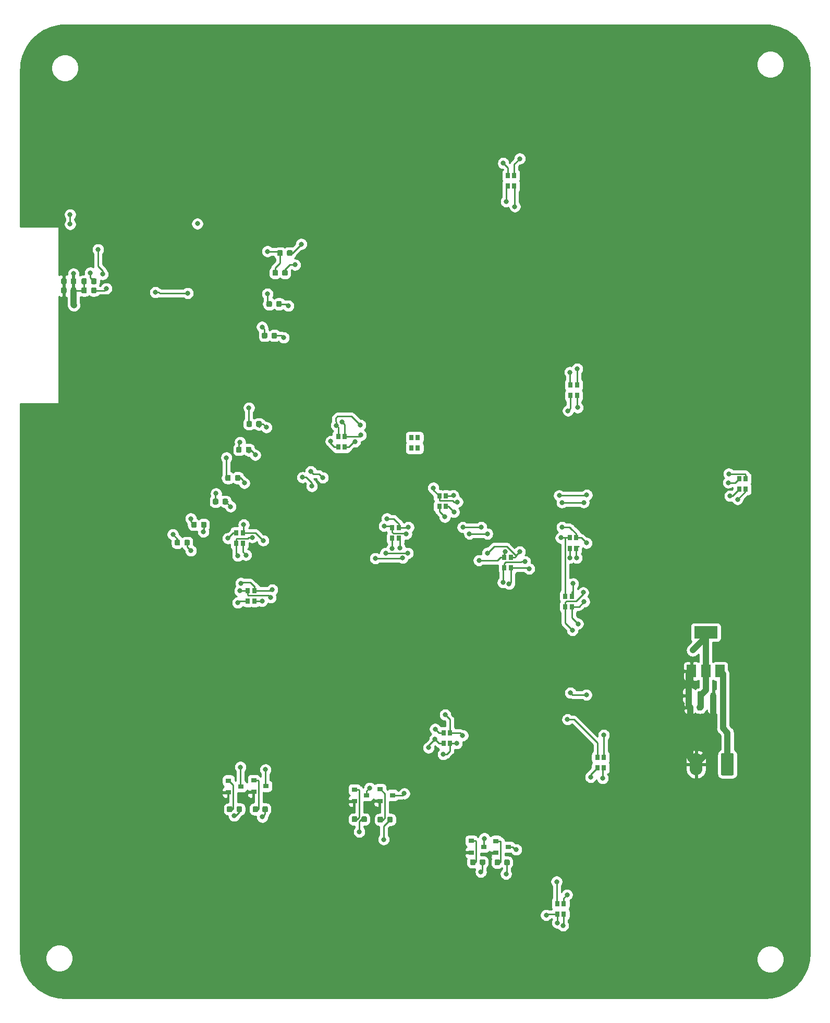
<source format=gtl>
G04 #@! TF.GenerationSoftware,KiCad,Pcbnew,(5.1.5-0-10_14)*
G04 #@! TF.CreationDate,2019-12-23T16:45:50+01:00*
G04 #@! TF.ProjectId,hackerspacesnl,6861636b-6572-4737-9061-6365736e6c2e,rev?*
G04 #@! TF.SameCoordinates,Original*
G04 #@! TF.FileFunction,Copper,L1,Top*
G04 #@! TF.FilePolarity,Positive*
%FSLAX46Y46*%
G04 Gerber Fmt 4.6, Leading zero omitted, Abs format (unit mm)*
G04 Created by KiCad (PCBNEW (5.1.5-0-10_14)) date 2019-12-23 16:45:50*
%MOMM*%
%LPD*%
G04 APERTURE LIST*
%ADD10R,0.800000X0.900000*%
%ADD11C,0.100000*%
%ADD12R,1.500000X2.000000*%
%ADD13R,3.800000X2.000000*%
%ADD14R,0.900000X0.800000*%
%ADD15O,2.080000X3.600000*%
%ADD16C,0.800000*%
%ADD17C,1.000000*%
%ADD18C,0.500000*%
%ADD19C,0.250000*%
%ADD20C,0.254000*%
G04 APERTURE END LIST*
D10*
X113084200Y-54043700D03*
X112034200Y-55743700D03*
X112034200Y-54043700D03*
X113084200Y-55743700D03*
G04 #@! TA.AperFunction,SMDPad,CuDef*
D11*
G36*
X45061031Y-70742573D02*
G01*
X45082266Y-70745723D01*
X45103090Y-70750939D01*
X45123302Y-70758171D01*
X45142708Y-70767350D01*
X45161121Y-70778386D01*
X45178364Y-70791174D01*
X45194270Y-70805590D01*
X45208686Y-70821496D01*
X45221474Y-70838739D01*
X45232510Y-70857152D01*
X45241689Y-70876558D01*
X45248921Y-70896770D01*
X45254137Y-70917594D01*
X45257287Y-70938829D01*
X45258340Y-70960270D01*
X45258340Y-71472770D01*
X45257287Y-71494211D01*
X45254137Y-71515446D01*
X45248921Y-71536270D01*
X45241689Y-71556482D01*
X45232510Y-71575888D01*
X45221474Y-71594301D01*
X45208686Y-71611544D01*
X45194270Y-71627450D01*
X45178364Y-71641866D01*
X45161121Y-71654654D01*
X45142708Y-71665690D01*
X45123302Y-71674869D01*
X45103090Y-71682101D01*
X45082266Y-71687317D01*
X45061031Y-71690467D01*
X45039590Y-71691520D01*
X44602090Y-71691520D01*
X44580649Y-71690467D01*
X44559414Y-71687317D01*
X44538590Y-71682101D01*
X44518378Y-71674869D01*
X44498972Y-71665690D01*
X44480559Y-71654654D01*
X44463316Y-71641866D01*
X44447410Y-71627450D01*
X44432994Y-71611544D01*
X44420206Y-71594301D01*
X44409170Y-71575888D01*
X44399991Y-71556482D01*
X44392759Y-71536270D01*
X44387543Y-71515446D01*
X44384393Y-71494211D01*
X44383340Y-71472770D01*
X44383340Y-70960270D01*
X44384393Y-70938829D01*
X44387543Y-70917594D01*
X44392759Y-70896770D01*
X44399991Y-70876558D01*
X44409170Y-70857152D01*
X44420206Y-70838739D01*
X44432994Y-70821496D01*
X44447410Y-70805590D01*
X44463316Y-70791174D01*
X44480559Y-70778386D01*
X44498972Y-70767350D01*
X44518378Y-70758171D01*
X44538590Y-70750939D01*
X44559414Y-70745723D01*
X44580649Y-70742573D01*
X44602090Y-70741520D01*
X45039590Y-70741520D01*
X45061031Y-70742573D01*
G37*
G04 #@! TD.AperFunction*
G04 #@! TA.AperFunction,SMDPad,CuDef*
G36*
X43486031Y-70742573D02*
G01*
X43507266Y-70745723D01*
X43528090Y-70750939D01*
X43548302Y-70758171D01*
X43567708Y-70767350D01*
X43586121Y-70778386D01*
X43603364Y-70791174D01*
X43619270Y-70805590D01*
X43633686Y-70821496D01*
X43646474Y-70838739D01*
X43657510Y-70857152D01*
X43666689Y-70876558D01*
X43673921Y-70896770D01*
X43679137Y-70917594D01*
X43682287Y-70938829D01*
X43683340Y-70960270D01*
X43683340Y-71472770D01*
X43682287Y-71494211D01*
X43679137Y-71515446D01*
X43673921Y-71536270D01*
X43666689Y-71556482D01*
X43657510Y-71575888D01*
X43646474Y-71594301D01*
X43633686Y-71611544D01*
X43619270Y-71627450D01*
X43603364Y-71641866D01*
X43586121Y-71654654D01*
X43567708Y-71665690D01*
X43548302Y-71674869D01*
X43528090Y-71682101D01*
X43507266Y-71687317D01*
X43486031Y-71690467D01*
X43464590Y-71691520D01*
X43027090Y-71691520D01*
X43005649Y-71690467D01*
X42984414Y-71687317D01*
X42963590Y-71682101D01*
X42943378Y-71674869D01*
X42923972Y-71665690D01*
X42905559Y-71654654D01*
X42888316Y-71641866D01*
X42872410Y-71627450D01*
X42857994Y-71611544D01*
X42845206Y-71594301D01*
X42834170Y-71575888D01*
X42824991Y-71556482D01*
X42817759Y-71536270D01*
X42812543Y-71515446D01*
X42809393Y-71494211D01*
X42808340Y-71472770D01*
X42808340Y-70960270D01*
X42809393Y-70938829D01*
X42812543Y-70917594D01*
X42817759Y-70896770D01*
X42824991Y-70876558D01*
X42834170Y-70857152D01*
X42845206Y-70838739D01*
X42857994Y-70821496D01*
X42872410Y-70805590D01*
X42888316Y-70791174D01*
X42905559Y-70778386D01*
X42923972Y-70767350D01*
X42943378Y-70758171D01*
X42963590Y-70750939D01*
X42984414Y-70745723D01*
X43005649Y-70742573D01*
X43027090Y-70741520D01*
X43464590Y-70741520D01*
X43486031Y-70742573D01*
G37*
G04 #@! TD.AperFunction*
G04 #@! TA.AperFunction,SMDPad,CuDef*
G36*
X45061031Y-72231013D02*
G01*
X45082266Y-72234163D01*
X45103090Y-72239379D01*
X45123302Y-72246611D01*
X45142708Y-72255790D01*
X45161121Y-72266826D01*
X45178364Y-72279614D01*
X45194270Y-72294030D01*
X45208686Y-72309936D01*
X45221474Y-72327179D01*
X45232510Y-72345592D01*
X45241689Y-72364998D01*
X45248921Y-72385210D01*
X45254137Y-72406034D01*
X45257287Y-72427269D01*
X45258340Y-72448710D01*
X45258340Y-72961210D01*
X45257287Y-72982651D01*
X45254137Y-73003886D01*
X45248921Y-73024710D01*
X45241689Y-73044922D01*
X45232510Y-73064328D01*
X45221474Y-73082741D01*
X45208686Y-73099984D01*
X45194270Y-73115890D01*
X45178364Y-73130306D01*
X45161121Y-73143094D01*
X45142708Y-73154130D01*
X45123302Y-73163309D01*
X45103090Y-73170541D01*
X45082266Y-73175757D01*
X45061031Y-73178907D01*
X45039590Y-73179960D01*
X44602090Y-73179960D01*
X44580649Y-73178907D01*
X44559414Y-73175757D01*
X44538590Y-73170541D01*
X44518378Y-73163309D01*
X44498972Y-73154130D01*
X44480559Y-73143094D01*
X44463316Y-73130306D01*
X44447410Y-73115890D01*
X44432994Y-73099984D01*
X44420206Y-73082741D01*
X44409170Y-73064328D01*
X44399991Y-73044922D01*
X44392759Y-73024710D01*
X44387543Y-73003886D01*
X44384393Y-72982651D01*
X44383340Y-72961210D01*
X44383340Y-72448710D01*
X44384393Y-72427269D01*
X44387543Y-72406034D01*
X44392759Y-72385210D01*
X44399991Y-72364998D01*
X44409170Y-72345592D01*
X44420206Y-72327179D01*
X44432994Y-72309936D01*
X44447410Y-72294030D01*
X44463316Y-72279614D01*
X44480559Y-72266826D01*
X44498972Y-72255790D01*
X44518378Y-72246611D01*
X44538590Y-72239379D01*
X44559414Y-72234163D01*
X44580649Y-72231013D01*
X44602090Y-72229960D01*
X45039590Y-72229960D01*
X45061031Y-72231013D01*
G37*
G04 #@! TD.AperFunction*
G04 #@! TA.AperFunction,SMDPad,CuDef*
G36*
X43486031Y-72231013D02*
G01*
X43507266Y-72234163D01*
X43528090Y-72239379D01*
X43548302Y-72246611D01*
X43567708Y-72255790D01*
X43586121Y-72266826D01*
X43603364Y-72279614D01*
X43619270Y-72294030D01*
X43633686Y-72309936D01*
X43646474Y-72327179D01*
X43657510Y-72345592D01*
X43666689Y-72364998D01*
X43673921Y-72385210D01*
X43679137Y-72406034D01*
X43682287Y-72427269D01*
X43683340Y-72448710D01*
X43683340Y-72961210D01*
X43682287Y-72982651D01*
X43679137Y-73003886D01*
X43673921Y-73024710D01*
X43666689Y-73044922D01*
X43657510Y-73064328D01*
X43646474Y-73082741D01*
X43633686Y-73099984D01*
X43619270Y-73115890D01*
X43603364Y-73130306D01*
X43586121Y-73143094D01*
X43567708Y-73154130D01*
X43548302Y-73163309D01*
X43528090Y-73170541D01*
X43507266Y-73175757D01*
X43486031Y-73178907D01*
X43464590Y-73179960D01*
X43027090Y-73179960D01*
X43005649Y-73178907D01*
X42984414Y-73175757D01*
X42963590Y-73170541D01*
X42943378Y-73163309D01*
X42923972Y-73154130D01*
X42905559Y-73143094D01*
X42888316Y-73130306D01*
X42872410Y-73115890D01*
X42857994Y-73099984D01*
X42845206Y-73082741D01*
X42834170Y-73064328D01*
X42824991Y-73044922D01*
X42817759Y-73024710D01*
X42812543Y-73003886D01*
X42809393Y-72982651D01*
X42808340Y-72961210D01*
X42808340Y-72448710D01*
X42809393Y-72427269D01*
X42812543Y-72406034D01*
X42817759Y-72385210D01*
X42824991Y-72364998D01*
X42834170Y-72345592D01*
X42845206Y-72327179D01*
X42857994Y-72309936D01*
X42872410Y-72294030D01*
X42888316Y-72279614D01*
X42905559Y-72266826D01*
X42923972Y-72255790D01*
X42943378Y-72246611D01*
X42963590Y-72239379D01*
X42984414Y-72234163D01*
X43005649Y-72231013D01*
X43027090Y-72229960D01*
X43464590Y-72229960D01*
X43486031Y-72231013D01*
G37*
G04 #@! TD.AperFunction*
D10*
X123157100Y-112920900D03*
X122107100Y-114620900D03*
X122107100Y-112920900D03*
X123157100Y-114620900D03*
X112539900Y-116108600D03*
X111489900Y-117808600D03*
X111489900Y-116108600D03*
X112539900Y-117808600D03*
X150664400Y-103320480D03*
X149614400Y-105020480D03*
X149614400Y-103320480D03*
X150664400Y-105020480D03*
X121137800Y-172382300D03*
X120087800Y-174082300D03*
X120087800Y-172382300D03*
X121137800Y-174082300D03*
X127640200Y-148607900D03*
X126590200Y-150307900D03*
X126590200Y-148607900D03*
X127640200Y-150307900D03*
X122450080Y-122406040D03*
X121400080Y-124106040D03*
X121400080Y-122406040D03*
X122450080Y-124106040D03*
X97426900Y-96614100D03*
X96376900Y-98314100D03*
X96376900Y-96614100D03*
X97426900Y-98314100D03*
X102672000Y-144645500D03*
X101622000Y-146345500D03*
X101622000Y-144645500D03*
X102672000Y-146345500D03*
X101973500Y-106126400D03*
X100923500Y-107826400D03*
X100923500Y-106126400D03*
X101973500Y-107826400D03*
X123284100Y-88092400D03*
X122234100Y-89792400D03*
X122234100Y-88092400D03*
X123284100Y-89792400D03*
X70883000Y-121489100D03*
X69833000Y-123189100D03*
X69833000Y-121489100D03*
X70883000Y-123189100D03*
X69002500Y-112120800D03*
X67952500Y-113820800D03*
X67952500Y-112120800D03*
X69002500Y-113820800D03*
X94342440Y-111296080D03*
X93292440Y-112996080D03*
X93292440Y-111296080D03*
X94342440Y-112996080D03*
X85552400Y-96449000D03*
X84502400Y-98149000D03*
X84502400Y-96449000D03*
X85552400Y-98149000D03*
D12*
X141895800Y-134595000D03*
X146495800Y-134595000D03*
X144195800Y-134595000D03*
D13*
X144195800Y-128295000D03*
G04 #@! TA.AperFunction,SMDPad,CuDef*
D11*
G36*
X112162951Y-165200093D02*
G01*
X112184186Y-165203243D01*
X112205010Y-165208459D01*
X112225222Y-165215691D01*
X112244628Y-165224870D01*
X112263041Y-165235906D01*
X112280284Y-165248694D01*
X112296190Y-165263110D01*
X112310606Y-165279016D01*
X112323394Y-165296259D01*
X112334430Y-165314672D01*
X112343609Y-165334078D01*
X112350841Y-165354290D01*
X112356057Y-165375114D01*
X112359207Y-165396349D01*
X112360260Y-165417790D01*
X112360260Y-165930290D01*
X112359207Y-165951731D01*
X112356057Y-165972966D01*
X112350841Y-165993790D01*
X112343609Y-166014002D01*
X112334430Y-166033408D01*
X112323394Y-166051821D01*
X112310606Y-166069064D01*
X112296190Y-166084970D01*
X112280284Y-166099386D01*
X112263041Y-166112174D01*
X112244628Y-166123210D01*
X112225222Y-166132389D01*
X112205010Y-166139621D01*
X112184186Y-166144837D01*
X112162951Y-166147987D01*
X112141510Y-166149040D01*
X111704010Y-166149040D01*
X111682569Y-166147987D01*
X111661334Y-166144837D01*
X111640510Y-166139621D01*
X111620298Y-166132389D01*
X111600892Y-166123210D01*
X111582479Y-166112174D01*
X111565236Y-166099386D01*
X111549330Y-166084970D01*
X111534914Y-166069064D01*
X111522126Y-166051821D01*
X111511090Y-166033408D01*
X111501911Y-166014002D01*
X111494679Y-165993790D01*
X111489463Y-165972966D01*
X111486313Y-165951731D01*
X111485260Y-165930290D01*
X111485260Y-165417790D01*
X111486313Y-165396349D01*
X111489463Y-165375114D01*
X111494679Y-165354290D01*
X111501911Y-165334078D01*
X111511090Y-165314672D01*
X111522126Y-165296259D01*
X111534914Y-165279016D01*
X111549330Y-165263110D01*
X111565236Y-165248694D01*
X111582479Y-165235906D01*
X111600892Y-165224870D01*
X111620298Y-165215691D01*
X111640510Y-165208459D01*
X111661334Y-165203243D01*
X111682569Y-165200093D01*
X111704010Y-165199040D01*
X112141510Y-165199040D01*
X112162951Y-165200093D01*
G37*
G04 #@! TD.AperFunction*
G04 #@! TA.AperFunction,SMDPad,CuDef*
G36*
X110587951Y-165200093D02*
G01*
X110609186Y-165203243D01*
X110630010Y-165208459D01*
X110650222Y-165215691D01*
X110669628Y-165224870D01*
X110688041Y-165235906D01*
X110705284Y-165248694D01*
X110721190Y-165263110D01*
X110735606Y-165279016D01*
X110748394Y-165296259D01*
X110759430Y-165314672D01*
X110768609Y-165334078D01*
X110775841Y-165354290D01*
X110781057Y-165375114D01*
X110784207Y-165396349D01*
X110785260Y-165417790D01*
X110785260Y-165930290D01*
X110784207Y-165951731D01*
X110781057Y-165972966D01*
X110775841Y-165993790D01*
X110768609Y-166014002D01*
X110759430Y-166033408D01*
X110748394Y-166051821D01*
X110735606Y-166069064D01*
X110721190Y-166084970D01*
X110705284Y-166099386D01*
X110688041Y-166112174D01*
X110669628Y-166123210D01*
X110650222Y-166132389D01*
X110630010Y-166139621D01*
X110609186Y-166144837D01*
X110587951Y-166147987D01*
X110566510Y-166149040D01*
X110129010Y-166149040D01*
X110107569Y-166147987D01*
X110086334Y-166144837D01*
X110065510Y-166139621D01*
X110045298Y-166132389D01*
X110025892Y-166123210D01*
X110007479Y-166112174D01*
X109990236Y-166099386D01*
X109974330Y-166084970D01*
X109959914Y-166069064D01*
X109947126Y-166051821D01*
X109936090Y-166033408D01*
X109926911Y-166014002D01*
X109919679Y-165993790D01*
X109914463Y-165972966D01*
X109911313Y-165951731D01*
X109910260Y-165930290D01*
X109910260Y-165417790D01*
X109911313Y-165396349D01*
X109914463Y-165375114D01*
X109919679Y-165354290D01*
X109926911Y-165334078D01*
X109936090Y-165314672D01*
X109947126Y-165296259D01*
X109959914Y-165279016D01*
X109974330Y-165263110D01*
X109990236Y-165248694D01*
X110007479Y-165235906D01*
X110025892Y-165224870D01*
X110045298Y-165215691D01*
X110065510Y-165208459D01*
X110086334Y-165203243D01*
X110107569Y-165200093D01*
X110129010Y-165199040D01*
X110566510Y-165199040D01*
X110587951Y-165200093D01*
G37*
G04 #@! TD.AperFunction*
G04 #@! TA.AperFunction,SMDPad,CuDef*
G36*
X108185211Y-165164533D02*
G01*
X108206446Y-165167683D01*
X108227270Y-165172899D01*
X108247482Y-165180131D01*
X108266888Y-165189310D01*
X108285301Y-165200346D01*
X108302544Y-165213134D01*
X108318450Y-165227550D01*
X108332866Y-165243456D01*
X108345654Y-165260699D01*
X108356690Y-165279112D01*
X108365869Y-165298518D01*
X108373101Y-165318730D01*
X108378317Y-165339554D01*
X108381467Y-165360789D01*
X108382520Y-165382230D01*
X108382520Y-165894730D01*
X108381467Y-165916171D01*
X108378317Y-165937406D01*
X108373101Y-165958230D01*
X108365869Y-165978442D01*
X108356690Y-165997848D01*
X108345654Y-166016261D01*
X108332866Y-166033504D01*
X108318450Y-166049410D01*
X108302544Y-166063826D01*
X108285301Y-166076614D01*
X108266888Y-166087650D01*
X108247482Y-166096829D01*
X108227270Y-166104061D01*
X108206446Y-166109277D01*
X108185211Y-166112427D01*
X108163770Y-166113480D01*
X107726270Y-166113480D01*
X107704829Y-166112427D01*
X107683594Y-166109277D01*
X107662770Y-166104061D01*
X107642558Y-166096829D01*
X107623152Y-166087650D01*
X107604739Y-166076614D01*
X107587496Y-166063826D01*
X107571590Y-166049410D01*
X107557174Y-166033504D01*
X107544386Y-166016261D01*
X107533350Y-165997848D01*
X107524171Y-165978442D01*
X107516939Y-165958230D01*
X107511723Y-165937406D01*
X107508573Y-165916171D01*
X107507520Y-165894730D01*
X107507520Y-165382230D01*
X107508573Y-165360789D01*
X107511723Y-165339554D01*
X107516939Y-165318730D01*
X107524171Y-165298518D01*
X107533350Y-165279112D01*
X107544386Y-165260699D01*
X107557174Y-165243456D01*
X107571590Y-165227550D01*
X107587496Y-165213134D01*
X107604739Y-165200346D01*
X107623152Y-165189310D01*
X107642558Y-165180131D01*
X107662770Y-165172899D01*
X107683594Y-165167683D01*
X107704829Y-165164533D01*
X107726270Y-165163480D01*
X108163770Y-165163480D01*
X108185211Y-165164533D01*
G37*
G04 #@! TD.AperFunction*
G04 #@! TA.AperFunction,SMDPad,CuDef*
G36*
X106610211Y-165164533D02*
G01*
X106631446Y-165167683D01*
X106652270Y-165172899D01*
X106672482Y-165180131D01*
X106691888Y-165189310D01*
X106710301Y-165200346D01*
X106727544Y-165213134D01*
X106743450Y-165227550D01*
X106757866Y-165243456D01*
X106770654Y-165260699D01*
X106781690Y-165279112D01*
X106790869Y-165298518D01*
X106798101Y-165318730D01*
X106803317Y-165339554D01*
X106806467Y-165360789D01*
X106807520Y-165382230D01*
X106807520Y-165894730D01*
X106806467Y-165916171D01*
X106803317Y-165937406D01*
X106798101Y-165958230D01*
X106790869Y-165978442D01*
X106781690Y-165997848D01*
X106770654Y-166016261D01*
X106757866Y-166033504D01*
X106743450Y-166049410D01*
X106727544Y-166063826D01*
X106710301Y-166076614D01*
X106691888Y-166087650D01*
X106672482Y-166096829D01*
X106652270Y-166104061D01*
X106631446Y-166109277D01*
X106610211Y-166112427D01*
X106588770Y-166113480D01*
X106151270Y-166113480D01*
X106129829Y-166112427D01*
X106108594Y-166109277D01*
X106087770Y-166104061D01*
X106067558Y-166096829D01*
X106048152Y-166087650D01*
X106029739Y-166076614D01*
X106012496Y-166063826D01*
X105996590Y-166049410D01*
X105982174Y-166033504D01*
X105969386Y-166016261D01*
X105958350Y-165997848D01*
X105949171Y-165978442D01*
X105941939Y-165958230D01*
X105936723Y-165937406D01*
X105933573Y-165916171D01*
X105932520Y-165894730D01*
X105932520Y-165382230D01*
X105933573Y-165360789D01*
X105936723Y-165339554D01*
X105941939Y-165318730D01*
X105949171Y-165298518D01*
X105958350Y-165279112D01*
X105969386Y-165260699D01*
X105982174Y-165243456D01*
X105996590Y-165227550D01*
X106012496Y-165213134D01*
X106029739Y-165200346D01*
X106048152Y-165189310D01*
X106067558Y-165180131D01*
X106087770Y-165172899D01*
X106108594Y-165167683D01*
X106129829Y-165164533D01*
X106151270Y-165163480D01*
X106588770Y-165163480D01*
X106610211Y-165164533D01*
G37*
G04 #@! TD.AperFunction*
G04 #@! TA.AperFunction,SMDPad,CuDef*
G36*
X93161211Y-158253193D02*
G01*
X93182446Y-158256343D01*
X93203270Y-158261559D01*
X93223482Y-158268791D01*
X93242888Y-158277970D01*
X93261301Y-158289006D01*
X93278544Y-158301794D01*
X93294450Y-158316210D01*
X93308866Y-158332116D01*
X93321654Y-158349359D01*
X93332690Y-158367772D01*
X93341869Y-158387178D01*
X93349101Y-158407390D01*
X93354317Y-158428214D01*
X93357467Y-158449449D01*
X93358520Y-158470890D01*
X93358520Y-158983390D01*
X93357467Y-159004831D01*
X93354317Y-159026066D01*
X93349101Y-159046890D01*
X93341869Y-159067102D01*
X93332690Y-159086508D01*
X93321654Y-159104921D01*
X93308866Y-159122164D01*
X93294450Y-159138070D01*
X93278544Y-159152486D01*
X93261301Y-159165274D01*
X93242888Y-159176310D01*
X93223482Y-159185489D01*
X93203270Y-159192721D01*
X93182446Y-159197937D01*
X93161211Y-159201087D01*
X93139770Y-159202140D01*
X92702270Y-159202140D01*
X92680829Y-159201087D01*
X92659594Y-159197937D01*
X92638770Y-159192721D01*
X92618558Y-159185489D01*
X92599152Y-159176310D01*
X92580739Y-159165274D01*
X92563496Y-159152486D01*
X92547590Y-159138070D01*
X92533174Y-159122164D01*
X92520386Y-159104921D01*
X92509350Y-159086508D01*
X92500171Y-159067102D01*
X92492939Y-159046890D01*
X92487723Y-159026066D01*
X92484573Y-159004831D01*
X92483520Y-158983390D01*
X92483520Y-158470890D01*
X92484573Y-158449449D01*
X92487723Y-158428214D01*
X92492939Y-158407390D01*
X92500171Y-158387178D01*
X92509350Y-158367772D01*
X92520386Y-158349359D01*
X92533174Y-158332116D01*
X92547590Y-158316210D01*
X92563496Y-158301794D01*
X92580739Y-158289006D01*
X92599152Y-158277970D01*
X92618558Y-158268791D01*
X92638770Y-158261559D01*
X92659594Y-158256343D01*
X92680829Y-158253193D01*
X92702270Y-158252140D01*
X93139770Y-158252140D01*
X93161211Y-158253193D01*
G37*
G04 #@! TD.AperFunction*
G04 #@! TA.AperFunction,SMDPad,CuDef*
G36*
X91586211Y-158253193D02*
G01*
X91607446Y-158256343D01*
X91628270Y-158261559D01*
X91648482Y-158268791D01*
X91667888Y-158277970D01*
X91686301Y-158289006D01*
X91703544Y-158301794D01*
X91719450Y-158316210D01*
X91733866Y-158332116D01*
X91746654Y-158349359D01*
X91757690Y-158367772D01*
X91766869Y-158387178D01*
X91774101Y-158407390D01*
X91779317Y-158428214D01*
X91782467Y-158449449D01*
X91783520Y-158470890D01*
X91783520Y-158983390D01*
X91782467Y-159004831D01*
X91779317Y-159026066D01*
X91774101Y-159046890D01*
X91766869Y-159067102D01*
X91757690Y-159086508D01*
X91746654Y-159104921D01*
X91733866Y-159122164D01*
X91719450Y-159138070D01*
X91703544Y-159152486D01*
X91686301Y-159165274D01*
X91667888Y-159176310D01*
X91648482Y-159185489D01*
X91628270Y-159192721D01*
X91607446Y-159197937D01*
X91586211Y-159201087D01*
X91564770Y-159202140D01*
X91127270Y-159202140D01*
X91105829Y-159201087D01*
X91084594Y-159197937D01*
X91063770Y-159192721D01*
X91043558Y-159185489D01*
X91024152Y-159176310D01*
X91005739Y-159165274D01*
X90988496Y-159152486D01*
X90972590Y-159138070D01*
X90958174Y-159122164D01*
X90945386Y-159104921D01*
X90934350Y-159086508D01*
X90925171Y-159067102D01*
X90917939Y-159046890D01*
X90912723Y-159026066D01*
X90909573Y-159004831D01*
X90908520Y-158983390D01*
X90908520Y-158470890D01*
X90909573Y-158449449D01*
X90912723Y-158428214D01*
X90917939Y-158407390D01*
X90925171Y-158387178D01*
X90934350Y-158367772D01*
X90945386Y-158349359D01*
X90958174Y-158332116D01*
X90972590Y-158316210D01*
X90988496Y-158301794D01*
X91005739Y-158289006D01*
X91024152Y-158277970D01*
X91043558Y-158268791D01*
X91063770Y-158261559D01*
X91084594Y-158256343D01*
X91105829Y-158253193D01*
X91127270Y-158252140D01*
X91564770Y-158252140D01*
X91586211Y-158253193D01*
G37*
G04 #@! TD.AperFunction*
G04 #@! TA.AperFunction,SMDPad,CuDef*
G36*
X88957511Y-158189693D02*
G01*
X88978746Y-158192843D01*
X88999570Y-158198059D01*
X89019782Y-158205291D01*
X89039188Y-158214470D01*
X89057601Y-158225506D01*
X89074844Y-158238294D01*
X89090750Y-158252710D01*
X89105166Y-158268616D01*
X89117954Y-158285859D01*
X89128990Y-158304272D01*
X89138169Y-158323678D01*
X89145401Y-158343890D01*
X89150617Y-158364714D01*
X89153767Y-158385949D01*
X89154820Y-158407390D01*
X89154820Y-158919890D01*
X89153767Y-158941331D01*
X89150617Y-158962566D01*
X89145401Y-158983390D01*
X89138169Y-159003602D01*
X89128990Y-159023008D01*
X89117954Y-159041421D01*
X89105166Y-159058664D01*
X89090750Y-159074570D01*
X89074844Y-159088986D01*
X89057601Y-159101774D01*
X89039188Y-159112810D01*
X89019782Y-159121989D01*
X88999570Y-159129221D01*
X88978746Y-159134437D01*
X88957511Y-159137587D01*
X88936070Y-159138640D01*
X88498570Y-159138640D01*
X88477129Y-159137587D01*
X88455894Y-159134437D01*
X88435070Y-159129221D01*
X88414858Y-159121989D01*
X88395452Y-159112810D01*
X88377039Y-159101774D01*
X88359796Y-159088986D01*
X88343890Y-159074570D01*
X88329474Y-159058664D01*
X88316686Y-159041421D01*
X88305650Y-159023008D01*
X88296471Y-159003602D01*
X88289239Y-158983390D01*
X88284023Y-158962566D01*
X88280873Y-158941331D01*
X88279820Y-158919890D01*
X88279820Y-158407390D01*
X88280873Y-158385949D01*
X88284023Y-158364714D01*
X88289239Y-158343890D01*
X88296471Y-158323678D01*
X88305650Y-158304272D01*
X88316686Y-158285859D01*
X88329474Y-158268616D01*
X88343890Y-158252710D01*
X88359796Y-158238294D01*
X88377039Y-158225506D01*
X88395452Y-158214470D01*
X88414858Y-158205291D01*
X88435070Y-158198059D01*
X88455894Y-158192843D01*
X88477129Y-158189693D01*
X88498570Y-158188640D01*
X88936070Y-158188640D01*
X88957511Y-158189693D01*
G37*
G04 #@! TD.AperFunction*
G04 #@! TA.AperFunction,SMDPad,CuDef*
G36*
X87382511Y-158189693D02*
G01*
X87403746Y-158192843D01*
X87424570Y-158198059D01*
X87444782Y-158205291D01*
X87464188Y-158214470D01*
X87482601Y-158225506D01*
X87499844Y-158238294D01*
X87515750Y-158252710D01*
X87530166Y-158268616D01*
X87542954Y-158285859D01*
X87553990Y-158304272D01*
X87563169Y-158323678D01*
X87570401Y-158343890D01*
X87575617Y-158364714D01*
X87578767Y-158385949D01*
X87579820Y-158407390D01*
X87579820Y-158919890D01*
X87578767Y-158941331D01*
X87575617Y-158962566D01*
X87570401Y-158983390D01*
X87563169Y-159003602D01*
X87553990Y-159023008D01*
X87542954Y-159041421D01*
X87530166Y-159058664D01*
X87515750Y-159074570D01*
X87499844Y-159088986D01*
X87482601Y-159101774D01*
X87464188Y-159112810D01*
X87444782Y-159121989D01*
X87424570Y-159129221D01*
X87403746Y-159134437D01*
X87382511Y-159137587D01*
X87361070Y-159138640D01*
X86923570Y-159138640D01*
X86902129Y-159137587D01*
X86880894Y-159134437D01*
X86860070Y-159129221D01*
X86839858Y-159121989D01*
X86820452Y-159112810D01*
X86802039Y-159101774D01*
X86784796Y-159088986D01*
X86768890Y-159074570D01*
X86754474Y-159058664D01*
X86741686Y-159041421D01*
X86730650Y-159023008D01*
X86721471Y-159003602D01*
X86714239Y-158983390D01*
X86709023Y-158962566D01*
X86705873Y-158941331D01*
X86704820Y-158919890D01*
X86704820Y-158407390D01*
X86705873Y-158385949D01*
X86709023Y-158364714D01*
X86714239Y-158343890D01*
X86721471Y-158323678D01*
X86730650Y-158304272D01*
X86741686Y-158285859D01*
X86754474Y-158268616D01*
X86768890Y-158252710D01*
X86784796Y-158238294D01*
X86802039Y-158225506D01*
X86820452Y-158214470D01*
X86839858Y-158205291D01*
X86860070Y-158198059D01*
X86880894Y-158192843D01*
X86902129Y-158189693D01*
X86923570Y-158188640D01*
X87361070Y-158188640D01*
X87382511Y-158189693D01*
G37*
G04 #@! TD.AperFunction*
G04 #@! TA.AperFunction,SMDPad,CuDef*
G36*
X72879311Y-156559013D02*
G01*
X72900546Y-156562163D01*
X72921370Y-156567379D01*
X72941582Y-156574611D01*
X72960988Y-156583790D01*
X72979401Y-156594826D01*
X72996644Y-156607614D01*
X73012550Y-156622030D01*
X73026966Y-156637936D01*
X73039754Y-156655179D01*
X73050790Y-156673592D01*
X73059969Y-156692998D01*
X73067201Y-156713210D01*
X73072417Y-156734034D01*
X73075567Y-156755269D01*
X73076620Y-156776710D01*
X73076620Y-157289210D01*
X73075567Y-157310651D01*
X73072417Y-157331886D01*
X73067201Y-157352710D01*
X73059969Y-157372922D01*
X73050790Y-157392328D01*
X73039754Y-157410741D01*
X73026966Y-157427984D01*
X73012550Y-157443890D01*
X72996644Y-157458306D01*
X72979401Y-157471094D01*
X72960988Y-157482130D01*
X72941582Y-157491309D01*
X72921370Y-157498541D01*
X72900546Y-157503757D01*
X72879311Y-157506907D01*
X72857870Y-157507960D01*
X72420370Y-157507960D01*
X72398929Y-157506907D01*
X72377694Y-157503757D01*
X72356870Y-157498541D01*
X72336658Y-157491309D01*
X72317252Y-157482130D01*
X72298839Y-157471094D01*
X72281596Y-157458306D01*
X72265690Y-157443890D01*
X72251274Y-157427984D01*
X72238486Y-157410741D01*
X72227450Y-157392328D01*
X72218271Y-157372922D01*
X72211039Y-157352710D01*
X72205823Y-157331886D01*
X72202673Y-157310651D01*
X72201620Y-157289210D01*
X72201620Y-156776710D01*
X72202673Y-156755269D01*
X72205823Y-156734034D01*
X72211039Y-156713210D01*
X72218271Y-156692998D01*
X72227450Y-156673592D01*
X72238486Y-156655179D01*
X72251274Y-156637936D01*
X72265690Y-156622030D01*
X72281596Y-156607614D01*
X72298839Y-156594826D01*
X72317252Y-156583790D01*
X72336658Y-156574611D01*
X72356870Y-156567379D01*
X72377694Y-156562163D01*
X72398929Y-156559013D01*
X72420370Y-156557960D01*
X72857870Y-156557960D01*
X72879311Y-156559013D01*
G37*
G04 #@! TD.AperFunction*
G04 #@! TA.AperFunction,SMDPad,CuDef*
G36*
X71304311Y-156559013D02*
G01*
X71325546Y-156562163D01*
X71346370Y-156567379D01*
X71366582Y-156574611D01*
X71385988Y-156583790D01*
X71404401Y-156594826D01*
X71421644Y-156607614D01*
X71437550Y-156622030D01*
X71451966Y-156637936D01*
X71464754Y-156655179D01*
X71475790Y-156673592D01*
X71484969Y-156692998D01*
X71492201Y-156713210D01*
X71497417Y-156734034D01*
X71500567Y-156755269D01*
X71501620Y-156776710D01*
X71501620Y-157289210D01*
X71500567Y-157310651D01*
X71497417Y-157331886D01*
X71492201Y-157352710D01*
X71484969Y-157372922D01*
X71475790Y-157392328D01*
X71464754Y-157410741D01*
X71451966Y-157427984D01*
X71437550Y-157443890D01*
X71421644Y-157458306D01*
X71404401Y-157471094D01*
X71385988Y-157482130D01*
X71366582Y-157491309D01*
X71346370Y-157498541D01*
X71325546Y-157503757D01*
X71304311Y-157506907D01*
X71282870Y-157507960D01*
X70845370Y-157507960D01*
X70823929Y-157506907D01*
X70802694Y-157503757D01*
X70781870Y-157498541D01*
X70761658Y-157491309D01*
X70742252Y-157482130D01*
X70723839Y-157471094D01*
X70706596Y-157458306D01*
X70690690Y-157443890D01*
X70676274Y-157427984D01*
X70663486Y-157410741D01*
X70652450Y-157392328D01*
X70643271Y-157372922D01*
X70636039Y-157352710D01*
X70630823Y-157331886D01*
X70627673Y-157310651D01*
X70626620Y-157289210D01*
X70626620Y-156776710D01*
X70627673Y-156755269D01*
X70630823Y-156734034D01*
X70636039Y-156713210D01*
X70643271Y-156692998D01*
X70652450Y-156673592D01*
X70663486Y-156655179D01*
X70676274Y-156637936D01*
X70690690Y-156622030D01*
X70706596Y-156607614D01*
X70723839Y-156594826D01*
X70742252Y-156583790D01*
X70761658Y-156574611D01*
X70781870Y-156567379D01*
X70802694Y-156562163D01*
X70823929Y-156559013D01*
X70845370Y-156557960D01*
X71282870Y-156557960D01*
X71304311Y-156559013D01*
G37*
G04 #@! TD.AperFunction*
G04 #@! TA.AperFunction,SMDPad,CuDef*
G36*
X68688111Y-156559013D02*
G01*
X68709346Y-156562163D01*
X68730170Y-156567379D01*
X68750382Y-156574611D01*
X68769788Y-156583790D01*
X68788201Y-156594826D01*
X68805444Y-156607614D01*
X68821350Y-156622030D01*
X68835766Y-156637936D01*
X68848554Y-156655179D01*
X68859590Y-156673592D01*
X68868769Y-156692998D01*
X68876001Y-156713210D01*
X68881217Y-156734034D01*
X68884367Y-156755269D01*
X68885420Y-156776710D01*
X68885420Y-157289210D01*
X68884367Y-157310651D01*
X68881217Y-157331886D01*
X68876001Y-157352710D01*
X68868769Y-157372922D01*
X68859590Y-157392328D01*
X68848554Y-157410741D01*
X68835766Y-157427984D01*
X68821350Y-157443890D01*
X68805444Y-157458306D01*
X68788201Y-157471094D01*
X68769788Y-157482130D01*
X68750382Y-157491309D01*
X68730170Y-157498541D01*
X68709346Y-157503757D01*
X68688111Y-157506907D01*
X68666670Y-157507960D01*
X68229170Y-157507960D01*
X68207729Y-157506907D01*
X68186494Y-157503757D01*
X68165670Y-157498541D01*
X68145458Y-157491309D01*
X68126052Y-157482130D01*
X68107639Y-157471094D01*
X68090396Y-157458306D01*
X68074490Y-157443890D01*
X68060074Y-157427984D01*
X68047286Y-157410741D01*
X68036250Y-157392328D01*
X68027071Y-157372922D01*
X68019839Y-157352710D01*
X68014623Y-157331886D01*
X68011473Y-157310651D01*
X68010420Y-157289210D01*
X68010420Y-156776710D01*
X68011473Y-156755269D01*
X68014623Y-156734034D01*
X68019839Y-156713210D01*
X68027071Y-156692998D01*
X68036250Y-156673592D01*
X68047286Y-156655179D01*
X68060074Y-156637936D01*
X68074490Y-156622030D01*
X68090396Y-156607614D01*
X68107639Y-156594826D01*
X68126052Y-156583790D01*
X68145458Y-156574611D01*
X68165670Y-156567379D01*
X68186494Y-156562163D01*
X68207729Y-156559013D01*
X68229170Y-156557960D01*
X68666670Y-156557960D01*
X68688111Y-156559013D01*
G37*
G04 #@! TD.AperFunction*
G04 #@! TA.AperFunction,SMDPad,CuDef*
G36*
X67113111Y-156559013D02*
G01*
X67134346Y-156562163D01*
X67155170Y-156567379D01*
X67175382Y-156574611D01*
X67194788Y-156583790D01*
X67213201Y-156594826D01*
X67230444Y-156607614D01*
X67246350Y-156622030D01*
X67260766Y-156637936D01*
X67273554Y-156655179D01*
X67284590Y-156673592D01*
X67293769Y-156692998D01*
X67301001Y-156713210D01*
X67306217Y-156734034D01*
X67309367Y-156755269D01*
X67310420Y-156776710D01*
X67310420Y-157289210D01*
X67309367Y-157310651D01*
X67306217Y-157331886D01*
X67301001Y-157352710D01*
X67293769Y-157372922D01*
X67284590Y-157392328D01*
X67273554Y-157410741D01*
X67260766Y-157427984D01*
X67246350Y-157443890D01*
X67230444Y-157458306D01*
X67213201Y-157471094D01*
X67194788Y-157482130D01*
X67175382Y-157491309D01*
X67155170Y-157498541D01*
X67134346Y-157503757D01*
X67113111Y-157506907D01*
X67091670Y-157507960D01*
X66654170Y-157507960D01*
X66632729Y-157506907D01*
X66611494Y-157503757D01*
X66590670Y-157498541D01*
X66570458Y-157491309D01*
X66551052Y-157482130D01*
X66532639Y-157471094D01*
X66515396Y-157458306D01*
X66499490Y-157443890D01*
X66485074Y-157427984D01*
X66472286Y-157410741D01*
X66461250Y-157392328D01*
X66452071Y-157372922D01*
X66444839Y-157352710D01*
X66439623Y-157331886D01*
X66436473Y-157310651D01*
X66435420Y-157289210D01*
X66435420Y-156776710D01*
X66436473Y-156755269D01*
X66439623Y-156734034D01*
X66444839Y-156713210D01*
X66452071Y-156692998D01*
X66461250Y-156673592D01*
X66472286Y-156655179D01*
X66485074Y-156637936D01*
X66499490Y-156622030D01*
X66515396Y-156607614D01*
X66532639Y-156594826D01*
X66551052Y-156583790D01*
X66570458Y-156574611D01*
X66590670Y-156567379D01*
X66611494Y-156562163D01*
X66632729Y-156559013D01*
X66654170Y-156557960D01*
X67091670Y-156557960D01*
X67113111Y-156559013D01*
G37*
G04 #@! TD.AperFunction*
G04 #@! TA.AperFunction,SMDPad,CuDef*
G36*
X58629511Y-113236773D02*
G01*
X58650746Y-113239923D01*
X58671570Y-113245139D01*
X58691782Y-113252371D01*
X58711188Y-113261550D01*
X58729601Y-113272586D01*
X58746844Y-113285374D01*
X58762750Y-113299790D01*
X58777166Y-113315696D01*
X58789954Y-113332939D01*
X58800990Y-113351352D01*
X58810169Y-113370758D01*
X58817401Y-113390970D01*
X58822617Y-113411794D01*
X58825767Y-113433029D01*
X58826820Y-113454470D01*
X58826820Y-113966970D01*
X58825767Y-113988411D01*
X58822617Y-114009646D01*
X58817401Y-114030470D01*
X58810169Y-114050682D01*
X58800990Y-114070088D01*
X58789954Y-114088501D01*
X58777166Y-114105744D01*
X58762750Y-114121650D01*
X58746844Y-114136066D01*
X58729601Y-114148854D01*
X58711188Y-114159890D01*
X58691782Y-114169069D01*
X58671570Y-114176301D01*
X58650746Y-114181517D01*
X58629511Y-114184667D01*
X58608070Y-114185720D01*
X58170570Y-114185720D01*
X58149129Y-114184667D01*
X58127894Y-114181517D01*
X58107070Y-114176301D01*
X58086858Y-114169069D01*
X58067452Y-114159890D01*
X58049039Y-114148854D01*
X58031796Y-114136066D01*
X58015890Y-114121650D01*
X58001474Y-114105744D01*
X57988686Y-114088501D01*
X57977650Y-114070088D01*
X57968471Y-114050682D01*
X57961239Y-114030470D01*
X57956023Y-114009646D01*
X57952873Y-113988411D01*
X57951820Y-113966970D01*
X57951820Y-113454470D01*
X57952873Y-113433029D01*
X57956023Y-113411794D01*
X57961239Y-113390970D01*
X57968471Y-113370758D01*
X57977650Y-113351352D01*
X57988686Y-113332939D01*
X58001474Y-113315696D01*
X58015890Y-113299790D01*
X58031796Y-113285374D01*
X58049039Y-113272586D01*
X58067452Y-113261550D01*
X58086858Y-113252371D01*
X58107070Y-113245139D01*
X58127894Y-113239923D01*
X58149129Y-113236773D01*
X58170570Y-113235720D01*
X58608070Y-113235720D01*
X58629511Y-113236773D01*
G37*
G04 #@! TD.AperFunction*
G04 #@! TA.AperFunction,SMDPad,CuDef*
G36*
X60204511Y-113236773D02*
G01*
X60225746Y-113239923D01*
X60246570Y-113245139D01*
X60266782Y-113252371D01*
X60286188Y-113261550D01*
X60304601Y-113272586D01*
X60321844Y-113285374D01*
X60337750Y-113299790D01*
X60352166Y-113315696D01*
X60364954Y-113332939D01*
X60375990Y-113351352D01*
X60385169Y-113370758D01*
X60392401Y-113390970D01*
X60397617Y-113411794D01*
X60400767Y-113433029D01*
X60401820Y-113454470D01*
X60401820Y-113966970D01*
X60400767Y-113988411D01*
X60397617Y-114009646D01*
X60392401Y-114030470D01*
X60385169Y-114050682D01*
X60375990Y-114070088D01*
X60364954Y-114088501D01*
X60352166Y-114105744D01*
X60337750Y-114121650D01*
X60321844Y-114136066D01*
X60304601Y-114148854D01*
X60286188Y-114159890D01*
X60266782Y-114169069D01*
X60246570Y-114176301D01*
X60225746Y-114181517D01*
X60204511Y-114184667D01*
X60183070Y-114185720D01*
X59745570Y-114185720D01*
X59724129Y-114184667D01*
X59702894Y-114181517D01*
X59682070Y-114176301D01*
X59661858Y-114169069D01*
X59642452Y-114159890D01*
X59624039Y-114148854D01*
X59606796Y-114136066D01*
X59590890Y-114121650D01*
X59576474Y-114105744D01*
X59563686Y-114088501D01*
X59552650Y-114070088D01*
X59543471Y-114050682D01*
X59536239Y-114030470D01*
X59531023Y-114009646D01*
X59527873Y-113988411D01*
X59526820Y-113966970D01*
X59526820Y-113454470D01*
X59527873Y-113433029D01*
X59531023Y-113411794D01*
X59536239Y-113390970D01*
X59543471Y-113370758D01*
X59552650Y-113351352D01*
X59563686Y-113332939D01*
X59576474Y-113315696D01*
X59590890Y-113299790D01*
X59606796Y-113285374D01*
X59624039Y-113272586D01*
X59642452Y-113261550D01*
X59661858Y-113252371D01*
X59682070Y-113245139D01*
X59702894Y-113239923D01*
X59724129Y-113236773D01*
X59745570Y-113235720D01*
X60183070Y-113235720D01*
X60204511Y-113236773D01*
G37*
G04 #@! TD.AperFunction*
G04 #@! TA.AperFunction,SMDPad,CuDef*
G36*
X61332071Y-110305613D02*
G01*
X61353306Y-110308763D01*
X61374130Y-110313979D01*
X61394342Y-110321211D01*
X61413748Y-110330390D01*
X61432161Y-110341426D01*
X61449404Y-110354214D01*
X61465310Y-110368630D01*
X61479726Y-110384536D01*
X61492514Y-110401779D01*
X61503550Y-110420192D01*
X61512729Y-110439598D01*
X61519961Y-110459810D01*
X61525177Y-110480634D01*
X61528327Y-110501869D01*
X61529380Y-110523310D01*
X61529380Y-111035810D01*
X61528327Y-111057251D01*
X61525177Y-111078486D01*
X61519961Y-111099310D01*
X61512729Y-111119522D01*
X61503550Y-111138928D01*
X61492514Y-111157341D01*
X61479726Y-111174584D01*
X61465310Y-111190490D01*
X61449404Y-111204906D01*
X61432161Y-111217694D01*
X61413748Y-111228730D01*
X61394342Y-111237909D01*
X61374130Y-111245141D01*
X61353306Y-111250357D01*
X61332071Y-111253507D01*
X61310630Y-111254560D01*
X60873130Y-111254560D01*
X60851689Y-111253507D01*
X60830454Y-111250357D01*
X60809630Y-111245141D01*
X60789418Y-111237909D01*
X60770012Y-111228730D01*
X60751599Y-111217694D01*
X60734356Y-111204906D01*
X60718450Y-111190490D01*
X60704034Y-111174584D01*
X60691246Y-111157341D01*
X60680210Y-111138928D01*
X60671031Y-111119522D01*
X60663799Y-111099310D01*
X60658583Y-111078486D01*
X60655433Y-111057251D01*
X60654380Y-111035810D01*
X60654380Y-110523310D01*
X60655433Y-110501869D01*
X60658583Y-110480634D01*
X60663799Y-110459810D01*
X60671031Y-110439598D01*
X60680210Y-110420192D01*
X60691246Y-110401779D01*
X60704034Y-110384536D01*
X60718450Y-110368630D01*
X60734356Y-110354214D01*
X60751599Y-110341426D01*
X60770012Y-110330390D01*
X60789418Y-110321211D01*
X60809630Y-110313979D01*
X60830454Y-110308763D01*
X60851689Y-110305613D01*
X60873130Y-110304560D01*
X61310630Y-110304560D01*
X61332071Y-110305613D01*
G37*
G04 #@! TD.AperFunction*
G04 #@! TA.AperFunction,SMDPad,CuDef*
G36*
X62907071Y-110305613D02*
G01*
X62928306Y-110308763D01*
X62949130Y-110313979D01*
X62969342Y-110321211D01*
X62988748Y-110330390D01*
X63007161Y-110341426D01*
X63024404Y-110354214D01*
X63040310Y-110368630D01*
X63054726Y-110384536D01*
X63067514Y-110401779D01*
X63078550Y-110420192D01*
X63087729Y-110439598D01*
X63094961Y-110459810D01*
X63100177Y-110480634D01*
X63103327Y-110501869D01*
X63104380Y-110523310D01*
X63104380Y-111035810D01*
X63103327Y-111057251D01*
X63100177Y-111078486D01*
X63094961Y-111099310D01*
X63087729Y-111119522D01*
X63078550Y-111138928D01*
X63067514Y-111157341D01*
X63054726Y-111174584D01*
X63040310Y-111190490D01*
X63024404Y-111204906D01*
X63007161Y-111217694D01*
X62988748Y-111228730D01*
X62969342Y-111237909D01*
X62949130Y-111245141D01*
X62928306Y-111250357D01*
X62907071Y-111253507D01*
X62885630Y-111254560D01*
X62448130Y-111254560D01*
X62426689Y-111253507D01*
X62405454Y-111250357D01*
X62384630Y-111245141D01*
X62364418Y-111237909D01*
X62345012Y-111228730D01*
X62326599Y-111217694D01*
X62309356Y-111204906D01*
X62293450Y-111190490D01*
X62279034Y-111174584D01*
X62266246Y-111157341D01*
X62255210Y-111138928D01*
X62246031Y-111119522D01*
X62238799Y-111099310D01*
X62233583Y-111078486D01*
X62230433Y-111057251D01*
X62229380Y-111035810D01*
X62229380Y-110523310D01*
X62230433Y-110501869D01*
X62233583Y-110480634D01*
X62238799Y-110459810D01*
X62246031Y-110439598D01*
X62255210Y-110420192D01*
X62266246Y-110401779D01*
X62279034Y-110384536D01*
X62293450Y-110368630D01*
X62309356Y-110354214D01*
X62326599Y-110341426D01*
X62345012Y-110330390D01*
X62364418Y-110321211D01*
X62384630Y-110313979D01*
X62405454Y-110308763D01*
X62426689Y-110305613D01*
X62448130Y-110304560D01*
X62885630Y-110304560D01*
X62907071Y-110305613D01*
G37*
G04 #@! TD.AperFunction*
G04 #@! TA.AperFunction,SMDPad,CuDef*
G36*
X64827211Y-106556573D02*
G01*
X64848446Y-106559723D01*
X64869270Y-106564939D01*
X64889482Y-106572171D01*
X64908888Y-106581350D01*
X64927301Y-106592386D01*
X64944544Y-106605174D01*
X64960450Y-106619590D01*
X64974866Y-106635496D01*
X64987654Y-106652739D01*
X64998690Y-106671152D01*
X65007869Y-106690558D01*
X65015101Y-106710770D01*
X65020317Y-106731594D01*
X65023467Y-106752829D01*
X65024520Y-106774270D01*
X65024520Y-107286770D01*
X65023467Y-107308211D01*
X65020317Y-107329446D01*
X65015101Y-107350270D01*
X65007869Y-107370482D01*
X64998690Y-107389888D01*
X64987654Y-107408301D01*
X64974866Y-107425544D01*
X64960450Y-107441450D01*
X64944544Y-107455866D01*
X64927301Y-107468654D01*
X64908888Y-107479690D01*
X64889482Y-107488869D01*
X64869270Y-107496101D01*
X64848446Y-107501317D01*
X64827211Y-107504467D01*
X64805770Y-107505520D01*
X64368270Y-107505520D01*
X64346829Y-107504467D01*
X64325594Y-107501317D01*
X64304770Y-107496101D01*
X64284558Y-107488869D01*
X64265152Y-107479690D01*
X64246739Y-107468654D01*
X64229496Y-107455866D01*
X64213590Y-107441450D01*
X64199174Y-107425544D01*
X64186386Y-107408301D01*
X64175350Y-107389888D01*
X64166171Y-107370482D01*
X64158939Y-107350270D01*
X64153723Y-107329446D01*
X64150573Y-107308211D01*
X64149520Y-107286770D01*
X64149520Y-106774270D01*
X64150573Y-106752829D01*
X64153723Y-106731594D01*
X64158939Y-106710770D01*
X64166171Y-106690558D01*
X64175350Y-106671152D01*
X64186386Y-106652739D01*
X64199174Y-106635496D01*
X64213590Y-106619590D01*
X64229496Y-106605174D01*
X64246739Y-106592386D01*
X64265152Y-106581350D01*
X64284558Y-106572171D01*
X64304770Y-106564939D01*
X64325594Y-106559723D01*
X64346829Y-106556573D01*
X64368270Y-106555520D01*
X64805770Y-106555520D01*
X64827211Y-106556573D01*
G37*
G04 #@! TD.AperFunction*
G04 #@! TA.AperFunction,SMDPad,CuDef*
G36*
X66402211Y-106556573D02*
G01*
X66423446Y-106559723D01*
X66444270Y-106564939D01*
X66464482Y-106572171D01*
X66483888Y-106581350D01*
X66502301Y-106592386D01*
X66519544Y-106605174D01*
X66535450Y-106619590D01*
X66549866Y-106635496D01*
X66562654Y-106652739D01*
X66573690Y-106671152D01*
X66582869Y-106690558D01*
X66590101Y-106710770D01*
X66595317Y-106731594D01*
X66598467Y-106752829D01*
X66599520Y-106774270D01*
X66599520Y-107286770D01*
X66598467Y-107308211D01*
X66595317Y-107329446D01*
X66590101Y-107350270D01*
X66582869Y-107370482D01*
X66573690Y-107389888D01*
X66562654Y-107408301D01*
X66549866Y-107425544D01*
X66535450Y-107441450D01*
X66519544Y-107455866D01*
X66502301Y-107468654D01*
X66483888Y-107479690D01*
X66464482Y-107488869D01*
X66444270Y-107496101D01*
X66423446Y-107501317D01*
X66402211Y-107504467D01*
X66380770Y-107505520D01*
X65943270Y-107505520D01*
X65921829Y-107504467D01*
X65900594Y-107501317D01*
X65879770Y-107496101D01*
X65859558Y-107488869D01*
X65840152Y-107479690D01*
X65821739Y-107468654D01*
X65804496Y-107455866D01*
X65788590Y-107441450D01*
X65774174Y-107425544D01*
X65761386Y-107408301D01*
X65750350Y-107389888D01*
X65741171Y-107370482D01*
X65733939Y-107350270D01*
X65728723Y-107329446D01*
X65725573Y-107308211D01*
X65724520Y-107286770D01*
X65724520Y-106774270D01*
X65725573Y-106752829D01*
X65728723Y-106731594D01*
X65733939Y-106710770D01*
X65741171Y-106690558D01*
X65750350Y-106671152D01*
X65761386Y-106652739D01*
X65774174Y-106635496D01*
X65788590Y-106619590D01*
X65804496Y-106605174D01*
X65821739Y-106592386D01*
X65840152Y-106581350D01*
X65859558Y-106572171D01*
X65879770Y-106564939D01*
X65900594Y-106559723D01*
X65921829Y-106556573D01*
X65943270Y-106555520D01*
X66380770Y-106555520D01*
X66402211Y-106556573D01*
G37*
G04 #@! TD.AperFunction*
G04 #@! TA.AperFunction,SMDPad,CuDef*
G36*
X66854031Y-102700853D02*
G01*
X66875266Y-102704003D01*
X66896090Y-102709219D01*
X66916302Y-102716451D01*
X66935708Y-102725630D01*
X66954121Y-102736666D01*
X66971364Y-102749454D01*
X66987270Y-102763870D01*
X67001686Y-102779776D01*
X67014474Y-102797019D01*
X67025510Y-102815432D01*
X67034689Y-102834838D01*
X67041921Y-102855050D01*
X67047137Y-102875874D01*
X67050287Y-102897109D01*
X67051340Y-102918550D01*
X67051340Y-103431050D01*
X67050287Y-103452491D01*
X67047137Y-103473726D01*
X67041921Y-103494550D01*
X67034689Y-103514762D01*
X67025510Y-103534168D01*
X67014474Y-103552581D01*
X67001686Y-103569824D01*
X66987270Y-103585730D01*
X66971364Y-103600146D01*
X66954121Y-103612934D01*
X66935708Y-103623970D01*
X66916302Y-103633149D01*
X66896090Y-103640381D01*
X66875266Y-103645597D01*
X66854031Y-103648747D01*
X66832590Y-103649800D01*
X66395090Y-103649800D01*
X66373649Y-103648747D01*
X66352414Y-103645597D01*
X66331590Y-103640381D01*
X66311378Y-103633149D01*
X66291972Y-103623970D01*
X66273559Y-103612934D01*
X66256316Y-103600146D01*
X66240410Y-103585730D01*
X66225994Y-103569824D01*
X66213206Y-103552581D01*
X66202170Y-103534168D01*
X66192991Y-103514762D01*
X66185759Y-103494550D01*
X66180543Y-103473726D01*
X66177393Y-103452491D01*
X66176340Y-103431050D01*
X66176340Y-102918550D01*
X66177393Y-102897109D01*
X66180543Y-102875874D01*
X66185759Y-102855050D01*
X66192991Y-102834838D01*
X66202170Y-102815432D01*
X66213206Y-102797019D01*
X66225994Y-102779776D01*
X66240410Y-102763870D01*
X66256316Y-102749454D01*
X66273559Y-102736666D01*
X66291972Y-102725630D01*
X66311378Y-102716451D01*
X66331590Y-102709219D01*
X66352414Y-102704003D01*
X66373649Y-102700853D01*
X66395090Y-102699800D01*
X66832590Y-102699800D01*
X66854031Y-102700853D01*
G37*
G04 #@! TD.AperFunction*
G04 #@! TA.AperFunction,SMDPad,CuDef*
G36*
X68429031Y-102700853D02*
G01*
X68450266Y-102704003D01*
X68471090Y-102709219D01*
X68491302Y-102716451D01*
X68510708Y-102725630D01*
X68529121Y-102736666D01*
X68546364Y-102749454D01*
X68562270Y-102763870D01*
X68576686Y-102779776D01*
X68589474Y-102797019D01*
X68600510Y-102815432D01*
X68609689Y-102834838D01*
X68616921Y-102855050D01*
X68622137Y-102875874D01*
X68625287Y-102897109D01*
X68626340Y-102918550D01*
X68626340Y-103431050D01*
X68625287Y-103452491D01*
X68622137Y-103473726D01*
X68616921Y-103494550D01*
X68609689Y-103514762D01*
X68600510Y-103534168D01*
X68589474Y-103552581D01*
X68576686Y-103569824D01*
X68562270Y-103585730D01*
X68546364Y-103600146D01*
X68529121Y-103612934D01*
X68510708Y-103623970D01*
X68491302Y-103633149D01*
X68471090Y-103640381D01*
X68450266Y-103645597D01*
X68429031Y-103648747D01*
X68407590Y-103649800D01*
X67970090Y-103649800D01*
X67948649Y-103648747D01*
X67927414Y-103645597D01*
X67906590Y-103640381D01*
X67886378Y-103633149D01*
X67866972Y-103623970D01*
X67848559Y-103612934D01*
X67831316Y-103600146D01*
X67815410Y-103585730D01*
X67800994Y-103569824D01*
X67788206Y-103552581D01*
X67777170Y-103534168D01*
X67767991Y-103514762D01*
X67760759Y-103494550D01*
X67755543Y-103473726D01*
X67752393Y-103452491D01*
X67751340Y-103431050D01*
X67751340Y-102918550D01*
X67752393Y-102897109D01*
X67755543Y-102875874D01*
X67760759Y-102855050D01*
X67767991Y-102834838D01*
X67777170Y-102815432D01*
X67788206Y-102797019D01*
X67800994Y-102779776D01*
X67815410Y-102763870D01*
X67831316Y-102749454D01*
X67848559Y-102736666D01*
X67866972Y-102725630D01*
X67886378Y-102716451D01*
X67906590Y-102709219D01*
X67927414Y-102704003D01*
X67948649Y-102700853D01*
X67970090Y-102699800D01*
X68407590Y-102699800D01*
X68429031Y-102700853D01*
G37*
G04 #@! TD.AperFunction*
G04 #@! TA.AperFunction,SMDPad,CuDef*
G36*
X68626951Y-98113613D02*
G01*
X68648186Y-98116763D01*
X68669010Y-98121979D01*
X68689222Y-98129211D01*
X68708628Y-98138390D01*
X68727041Y-98149426D01*
X68744284Y-98162214D01*
X68760190Y-98176630D01*
X68774606Y-98192536D01*
X68787394Y-98209779D01*
X68798430Y-98228192D01*
X68807609Y-98247598D01*
X68814841Y-98267810D01*
X68820057Y-98288634D01*
X68823207Y-98309869D01*
X68824260Y-98331310D01*
X68824260Y-98843810D01*
X68823207Y-98865251D01*
X68820057Y-98886486D01*
X68814841Y-98907310D01*
X68807609Y-98927522D01*
X68798430Y-98946928D01*
X68787394Y-98965341D01*
X68774606Y-98982584D01*
X68760190Y-98998490D01*
X68744284Y-99012906D01*
X68727041Y-99025694D01*
X68708628Y-99036730D01*
X68689222Y-99045909D01*
X68669010Y-99053141D01*
X68648186Y-99058357D01*
X68626951Y-99061507D01*
X68605510Y-99062560D01*
X68168010Y-99062560D01*
X68146569Y-99061507D01*
X68125334Y-99058357D01*
X68104510Y-99053141D01*
X68084298Y-99045909D01*
X68064892Y-99036730D01*
X68046479Y-99025694D01*
X68029236Y-99012906D01*
X68013330Y-98998490D01*
X67998914Y-98982584D01*
X67986126Y-98965341D01*
X67975090Y-98946928D01*
X67965911Y-98927522D01*
X67958679Y-98907310D01*
X67953463Y-98886486D01*
X67950313Y-98865251D01*
X67949260Y-98843810D01*
X67949260Y-98331310D01*
X67950313Y-98309869D01*
X67953463Y-98288634D01*
X67958679Y-98267810D01*
X67965911Y-98247598D01*
X67975090Y-98228192D01*
X67986126Y-98209779D01*
X67998914Y-98192536D01*
X68013330Y-98176630D01*
X68029236Y-98162214D01*
X68046479Y-98149426D01*
X68064892Y-98138390D01*
X68084298Y-98129211D01*
X68104510Y-98121979D01*
X68125334Y-98116763D01*
X68146569Y-98113613D01*
X68168010Y-98112560D01*
X68605510Y-98112560D01*
X68626951Y-98113613D01*
G37*
G04 #@! TD.AperFunction*
G04 #@! TA.AperFunction,SMDPad,CuDef*
G36*
X70201951Y-98113613D02*
G01*
X70223186Y-98116763D01*
X70244010Y-98121979D01*
X70264222Y-98129211D01*
X70283628Y-98138390D01*
X70302041Y-98149426D01*
X70319284Y-98162214D01*
X70335190Y-98176630D01*
X70349606Y-98192536D01*
X70362394Y-98209779D01*
X70373430Y-98228192D01*
X70382609Y-98247598D01*
X70389841Y-98267810D01*
X70395057Y-98288634D01*
X70398207Y-98309869D01*
X70399260Y-98331310D01*
X70399260Y-98843810D01*
X70398207Y-98865251D01*
X70395057Y-98886486D01*
X70389841Y-98907310D01*
X70382609Y-98927522D01*
X70373430Y-98946928D01*
X70362394Y-98965341D01*
X70349606Y-98982584D01*
X70335190Y-98998490D01*
X70319284Y-99012906D01*
X70302041Y-99025694D01*
X70283628Y-99036730D01*
X70264222Y-99045909D01*
X70244010Y-99053141D01*
X70223186Y-99058357D01*
X70201951Y-99061507D01*
X70180510Y-99062560D01*
X69743010Y-99062560D01*
X69721569Y-99061507D01*
X69700334Y-99058357D01*
X69679510Y-99053141D01*
X69659298Y-99045909D01*
X69639892Y-99036730D01*
X69621479Y-99025694D01*
X69604236Y-99012906D01*
X69588330Y-98998490D01*
X69573914Y-98982584D01*
X69561126Y-98965341D01*
X69550090Y-98946928D01*
X69540911Y-98927522D01*
X69533679Y-98907310D01*
X69528463Y-98886486D01*
X69525313Y-98865251D01*
X69524260Y-98843810D01*
X69524260Y-98331310D01*
X69525313Y-98309869D01*
X69528463Y-98288634D01*
X69533679Y-98267810D01*
X69540911Y-98247598D01*
X69550090Y-98228192D01*
X69561126Y-98209779D01*
X69573914Y-98192536D01*
X69588330Y-98176630D01*
X69604236Y-98162214D01*
X69621479Y-98149426D01*
X69639892Y-98138390D01*
X69659298Y-98129211D01*
X69679510Y-98121979D01*
X69700334Y-98116763D01*
X69721569Y-98113613D01*
X69743010Y-98112560D01*
X70180510Y-98112560D01*
X70201951Y-98113613D01*
G37*
G04 #@! TD.AperFunction*
G04 #@! TA.AperFunction,SMDPad,CuDef*
G36*
X70293191Y-93948013D02*
G01*
X70314426Y-93951163D01*
X70335250Y-93956379D01*
X70355462Y-93963611D01*
X70374868Y-93972790D01*
X70393281Y-93983826D01*
X70410524Y-93996614D01*
X70426430Y-94011030D01*
X70440846Y-94026936D01*
X70453634Y-94044179D01*
X70464670Y-94062592D01*
X70473849Y-94081998D01*
X70481081Y-94102210D01*
X70486297Y-94123034D01*
X70489447Y-94144269D01*
X70490500Y-94165710D01*
X70490500Y-94678210D01*
X70489447Y-94699651D01*
X70486297Y-94720886D01*
X70481081Y-94741710D01*
X70473849Y-94761922D01*
X70464670Y-94781328D01*
X70453634Y-94799741D01*
X70440846Y-94816984D01*
X70426430Y-94832890D01*
X70410524Y-94847306D01*
X70393281Y-94860094D01*
X70374868Y-94871130D01*
X70355462Y-94880309D01*
X70335250Y-94887541D01*
X70314426Y-94892757D01*
X70293191Y-94895907D01*
X70271750Y-94896960D01*
X69834250Y-94896960D01*
X69812809Y-94895907D01*
X69791574Y-94892757D01*
X69770750Y-94887541D01*
X69750538Y-94880309D01*
X69731132Y-94871130D01*
X69712719Y-94860094D01*
X69695476Y-94847306D01*
X69679570Y-94832890D01*
X69665154Y-94816984D01*
X69652366Y-94799741D01*
X69641330Y-94781328D01*
X69632151Y-94761922D01*
X69624919Y-94741710D01*
X69619703Y-94720886D01*
X69616553Y-94699651D01*
X69615500Y-94678210D01*
X69615500Y-94165710D01*
X69616553Y-94144269D01*
X69619703Y-94123034D01*
X69624919Y-94102210D01*
X69632151Y-94081998D01*
X69641330Y-94062592D01*
X69652366Y-94044179D01*
X69665154Y-94026936D01*
X69679570Y-94011030D01*
X69695476Y-93996614D01*
X69712719Y-93983826D01*
X69731132Y-93972790D01*
X69750538Y-93963611D01*
X69770750Y-93956379D01*
X69791574Y-93951163D01*
X69812809Y-93948013D01*
X69834250Y-93946960D01*
X70271750Y-93946960D01*
X70293191Y-93948013D01*
G37*
G04 #@! TD.AperFunction*
G04 #@! TA.AperFunction,SMDPad,CuDef*
G36*
X71868191Y-93948013D02*
G01*
X71889426Y-93951163D01*
X71910250Y-93956379D01*
X71930462Y-93963611D01*
X71949868Y-93972790D01*
X71968281Y-93983826D01*
X71985524Y-93996614D01*
X72001430Y-94011030D01*
X72015846Y-94026936D01*
X72028634Y-94044179D01*
X72039670Y-94062592D01*
X72048849Y-94081998D01*
X72056081Y-94102210D01*
X72061297Y-94123034D01*
X72064447Y-94144269D01*
X72065500Y-94165710D01*
X72065500Y-94678210D01*
X72064447Y-94699651D01*
X72061297Y-94720886D01*
X72056081Y-94741710D01*
X72048849Y-94761922D01*
X72039670Y-94781328D01*
X72028634Y-94799741D01*
X72015846Y-94816984D01*
X72001430Y-94832890D01*
X71985524Y-94847306D01*
X71968281Y-94860094D01*
X71949868Y-94871130D01*
X71930462Y-94880309D01*
X71910250Y-94887541D01*
X71889426Y-94892757D01*
X71868191Y-94895907D01*
X71846750Y-94896960D01*
X71409250Y-94896960D01*
X71387809Y-94895907D01*
X71366574Y-94892757D01*
X71345750Y-94887541D01*
X71325538Y-94880309D01*
X71306132Y-94871130D01*
X71287719Y-94860094D01*
X71270476Y-94847306D01*
X71254570Y-94832890D01*
X71240154Y-94816984D01*
X71227366Y-94799741D01*
X71216330Y-94781328D01*
X71207151Y-94761922D01*
X71199919Y-94741710D01*
X71194703Y-94720886D01*
X71191553Y-94699651D01*
X71190500Y-94678210D01*
X71190500Y-94165710D01*
X71191553Y-94144269D01*
X71194703Y-94123034D01*
X71199919Y-94102210D01*
X71207151Y-94081998D01*
X71216330Y-94062592D01*
X71227366Y-94044179D01*
X71240154Y-94026936D01*
X71254570Y-94011030D01*
X71270476Y-93996614D01*
X71287719Y-93983826D01*
X71306132Y-93972790D01*
X71325538Y-93963611D01*
X71345750Y-93956379D01*
X71366574Y-93951163D01*
X71387809Y-93948013D01*
X71409250Y-93946960D01*
X71846750Y-93946960D01*
X71868191Y-93948013D01*
G37*
G04 #@! TD.AperFunction*
G04 #@! TA.AperFunction,SMDPad,CuDef*
G36*
X72792551Y-79571613D02*
G01*
X72813786Y-79574763D01*
X72834610Y-79579979D01*
X72854822Y-79587211D01*
X72874228Y-79596390D01*
X72892641Y-79607426D01*
X72909884Y-79620214D01*
X72925790Y-79634630D01*
X72940206Y-79650536D01*
X72952994Y-79667779D01*
X72964030Y-79686192D01*
X72973209Y-79705598D01*
X72980441Y-79725810D01*
X72985657Y-79746634D01*
X72988807Y-79767869D01*
X72989860Y-79789310D01*
X72989860Y-80301810D01*
X72988807Y-80323251D01*
X72985657Y-80344486D01*
X72980441Y-80365310D01*
X72973209Y-80385522D01*
X72964030Y-80404928D01*
X72952994Y-80423341D01*
X72940206Y-80440584D01*
X72925790Y-80456490D01*
X72909884Y-80470906D01*
X72892641Y-80483694D01*
X72874228Y-80494730D01*
X72854822Y-80503909D01*
X72834610Y-80511141D01*
X72813786Y-80516357D01*
X72792551Y-80519507D01*
X72771110Y-80520560D01*
X72333610Y-80520560D01*
X72312169Y-80519507D01*
X72290934Y-80516357D01*
X72270110Y-80511141D01*
X72249898Y-80503909D01*
X72230492Y-80494730D01*
X72212079Y-80483694D01*
X72194836Y-80470906D01*
X72178930Y-80456490D01*
X72164514Y-80440584D01*
X72151726Y-80423341D01*
X72140690Y-80404928D01*
X72131511Y-80385522D01*
X72124279Y-80365310D01*
X72119063Y-80344486D01*
X72115913Y-80323251D01*
X72114860Y-80301810D01*
X72114860Y-79789310D01*
X72115913Y-79767869D01*
X72119063Y-79746634D01*
X72124279Y-79725810D01*
X72131511Y-79705598D01*
X72140690Y-79686192D01*
X72151726Y-79667779D01*
X72164514Y-79650536D01*
X72178930Y-79634630D01*
X72194836Y-79620214D01*
X72212079Y-79607426D01*
X72230492Y-79596390D01*
X72249898Y-79587211D01*
X72270110Y-79579979D01*
X72290934Y-79574763D01*
X72312169Y-79571613D01*
X72333610Y-79570560D01*
X72771110Y-79570560D01*
X72792551Y-79571613D01*
G37*
G04 #@! TD.AperFunction*
G04 #@! TA.AperFunction,SMDPad,CuDef*
G36*
X74367551Y-79571613D02*
G01*
X74388786Y-79574763D01*
X74409610Y-79579979D01*
X74429822Y-79587211D01*
X74449228Y-79596390D01*
X74467641Y-79607426D01*
X74484884Y-79620214D01*
X74500790Y-79634630D01*
X74515206Y-79650536D01*
X74527994Y-79667779D01*
X74539030Y-79686192D01*
X74548209Y-79705598D01*
X74555441Y-79725810D01*
X74560657Y-79746634D01*
X74563807Y-79767869D01*
X74564860Y-79789310D01*
X74564860Y-80301810D01*
X74563807Y-80323251D01*
X74560657Y-80344486D01*
X74555441Y-80365310D01*
X74548209Y-80385522D01*
X74539030Y-80404928D01*
X74527994Y-80423341D01*
X74515206Y-80440584D01*
X74500790Y-80456490D01*
X74484884Y-80470906D01*
X74467641Y-80483694D01*
X74449228Y-80494730D01*
X74429822Y-80503909D01*
X74409610Y-80511141D01*
X74388786Y-80516357D01*
X74367551Y-80519507D01*
X74346110Y-80520560D01*
X73908610Y-80520560D01*
X73887169Y-80519507D01*
X73865934Y-80516357D01*
X73845110Y-80511141D01*
X73824898Y-80503909D01*
X73805492Y-80494730D01*
X73787079Y-80483694D01*
X73769836Y-80470906D01*
X73753930Y-80456490D01*
X73739514Y-80440584D01*
X73726726Y-80423341D01*
X73715690Y-80404928D01*
X73706511Y-80385522D01*
X73699279Y-80365310D01*
X73694063Y-80344486D01*
X73690913Y-80323251D01*
X73689860Y-80301810D01*
X73689860Y-79789310D01*
X73690913Y-79767869D01*
X73694063Y-79746634D01*
X73699279Y-79725810D01*
X73706511Y-79705598D01*
X73715690Y-79686192D01*
X73726726Y-79667779D01*
X73739514Y-79650536D01*
X73753930Y-79634630D01*
X73769836Y-79620214D01*
X73787079Y-79607426D01*
X73805492Y-79596390D01*
X73824898Y-79587211D01*
X73845110Y-79579979D01*
X73865934Y-79574763D01*
X73887169Y-79571613D01*
X73908610Y-79570560D01*
X74346110Y-79570560D01*
X74367551Y-79571613D01*
G37*
G04 #@! TD.AperFunction*
G04 #@! TA.AperFunction,SMDPad,CuDef*
G36*
X73544591Y-74440813D02*
G01*
X73565826Y-74443963D01*
X73586650Y-74449179D01*
X73606862Y-74456411D01*
X73626268Y-74465590D01*
X73644681Y-74476626D01*
X73661924Y-74489414D01*
X73677830Y-74503830D01*
X73692246Y-74519736D01*
X73705034Y-74536979D01*
X73716070Y-74555392D01*
X73725249Y-74574798D01*
X73732481Y-74595010D01*
X73737697Y-74615834D01*
X73740847Y-74637069D01*
X73741900Y-74658510D01*
X73741900Y-75171010D01*
X73740847Y-75192451D01*
X73737697Y-75213686D01*
X73732481Y-75234510D01*
X73725249Y-75254722D01*
X73716070Y-75274128D01*
X73705034Y-75292541D01*
X73692246Y-75309784D01*
X73677830Y-75325690D01*
X73661924Y-75340106D01*
X73644681Y-75352894D01*
X73626268Y-75363930D01*
X73606862Y-75373109D01*
X73586650Y-75380341D01*
X73565826Y-75385557D01*
X73544591Y-75388707D01*
X73523150Y-75389760D01*
X73085650Y-75389760D01*
X73064209Y-75388707D01*
X73042974Y-75385557D01*
X73022150Y-75380341D01*
X73001938Y-75373109D01*
X72982532Y-75363930D01*
X72964119Y-75352894D01*
X72946876Y-75340106D01*
X72930970Y-75325690D01*
X72916554Y-75309784D01*
X72903766Y-75292541D01*
X72892730Y-75274128D01*
X72883551Y-75254722D01*
X72876319Y-75234510D01*
X72871103Y-75213686D01*
X72867953Y-75192451D01*
X72866900Y-75171010D01*
X72866900Y-74658510D01*
X72867953Y-74637069D01*
X72871103Y-74615834D01*
X72876319Y-74595010D01*
X72883551Y-74574798D01*
X72892730Y-74555392D01*
X72903766Y-74536979D01*
X72916554Y-74519736D01*
X72930970Y-74503830D01*
X72946876Y-74489414D01*
X72964119Y-74476626D01*
X72982532Y-74465590D01*
X73001938Y-74456411D01*
X73022150Y-74449179D01*
X73042974Y-74443963D01*
X73064209Y-74440813D01*
X73085650Y-74439760D01*
X73523150Y-74439760D01*
X73544591Y-74440813D01*
G37*
G04 #@! TD.AperFunction*
G04 #@! TA.AperFunction,SMDPad,CuDef*
G36*
X75119591Y-74440813D02*
G01*
X75140826Y-74443963D01*
X75161650Y-74449179D01*
X75181862Y-74456411D01*
X75201268Y-74465590D01*
X75219681Y-74476626D01*
X75236924Y-74489414D01*
X75252830Y-74503830D01*
X75267246Y-74519736D01*
X75280034Y-74536979D01*
X75291070Y-74555392D01*
X75300249Y-74574798D01*
X75307481Y-74595010D01*
X75312697Y-74615834D01*
X75315847Y-74637069D01*
X75316900Y-74658510D01*
X75316900Y-75171010D01*
X75315847Y-75192451D01*
X75312697Y-75213686D01*
X75307481Y-75234510D01*
X75300249Y-75254722D01*
X75291070Y-75274128D01*
X75280034Y-75292541D01*
X75267246Y-75309784D01*
X75252830Y-75325690D01*
X75236924Y-75340106D01*
X75219681Y-75352894D01*
X75201268Y-75363930D01*
X75181862Y-75373109D01*
X75161650Y-75380341D01*
X75140826Y-75385557D01*
X75119591Y-75388707D01*
X75098150Y-75389760D01*
X74660650Y-75389760D01*
X74639209Y-75388707D01*
X74617974Y-75385557D01*
X74597150Y-75380341D01*
X74576938Y-75373109D01*
X74557532Y-75363930D01*
X74539119Y-75352894D01*
X74521876Y-75340106D01*
X74505970Y-75325690D01*
X74491554Y-75309784D01*
X74478766Y-75292541D01*
X74467730Y-75274128D01*
X74458551Y-75254722D01*
X74451319Y-75234510D01*
X74446103Y-75213686D01*
X74442953Y-75192451D01*
X74441900Y-75171010D01*
X74441900Y-74658510D01*
X74442953Y-74637069D01*
X74446103Y-74615834D01*
X74451319Y-74595010D01*
X74458551Y-74574798D01*
X74467730Y-74555392D01*
X74478766Y-74536979D01*
X74491554Y-74519736D01*
X74505970Y-74503830D01*
X74521876Y-74489414D01*
X74539119Y-74476626D01*
X74557532Y-74465590D01*
X74576938Y-74456411D01*
X74597150Y-74449179D01*
X74617974Y-74443963D01*
X74639209Y-74440813D01*
X74660650Y-74439760D01*
X75098150Y-74439760D01*
X75119591Y-74440813D01*
G37*
G04 #@! TD.AperFunction*
G04 #@! TA.AperFunction,SMDPad,CuDef*
G36*
X74514671Y-69381133D02*
G01*
X74535906Y-69384283D01*
X74556730Y-69389499D01*
X74576942Y-69396731D01*
X74596348Y-69405910D01*
X74614761Y-69416946D01*
X74632004Y-69429734D01*
X74647910Y-69444150D01*
X74662326Y-69460056D01*
X74675114Y-69477299D01*
X74686150Y-69495712D01*
X74695329Y-69515118D01*
X74702561Y-69535330D01*
X74707777Y-69556154D01*
X74710927Y-69577389D01*
X74711980Y-69598830D01*
X74711980Y-70111330D01*
X74710927Y-70132771D01*
X74707777Y-70154006D01*
X74702561Y-70174830D01*
X74695329Y-70195042D01*
X74686150Y-70214448D01*
X74675114Y-70232861D01*
X74662326Y-70250104D01*
X74647910Y-70266010D01*
X74632004Y-70280426D01*
X74614761Y-70293214D01*
X74596348Y-70304250D01*
X74576942Y-70313429D01*
X74556730Y-70320661D01*
X74535906Y-70325877D01*
X74514671Y-70329027D01*
X74493230Y-70330080D01*
X74055730Y-70330080D01*
X74034289Y-70329027D01*
X74013054Y-70325877D01*
X73992230Y-70320661D01*
X73972018Y-70313429D01*
X73952612Y-70304250D01*
X73934199Y-70293214D01*
X73916956Y-70280426D01*
X73901050Y-70266010D01*
X73886634Y-70250104D01*
X73873846Y-70232861D01*
X73862810Y-70214448D01*
X73853631Y-70195042D01*
X73846399Y-70174830D01*
X73841183Y-70154006D01*
X73838033Y-70132771D01*
X73836980Y-70111330D01*
X73836980Y-69598830D01*
X73838033Y-69577389D01*
X73841183Y-69556154D01*
X73846399Y-69535330D01*
X73853631Y-69515118D01*
X73862810Y-69495712D01*
X73873846Y-69477299D01*
X73886634Y-69460056D01*
X73901050Y-69444150D01*
X73916956Y-69429734D01*
X73934199Y-69416946D01*
X73952612Y-69405910D01*
X73972018Y-69396731D01*
X73992230Y-69389499D01*
X74013054Y-69384283D01*
X74034289Y-69381133D01*
X74055730Y-69380080D01*
X74493230Y-69380080D01*
X74514671Y-69381133D01*
G37*
G04 #@! TD.AperFunction*
G04 #@! TA.AperFunction,SMDPad,CuDef*
G36*
X76089671Y-69381133D02*
G01*
X76110906Y-69384283D01*
X76131730Y-69389499D01*
X76151942Y-69396731D01*
X76171348Y-69405910D01*
X76189761Y-69416946D01*
X76207004Y-69429734D01*
X76222910Y-69444150D01*
X76237326Y-69460056D01*
X76250114Y-69477299D01*
X76261150Y-69495712D01*
X76270329Y-69515118D01*
X76277561Y-69535330D01*
X76282777Y-69556154D01*
X76285927Y-69577389D01*
X76286980Y-69598830D01*
X76286980Y-70111330D01*
X76285927Y-70132771D01*
X76282777Y-70154006D01*
X76277561Y-70174830D01*
X76270329Y-70195042D01*
X76261150Y-70214448D01*
X76250114Y-70232861D01*
X76237326Y-70250104D01*
X76222910Y-70266010D01*
X76207004Y-70280426D01*
X76189761Y-70293214D01*
X76171348Y-70304250D01*
X76151942Y-70313429D01*
X76131730Y-70320661D01*
X76110906Y-70325877D01*
X76089671Y-70329027D01*
X76068230Y-70330080D01*
X75630730Y-70330080D01*
X75609289Y-70329027D01*
X75588054Y-70325877D01*
X75567230Y-70320661D01*
X75547018Y-70313429D01*
X75527612Y-70304250D01*
X75509199Y-70293214D01*
X75491956Y-70280426D01*
X75476050Y-70266010D01*
X75461634Y-70250104D01*
X75448846Y-70232861D01*
X75437810Y-70214448D01*
X75428631Y-70195042D01*
X75421399Y-70174830D01*
X75416183Y-70154006D01*
X75413033Y-70132771D01*
X75411980Y-70111330D01*
X75411980Y-69598830D01*
X75413033Y-69577389D01*
X75416183Y-69556154D01*
X75421399Y-69535330D01*
X75428631Y-69515118D01*
X75437810Y-69495712D01*
X75448846Y-69477299D01*
X75461634Y-69460056D01*
X75476050Y-69444150D01*
X75491956Y-69429734D01*
X75509199Y-69416946D01*
X75527612Y-69405910D01*
X75547018Y-69396731D01*
X75567230Y-69389499D01*
X75588054Y-69384283D01*
X75609289Y-69381133D01*
X75630730Y-69380080D01*
X76068230Y-69380080D01*
X76089671Y-69381133D01*
G37*
G04 #@! TD.AperFunction*
G04 #@! TA.AperFunction,SMDPad,CuDef*
G36*
X75296991Y-66155333D02*
G01*
X75318226Y-66158483D01*
X75339050Y-66163699D01*
X75359262Y-66170931D01*
X75378668Y-66180110D01*
X75397081Y-66191146D01*
X75414324Y-66203934D01*
X75430230Y-66218350D01*
X75444646Y-66234256D01*
X75457434Y-66251499D01*
X75468470Y-66269912D01*
X75477649Y-66289318D01*
X75484881Y-66309530D01*
X75490097Y-66330354D01*
X75493247Y-66351589D01*
X75494300Y-66373030D01*
X75494300Y-66885530D01*
X75493247Y-66906971D01*
X75490097Y-66928206D01*
X75484881Y-66949030D01*
X75477649Y-66969242D01*
X75468470Y-66988648D01*
X75457434Y-67007061D01*
X75444646Y-67024304D01*
X75430230Y-67040210D01*
X75414324Y-67054626D01*
X75397081Y-67067414D01*
X75378668Y-67078450D01*
X75359262Y-67087629D01*
X75339050Y-67094861D01*
X75318226Y-67100077D01*
X75296991Y-67103227D01*
X75275550Y-67104280D01*
X74838050Y-67104280D01*
X74816609Y-67103227D01*
X74795374Y-67100077D01*
X74774550Y-67094861D01*
X74754338Y-67087629D01*
X74734932Y-67078450D01*
X74716519Y-67067414D01*
X74699276Y-67054626D01*
X74683370Y-67040210D01*
X74668954Y-67024304D01*
X74656166Y-67007061D01*
X74645130Y-66988648D01*
X74635951Y-66969242D01*
X74628719Y-66949030D01*
X74623503Y-66928206D01*
X74620353Y-66906971D01*
X74619300Y-66885530D01*
X74619300Y-66373030D01*
X74620353Y-66351589D01*
X74623503Y-66330354D01*
X74628719Y-66309530D01*
X74635951Y-66289318D01*
X74645130Y-66269912D01*
X74656166Y-66251499D01*
X74668954Y-66234256D01*
X74683370Y-66218350D01*
X74699276Y-66203934D01*
X74716519Y-66191146D01*
X74734932Y-66180110D01*
X74754338Y-66170931D01*
X74774550Y-66163699D01*
X74795374Y-66158483D01*
X74816609Y-66155333D01*
X74838050Y-66154280D01*
X75275550Y-66154280D01*
X75296991Y-66155333D01*
G37*
G04 #@! TD.AperFunction*
G04 #@! TA.AperFunction,SMDPad,CuDef*
G36*
X76871991Y-66155333D02*
G01*
X76893226Y-66158483D01*
X76914050Y-66163699D01*
X76934262Y-66170931D01*
X76953668Y-66180110D01*
X76972081Y-66191146D01*
X76989324Y-66203934D01*
X77005230Y-66218350D01*
X77019646Y-66234256D01*
X77032434Y-66251499D01*
X77043470Y-66269912D01*
X77052649Y-66289318D01*
X77059881Y-66309530D01*
X77065097Y-66330354D01*
X77068247Y-66351589D01*
X77069300Y-66373030D01*
X77069300Y-66885530D01*
X77068247Y-66906971D01*
X77065097Y-66928206D01*
X77059881Y-66949030D01*
X77052649Y-66969242D01*
X77043470Y-66988648D01*
X77032434Y-67007061D01*
X77019646Y-67024304D01*
X77005230Y-67040210D01*
X76989324Y-67054626D01*
X76972081Y-67067414D01*
X76953668Y-67078450D01*
X76934262Y-67087629D01*
X76914050Y-67094861D01*
X76893226Y-67100077D01*
X76871991Y-67103227D01*
X76850550Y-67104280D01*
X76413050Y-67104280D01*
X76391609Y-67103227D01*
X76370374Y-67100077D01*
X76349550Y-67094861D01*
X76329338Y-67087629D01*
X76309932Y-67078450D01*
X76291519Y-67067414D01*
X76274276Y-67054626D01*
X76258370Y-67040210D01*
X76243954Y-67024304D01*
X76231166Y-67007061D01*
X76220130Y-66988648D01*
X76210951Y-66969242D01*
X76203719Y-66949030D01*
X76198503Y-66928206D01*
X76195353Y-66906971D01*
X76194300Y-66885530D01*
X76194300Y-66373030D01*
X76195353Y-66351589D01*
X76198503Y-66330354D01*
X76203719Y-66309530D01*
X76210951Y-66289318D01*
X76220130Y-66269912D01*
X76231166Y-66251499D01*
X76243954Y-66234256D01*
X76258370Y-66218350D01*
X76274276Y-66203934D01*
X76291519Y-66191146D01*
X76309932Y-66180110D01*
X76329338Y-66170931D01*
X76349550Y-66163699D01*
X76370374Y-66158483D01*
X76391609Y-66155333D01*
X76413050Y-66154280D01*
X76850550Y-66154280D01*
X76871991Y-66155333D01*
G37*
G04 #@! TD.AperFunction*
D14*
X112130840Y-163159440D03*
X110130840Y-164109440D03*
X110130840Y-162209440D03*
X108116880Y-163128960D03*
X106116880Y-164078960D03*
X106116880Y-162178960D03*
X93301820Y-154752040D03*
X91301820Y-155702040D03*
X91301820Y-153802040D03*
X89148920Y-154790140D03*
X87148920Y-155740140D03*
X87148920Y-153840140D03*
X72791320Y-153286460D03*
X70791320Y-154236460D03*
X70791320Y-152336460D03*
X68689220Y-153337260D03*
X66689220Y-154287260D03*
X66689220Y-152387260D03*
G04 #@! TA.AperFunction,SMDPad,CuDef*
D11*
G36*
X141735242Y-137858174D02*
G01*
X141758903Y-137861684D01*
X141782107Y-137867496D01*
X141804629Y-137875554D01*
X141826253Y-137885782D01*
X141846770Y-137898079D01*
X141865983Y-137912329D01*
X141883707Y-137928393D01*
X141899771Y-137946117D01*
X141914021Y-137965330D01*
X141926318Y-137985847D01*
X141936546Y-138007471D01*
X141944604Y-138029993D01*
X141950416Y-138053197D01*
X141953926Y-138076858D01*
X141955100Y-138100750D01*
X141955100Y-139013250D01*
X141953926Y-139037142D01*
X141950416Y-139060803D01*
X141944604Y-139084007D01*
X141936546Y-139106529D01*
X141926318Y-139128153D01*
X141914021Y-139148670D01*
X141899771Y-139167883D01*
X141883707Y-139185607D01*
X141865983Y-139201671D01*
X141846770Y-139215921D01*
X141826253Y-139228218D01*
X141804629Y-139238446D01*
X141782107Y-139246504D01*
X141758903Y-139252316D01*
X141735242Y-139255826D01*
X141711350Y-139257000D01*
X141223850Y-139257000D01*
X141199958Y-139255826D01*
X141176297Y-139252316D01*
X141153093Y-139246504D01*
X141130571Y-139238446D01*
X141108947Y-139228218D01*
X141088430Y-139215921D01*
X141069217Y-139201671D01*
X141051493Y-139185607D01*
X141035429Y-139167883D01*
X141021179Y-139148670D01*
X141008882Y-139128153D01*
X140998654Y-139106529D01*
X140990596Y-139084007D01*
X140984784Y-139060803D01*
X140981274Y-139037142D01*
X140980100Y-139013250D01*
X140980100Y-138100750D01*
X140981274Y-138076858D01*
X140984784Y-138053197D01*
X140990596Y-138029993D01*
X140998654Y-138007471D01*
X141008882Y-137985847D01*
X141021179Y-137965330D01*
X141035429Y-137946117D01*
X141051493Y-137928393D01*
X141069217Y-137912329D01*
X141088430Y-137898079D01*
X141108947Y-137885782D01*
X141130571Y-137875554D01*
X141153093Y-137867496D01*
X141176297Y-137861684D01*
X141199958Y-137858174D01*
X141223850Y-137857000D01*
X141711350Y-137857000D01*
X141735242Y-137858174D01*
G37*
G04 #@! TD.AperFunction*
G04 #@! TA.AperFunction,SMDPad,CuDef*
G36*
X143610242Y-137858174D02*
G01*
X143633903Y-137861684D01*
X143657107Y-137867496D01*
X143679629Y-137875554D01*
X143701253Y-137885782D01*
X143721770Y-137898079D01*
X143740983Y-137912329D01*
X143758707Y-137928393D01*
X143774771Y-137946117D01*
X143789021Y-137965330D01*
X143801318Y-137985847D01*
X143811546Y-138007471D01*
X143819604Y-138029993D01*
X143825416Y-138053197D01*
X143828926Y-138076858D01*
X143830100Y-138100750D01*
X143830100Y-139013250D01*
X143828926Y-139037142D01*
X143825416Y-139060803D01*
X143819604Y-139084007D01*
X143811546Y-139106529D01*
X143801318Y-139128153D01*
X143789021Y-139148670D01*
X143774771Y-139167883D01*
X143758707Y-139185607D01*
X143740983Y-139201671D01*
X143721770Y-139215921D01*
X143701253Y-139228218D01*
X143679629Y-139238446D01*
X143657107Y-139246504D01*
X143633903Y-139252316D01*
X143610242Y-139255826D01*
X143586350Y-139257000D01*
X143098850Y-139257000D01*
X143074958Y-139255826D01*
X143051297Y-139252316D01*
X143028093Y-139246504D01*
X143005571Y-139238446D01*
X142983947Y-139228218D01*
X142963430Y-139215921D01*
X142944217Y-139201671D01*
X142926493Y-139185607D01*
X142910429Y-139167883D01*
X142896179Y-139148670D01*
X142883882Y-139128153D01*
X142873654Y-139106529D01*
X142865596Y-139084007D01*
X142859784Y-139060803D01*
X142856274Y-139037142D01*
X142855100Y-139013250D01*
X142855100Y-138100750D01*
X142856274Y-138076858D01*
X142859784Y-138053197D01*
X142865596Y-138029993D01*
X142873654Y-138007471D01*
X142883882Y-137985847D01*
X142896179Y-137965330D01*
X142910429Y-137946117D01*
X142926493Y-137928393D01*
X142944217Y-137912329D01*
X142963430Y-137898079D01*
X142983947Y-137885782D01*
X143005571Y-137875554D01*
X143028093Y-137867496D01*
X143051297Y-137861684D01*
X143074958Y-137858174D01*
X143098850Y-137857000D01*
X143586350Y-137857000D01*
X143610242Y-137858174D01*
G37*
G04 #@! TD.AperFunction*
G04 #@! TA.AperFunction,SMDPad,CuDef*
G36*
X40189111Y-72231013D02*
G01*
X40210346Y-72234163D01*
X40231170Y-72239379D01*
X40251382Y-72246611D01*
X40270788Y-72255790D01*
X40289201Y-72266826D01*
X40306444Y-72279614D01*
X40322350Y-72294030D01*
X40336766Y-72309936D01*
X40349554Y-72327179D01*
X40360590Y-72345592D01*
X40369769Y-72364998D01*
X40377001Y-72385210D01*
X40382217Y-72406034D01*
X40385367Y-72427269D01*
X40386420Y-72448710D01*
X40386420Y-72961210D01*
X40385367Y-72982651D01*
X40382217Y-73003886D01*
X40377001Y-73024710D01*
X40369769Y-73044922D01*
X40360590Y-73064328D01*
X40349554Y-73082741D01*
X40336766Y-73099984D01*
X40322350Y-73115890D01*
X40306444Y-73130306D01*
X40289201Y-73143094D01*
X40270788Y-73154130D01*
X40251382Y-73163309D01*
X40231170Y-73170541D01*
X40210346Y-73175757D01*
X40189111Y-73178907D01*
X40167670Y-73179960D01*
X39730170Y-73179960D01*
X39708729Y-73178907D01*
X39687494Y-73175757D01*
X39666670Y-73170541D01*
X39646458Y-73163309D01*
X39627052Y-73154130D01*
X39608639Y-73143094D01*
X39591396Y-73130306D01*
X39575490Y-73115890D01*
X39561074Y-73099984D01*
X39548286Y-73082741D01*
X39537250Y-73064328D01*
X39528071Y-73044922D01*
X39520839Y-73024710D01*
X39515623Y-73003886D01*
X39512473Y-72982651D01*
X39511420Y-72961210D01*
X39511420Y-72448710D01*
X39512473Y-72427269D01*
X39515623Y-72406034D01*
X39520839Y-72385210D01*
X39528071Y-72364998D01*
X39537250Y-72345592D01*
X39548286Y-72327179D01*
X39561074Y-72309936D01*
X39575490Y-72294030D01*
X39591396Y-72279614D01*
X39608639Y-72266826D01*
X39627052Y-72255790D01*
X39646458Y-72246611D01*
X39666670Y-72239379D01*
X39687494Y-72234163D01*
X39708729Y-72231013D01*
X39730170Y-72229960D01*
X40167670Y-72229960D01*
X40189111Y-72231013D01*
G37*
G04 #@! TD.AperFunction*
G04 #@! TA.AperFunction,SMDPad,CuDef*
G36*
X41764111Y-72231013D02*
G01*
X41785346Y-72234163D01*
X41806170Y-72239379D01*
X41826382Y-72246611D01*
X41845788Y-72255790D01*
X41864201Y-72266826D01*
X41881444Y-72279614D01*
X41897350Y-72294030D01*
X41911766Y-72309936D01*
X41924554Y-72327179D01*
X41935590Y-72345592D01*
X41944769Y-72364998D01*
X41952001Y-72385210D01*
X41957217Y-72406034D01*
X41960367Y-72427269D01*
X41961420Y-72448710D01*
X41961420Y-72961210D01*
X41960367Y-72982651D01*
X41957217Y-73003886D01*
X41952001Y-73024710D01*
X41944769Y-73044922D01*
X41935590Y-73064328D01*
X41924554Y-73082741D01*
X41911766Y-73099984D01*
X41897350Y-73115890D01*
X41881444Y-73130306D01*
X41864201Y-73143094D01*
X41845788Y-73154130D01*
X41826382Y-73163309D01*
X41806170Y-73170541D01*
X41785346Y-73175757D01*
X41764111Y-73178907D01*
X41742670Y-73179960D01*
X41305170Y-73179960D01*
X41283729Y-73178907D01*
X41262494Y-73175757D01*
X41241670Y-73170541D01*
X41221458Y-73163309D01*
X41202052Y-73154130D01*
X41183639Y-73143094D01*
X41166396Y-73130306D01*
X41150490Y-73115890D01*
X41136074Y-73099984D01*
X41123286Y-73082741D01*
X41112250Y-73064328D01*
X41103071Y-73044922D01*
X41095839Y-73024710D01*
X41090623Y-73003886D01*
X41087473Y-72982651D01*
X41086420Y-72961210D01*
X41086420Y-72448710D01*
X41087473Y-72427269D01*
X41090623Y-72406034D01*
X41095839Y-72385210D01*
X41103071Y-72364998D01*
X41112250Y-72345592D01*
X41123286Y-72327179D01*
X41136074Y-72309936D01*
X41150490Y-72294030D01*
X41166396Y-72279614D01*
X41183639Y-72266826D01*
X41202052Y-72255790D01*
X41221458Y-72246611D01*
X41241670Y-72239379D01*
X41262494Y-72234163D01*
X41283729Y-72231013D01*
X41305170Y-72229960D01*
X41742670Y-72229960D01*
X41764111Y-72231013D01*
G37*
G04 #@! TD.AperFunction*
G04 #@! TA.AperFunction,SMDPad,CuDef*
G36*
X141911031Y-140023613D02*
G01*
X141932266Y-140026763D01*
X141953090Y-140031979D01*
X141973302Y-140039211D01*
X141992708Y-140048390D01*
X142011121Y-140059426D01*
X142028364Y-140072214D01*
X142044270Y-140086630D01*
X142058686Y-140102536D01*
X142071474Y-140119779D01*
X142082510Y-140138192D01*
X142091689Y-140157598D01*
X142098921Y-140177810D01*
X142104137Y-140198634D01*
X142107287Y-140219869D01*
X142108340Y-140241310D01*
X142108340Y-140753810D01*
X142107287Y-140775251D01*
X142104137Y-140796486D01*
X142098921Y-140817310D01*
X142091689Y-140837522D01*
X142082510Y-140856928D01*
X142071474Y-140875341D01*
X142058686Y-140892584D01*
X142044270Y-140908490D01*
X142028364Y-140922906D01*
X142011121Y-140935694D01*
X141992708Y-140946730D01*
X141973302Y-140955909D01*
X141953090Y-140963141D01*
X141932266Y-140968357D01*
X141911031Y-140971507D01*
X141889590Y-140972560D01*
X141452090Y-140972560D01*
X141430649Y-140971507D01*
X141409414Y-140968357D01*
X141388590Y-140963141D01*
X141368378Y-140955909D01*
X141348972Y-140946730D01*
X141330559Y-140935694D01*
X141313316Y-140922906D01*
X141297410Y-140908490D01*
X141282994Y-140892584D01*
X141270206Y-140875341D01*
X141259170Y-140856928D01*
X141249991Y-140837522D01*
X141242759Y-140817310D01*
X141237543Y-140796486D01*
X141234393Y-140775251D01*
X141233340Y-140753810D01*
X141233340Y-140241310D01*
X141234393Y-140219869D01*
X141237543Y-140198634D01*
X141242759Y-140177810D01*
X141249991Y-140157598D01*
X141259170Y-140138192D01*
X141270206Y-140119779D01*
X141282994Y-140102536D01*
X141297410Y-140086630D01*
X141313316Y-140072214D01*
X141330559Y-140059426D01*
X141348972Y-140048390D01*
X141368378Y-140039211D01*
X141388590Y-140031979D01*
X141409414Y-140026763D01*
X141430649Y-140023613D01*
X141452090Y-140022560D01*
X141889590Y-140022560D01*
X141911031Y-140023613D01*
G37*
G04 #@! TD.AperFunction*
G04 #@! TA.AperFunction,SMDPad,CuDef*
G36*
X143486031Y-140023613D02*
G01*
X143507266Y-140026763D01*
X143528090Y-140031979D01*
X143548302Y-140039211D01*
X143567708Y-140048390D01*
X143586121Y-140059426D01*
X143603364Y-140072214D01*
X143619270Y-140086630D01*
X143633686Y-140102536D01*
X143646474Y-140119779D01*
X143657510Y-140138192D01*
X143666689Y-140157598D01*
X143673921Y-140177810D01*
X143679137Y-140198634D01*
X143682287Y-140219869D01*
X143683340Y-140241310D01*
X143683340Y-140753810D01*
X143682287Y-140775251D01*
X143679137Y-140796486D01*
X143673921Y-140817310D01*
X143666689Y-140837522D01*
X143657510Y-140856928D01*
X143646474Y-140875341D01*
X143633686Y-140892584D01*
X143619270Y-140908490D01*
X143603364Y-140922906D01*
X143586121Y-140935694D01*
X143567708Y-140946730D01*
X143548302Y-140955909D01*
X143528090Y-140963141D01*
X143507266Y-140968357D01*
X143486031Y-140971507D01*
X143464590Y-140972560D01*
X143027090Y-140972560D01*
X143005649Y-140971507D01*
X142984414Y-140968357D01*
X142963590Y-140963141D01*
X142943378Y-140955909D01*
X142923972Y-140946730D01*
X142905559Y-140935694D01*
X142888316Y-140922906D01*
X142872410Y-140908490D01*
X142857994Y-140892584D01*
X142845206Y-140875341D01*
X142834170Y-140856928D01*
X142824991Y-140837522D01*
X142817759Y-140817310D01*
X142812543Y-140796486D01*
X142809393Y-140775251D01*
X142808340Y-140753810D01*
X142808340Y-140241310D01*
X142809393Y-140219869D01*
X142812543Y-140198634D01*
X142817759Y-140177810D01*
X142824991Y-140157598D01*
X142834170Y-140138192D01*
X142845206Y-140119779D01*
X142857994Y-140102536D01*
X142872410Y-140086630D01*
X142888316Y-140072214D01*
X142905559Y-140059426D01*
X142923972Y-140048390D01*
X142943378Y-140039211D01*
X142963590Y-140031979D01*
X142984414Y-140026763D01*
X143005649Y-140023613D01*
X143027090Y-140022560D01*
X143464590Y-140022560D01*
X143486031Y-140023613D01*
G37*
G04 #@! TD.AperFunction*
G04 #@! TA.AperFunction,SMDPad,CuDef*
G36*
X40189111Y-70742573D02*
G01*
X40210346Y-70745723D01*
X40231170Y-70750939D01*
X40251382Y-70758171D01*
X40270788Y-70767350D01*
X40289201Y-70778386D01*
X40306444Y-70791174D01*
X40322350Y-70805590D01*
X40336766Y-70821496D01*
X40349554Y-70838739D01*
X40360590Y-70857152D01*
X40369769Y-70876558D01*
X40377001Y-70896770D01*
X40382217Y-70917594D01*
X40385367Y-70938829D01*
X40386420Y-70960270D01*
X40386420Y-71472770D01*
X40385367Y-71494211D01*
X40382217Y-71515446D01*
X40377001Y-71536270D01*
X40369769Y-71556482D01*
X40360590Y-71575888D01*
X40349554Y-71594301D01*
X40336766Y-71611544D01*
X40322350Y-71627450D01*
X40306444Y-71641866D01*
X40289201Y-71654654D01*
X40270788Y-71665690D01*
X40251382Y-71674869D01*
X40231170Y-71682101D01*
X40210346Y-71687317D01*
X40189111Y-71690467D01*
X40167670Y-71691520D01*
X39730170Y-71691520D01*
X39708729Y-71690467D01*
X39687494Y-71687317D01*
X39666670Y-71682101D01*
X39646458Y-71674869D01*
X39627052Y-71665690D01*
X39608639Y-71654654D01*
X39591396Y-71641866D01*
X39575490Y-71627450D01*
X39561074Y-71611544D01*
X39548286Y-71594301D01*
X39537250Y-71575888D01*
X39528071Y-71556482D01*
X39520839Y-71536270D01*
X39515623Y-71515446D01*
X39512473Y-71494211D01*
X39511420Y-71472770D01*
X39511420Y-70960270D01*
X39512473Y-70938829D01*
X39515623Y-70917594D01*
X39520839Y-70896770D01*
X39528071Y-70876558D01*
X39537250Y-70857152D01*
X39548286Y-70838739D01*
X39561074Y-70821496D01*
X39575490Y-70805590D01*
X39591396Y-70791174D01*
X39608639Y-70778386D01*
X39627052Y-70767350D01*
X39646458Y-70758171D01*
X39666670Y-70750939D01*
X39687494Y-70745723D01*
X39708729Y-70742573D01*
X39730170Y-70741520D01*
X40167670Y-70741520D01*
X40189111Y-70742573D01*
G37*
G04 #@! TD.AperFunction*
G04 #@! TA.AperFunction,SMDPad,CuDef*
G36*
X41764111Y-70742573D02*
G01*
X41785346Y-70745723D01*
X41806170Y-70750939D01*
X41826382Y-70758171D01*
X41845788Y-70767350D01*
X41864201Y-70778386D01*
X41881444Y-70791174D01*
X41897350Y-70805590D01*
X41911766Y-70821496D01*
X41924554Y-70838739D01*
X41935590Y-70857152D01*
X41944769Y-70876558D01*
X41952001Y-70896770D01*
X41957217Y-70917594D01*
X41960367Y-70938829D01*
X41961420Y-70960270D01*
X41961420Y-71472770D01*
X41960367Y-71494211D01*
X41957217Y-71515446D01*
X41952001Y-71536270D01*
X41944769Y-71556482D01*
X41935590Y-71575888D01*
X41924554Y-71594301D01*
X41911766Y-71611544D01*
X41897350Y-71627450D01*
X41881444Y-71641866D01*
X41864201Y-71654654D01*
X41845788Y-71665690D01*
X41826382Y-71674869D01*
X41806170Y-71682101D01*
X41785346Y-71687317D01*
X41764111Y-71690467D01*
X41742670Y-71691520D01*
X41305170Y-71691520D01*
X41283729Y-71690467D01*
X41262494Y-71687317D01*
X41241670Y-71682101D01*
X41221458Y-71674869D01*
X41202052Y-71665690D01*
X41183639Y-71654654D01*
X41166396Y-71641866D01*
X41150490Y-71627450D01*
X41136074Y-71611544D01*
X41123286Y-71594301D01*
X41112250Y-71575888D01*
X41103071Y-71556482D01*
X41095839Y-71536270D01*
X41090623Y-71515446D01*
X41087473Y-71494211D01*
X41086420Y-71472770D01*
X41086420Y-70960270D01*
X41087473Y-70938829D01*
X41090623Y-70917594D01*
X41095839Y-70896770D01*
X41103071Y-70876558D01*
X41112250Y-70857152D01*
X41123286Y-70838739D01*
X41136074Y-70821496D01*
X41150490Y-70805590D01*
X41166396Y-70791174D01*
X41183639Y-70778386D01*
X41202052Y-70767350D01*
X41221458Y-70758171D01*
X41241670Y-70750939D01*
X41262494Y-70745723D01*
X41283729Y-70742573D01*
X41305170Y-70741520D01*
X41742670Y-70741520D01*
X41764111Y-70742573D01*
G37*
G04 #@! TD.AperFunction*
G04 #@! TA.AperFunction,SMDPad,CuDef*
G36*
X145680591Y-140008373D02*
G01*
X145701826Y-140011523D01*
X145722650Y-140016739D01*
X145742862Y-140023971D01*
X145762268Y-140033150D01*
X145780681Y-140044186D01*
X145797924Y-140056974D01*
X145813830Y-140071390D01*
X145828246Y-140087296D01*
X145841034Y-140104539D01*
X145852070Y-140122952D01*
X145861249Y-140142358D01*
X145868481Y-140162570D01*
X145873697Y-140183394D01*
X145876847Y-140204629D01*
X145877900Y-140226070D01*
X145877900Y-140738570D01*
X145876847Y-140760011D01*
X145873697Y-140781246D01*
X145868481Y-140802070D01*
X145861249Y-140822282D01*
X145852070Y-140841688D01*
X145841034Y-140860101D01*
X145828246Y-140877344D01*
X145813830Y-140893250D01*
X145797924Y-140907666D01*
X145780681Y-140920454D01*
X145762268Y-140931490D01*
X145742862Y-140940669D01*
X145722650Y-140947901D01*
X145701826Y-140953117D01*
X145680591Y-140956267D01*
X145659150Y-140957320D01*
X145221650Y-140957320D01*
X145200209Y-140956267D01*
X145178974Y-140953117D01*
X145158150Y-140947901D01*
X145137938Y-140940669D01*
X145118532Y-140931490D01*
X145100119Y-140920454D01*
X145082876Y-140907666D01*
X145066970Y-140893250D01*
X145052554Y-140877344D01*
X145039766Y-140860101D01*
X145028730Y-140841688D01*
X145019551Y-140822282D01*
X145012319Y-140802070D01*
X145007103Y-140781246D01*
X145003953Y-140760011D01*
X145002900Y-140738570D01*
X145002900Y-140226070D01*
X145003953Y-140204629D01*
X145007103Y-140183394D01*
X145012319Y-140162570D01*
X145019551Y-140142358D01*
X145028730Y-140122952D01*
X145039766Y-140104539D01*
X145052554Y-140087296D01*
X145066970Y-140071390D01*
X145082876Y-140056974D01*
X145100119Y-140044186D01*
X145118532Y-140033150D01*
X145137938Y-140023971D01*
X145158150Y-140016739D01*
X145178974Y-140011523D01*
X145200209Y-140008373D01*
X145221650Y-140007320D01*
X145659150Y-140007320D01*
X145680591Y-140008373D01*
G37*
G04 #@! TD.AperFunction*
G04 #@! TA.AperFunction,SMDPad,CuDef*
G36*
X147255591Y-140008373D02*
G01*
X147276826Y-140011523D01*
X147297650Y-140016739D01*
X147317862Y-140023971D01*
X147337268Y-140033150D01*
X147355681Y-140044186D01*
X147372924Y-140056974D01*
X147388830Y-140071390D01*
X147403246Y-140087296D01*
X147416034Y-140104539D01*
X147427070Y-140122952D01*
X147436249Y-140142358D01*
X147443481Y-140162570D01*
X147448697Y-140183394D01*
X147451847Y-140204629D01*
X147452900Y-140226070D01*
X147452900Y-140738570D01*
X147451847Y-140760011D01*
X147448697Y-140781246D01*
X147443481Y-140802070D01*
X147436249Y-140822282D01*
X147427070Y-140841688D01*
X147416034Y-140860101D01*
X147403246Y-140877344D01*
X147388830Y-140893250D01*
X147372924Y-140907666D01*
X147355681Y-140920454D01*
X147337268Y-140931490D01*
X147317862Y-140940669D01*
X147297650Y-140947901D01*
X147276826Y-140953117D01*
X147255591Y-140956267D01*
X147234150Y-140957320D01*
X146796650Y-140957320D01*
X146775209Y-140956267D01*
X146753974Y-140953117D01*
X146733150Y-140947901D01*
X146712938Y-140940669D01*
X146693532Y-140931490D01*
X146675119Y-140920454D01*
X146657876Y-140907666D01*
X146641970Y-140893250D01*
X146627554Y-140877344D01*
X146614766Y-140860101D01*
X146603730Y-140841688D01*
X146594551Y-140822282D01*
X146587319Y-140802070D01*
X146582103Y-140781246D01*
X146578953Y-140760011D01*
X146577900Y-140738570D01*
X146577900Y-140226070D01*
X146578953Y-140204629D01*
X146582103Y-140183394D01*
X146587319Y-140162570D01*
X146594551Y-140142358D01*
X146603730Y-140122952D01*
X146614766Y-140104539D01*
X146627554Y-140087296D01*
X146641970Y-140071390D01*
X146657876Y-140056974D01*
X146675119Y-140044186D01*
X146693532Y-140033150D01*
X146712938Y-140023971D01*
X146733150Y-140016739D01*
X146753974Y-140011523D01*
X146775209Y-140008373D01*
X146796650Y-140007320D01*
X147234150Y-140007320D01*
X147255591Y-140008373D01*
G37*
G04 #@! TD.AperFunction*
G04 #@! TA.AperFunction,SMDPad,CuDef*
G36*
X145665351Y-138118613D02*
G01*
X145686586Y-138121763D01*
X145707410Y-138126979D01*
X145727622Y-138134211D01*
X145747028Y-138143390D01*
X145765441Y-138154426D01*
X145782684Y-138167214D01*
X145798590Y-138181630D01*
X145813006Y-138197536D01*
X145825794Y-138214779D01*
X145836830Y-138233192D01*
X145846009Y-138252598D01*
X145853241Y-138272810D01*
X145858457Y-138293634D01*
X145861607Y-138314869D01*
X145862660Y-138336310D01*
X145862660Y-138848810D01*
X145861607Y-138870251D01*
X145858457Y-138891486D01*
X145853241Y-138912310D01*
X145846009Y-138932522D01*
X145836830Y-138951928D01*
X145825794Y-138970341D01*
X145813006Y-138987584D01*
X145798590Y-139003490D01*
X145782684Y-139017906D01*
X145765441Y-139030694D01*
X145747028Y-139041730D01*
X145727622Y-139050909D01*
X145707410Y-139058141D01*
X145686586Y-139063357D01*
X145665351Y-139066507D01*
X145643910Y-139067560D01*
X145206410Y-139067560D01*
X145184969Y-139066507D01*
X145163734Y-139063357D01*
X145142910Y-139058141D01*
X145122698Y-139050909D01*
X145103292Y-139041730D01*
X145084879Y-139030694D01*
X145067636Y-139017906D01*
X145051730Y-139003490D01*
X145037314Y-138987584D01*
X145024526Y-138970341D01*
X145013490Y-138951928D01*
X145004311Y-138932522D01*
X144997079Y-138912310D01*
X144991863Y-138891486D01*
X144988713Y-138870251D01*
X144987660Y-138848810D01*
X144987660Y-138336310D01*
X144988713Y-138314869D01*
X144991863Y-138293634D01*
X144997079Y-138272810D01*
X145004311Y-138252598D01*
X145013490Y-138233192D01*
X145024526Y-138214779D01*
X145037314Y-138197536D01*
X145051730Y-138181630D01*
X145067636Y-138167214D01*
X145084879Y-138154426D01*
X145103292Y-138143390D01*
X145122698Y-138134211D01*
X145142910Y-138126979D01*
X145163734Y-138121763D01*
X145184969Y-138118613D01*
X145206410Y-138117560D01*
X145643910Y-138117560D01*
X145665351Y-138118613D01*
G37*
G04 #@! TD.AperFunction*
G04 #@! TA.AperFunction,SMDPad,CuDef*
G36*
X147240351Y-138118613D02*
G01*
X147261586Y-138121763D01*
X147282410Y-138126979D01*
X147302622Y-138134211D01*
X147322028Y-138143390D01*
X147340441Y-138154426D01*
X147357684Y-138167214D01*
X147373590Y-138181630D01*
X147388006Y-138197536D01*
X147400794Y-138214779D01*
X147411830Y-138233192D01*
X147421009Y-138252598D01*
X147428241Y-138272810D01*
X147433457Y-138293634D01*
X147436607Y-138314869D01*
X147437660Y-138336310D01*
X147437660Y-138848810D01*
X147436607Y-138870251D01*
X147433457Y-138891486D01*
X147428241Y-138912310D01*
X147421009Y-138932522D01*
X147411830Y-138951928D01*
X147400794Y-138970341D01*
X147388006Y-138987584D01*
X147373590Y-139003490D01*
X147357684Y-139017906D01*
X147340441Y-139030694D01*
X147322028Y-139041730D01*
X147302622Y-139050909D01*
X147282410Y-139058141D01*
X147261586Y-139063357D01*
X147240351Y-139066507D01*
X147218910Y-139067560D01*
X146781410Y-139067560D01*
X146759969Y-139066507D01*
X146738734Y-139063357D01*
X146717910Y-139058141D01*
X146697698Y-139050909D01*
X146678292Y-139041730D01*
X146659879Y-139030694D01*
X146642636Y-139017906D01*
X146626730Y-139003490D01*
X146612314Y-138987584D01*
X146599526Y-138970341D01*
X146588490Y-138951928D01*
X146579311Y-138932522D01*
X146572079Y-138912310D01*
X146566863Y-138891486D01*
X146563713Y-138870251D01*
X146562660Y-138848810D01*
X146562660Y-138336310D01*
X146563713Y-138314869D01*
X146566863Y-138293634D01*
X146572079Y-138272810D01*
X146579311Y-138252598D01*
X146588490Y-138233192D01*
X146599526Y-138214779D01*
X146612314Y-138197536D01*
X146626730Y-138181630D01*
X146642636Y-138167214D01*
X146659879Y-138154426D01*
X146678292Y-138143390D01*
X146697698Y-138134211D01*
X146717910Y-138126979D01*
X146738734Y-138121763D01*
X146759969Y-138118613D01*
X146781410Y-138117560D01*
X147218910Y-138117560D01*
X147240351Y-138118613D01*
G37*
G04 #@! TD.AperFunction*
G04 #@! TA.AperFunction,ComponentPad*
G36*
X148523125Y-147939284D02*
G01*
X148547393Y-147942884D01*
X148571192Y-147948845D01*
X148594291Y-147957110D01*
X148616470Y-147967600D01*
X148637513Y-147980212D01*
X148657219Y-147994827D01*
X148675397Y-148011303D01*
X148691873Y-148029481D01*
X148706488Y-148049187D01*
X148719100Y-148070230D01*
X148729590Y-148092409D01*
X148737855Y-148115508D01*
X148743816Y-148139307D01*
X148747416Y-148163575D01*
X148748620Y-148188079D01*
X148748620Y-151288081D01*
X148747416Y-151312585D01*
X148743816Y-151336853D01*
X148737855Y-151360652D01*
X148729590Y-151383751D01*
X148719100Y-151405930D01*
X148706488Y-151426973D01*
X148691873Y-151446679D01*
X148675397Y-151464857D01*
X148657219Y-151481333D01*
X148637513Y-151495948D01*
X148616470Y-151508560D01*
X148594291Y-151519050D01*
X148571192Y-151527315D01*
X148547393Y-151533276D01*
X148523125Y-151536876D01*
X148498621Y-151538080D01*
X146918619Y-151538080D01*
X146894115Y-151536876D01*
X146869847Y-151533276D01*
X146846048Y-151527315D01*
X146822949Y-151519050D01*
X146800770Y-151508560D01*
X146779727Y-151495948D01*
X146760021Y-151481333D01*
X146741843Y-151464857D01*
X146725367Y-151446679D01*
X146710752Y-151426973D01*
X146698140Y-151405930D01*
X146687650Y-151383751D01*
X146679385Y-151360652D01*
X146673424Y-151336853D01*
X146669824Y-151312585D01*
X146668620Y-151288081D01*
X146668620Y-148188079D01*
X146669824Y-148163575D01*
X146673424Y-148139307D01*
X146679385Y-148115508D01*
X146687650Y-148092409D01*
X146698140Y-148070230D01*
X146710752Y-148049187D01*
X146725367Y-148029481D01*
X146741843Y-148011303D01*
X146760021Y-147994827D01*
X146779727Y-147980212D01*
X146800770Y-147967600D01*
X146822949Y-147957110D01*
X146846048Y-147948845D01*
X146869847Y-147942884D01*
X146894115Y-147939284D01*
X146918619Y-147938080D01*
X148498621Y-147938080D01*
X148523125Y-147939284D01*
G37*
G04 #@! TD.AperFunction*
D15*
X142628620Y-149738080D03*
D16*
X40695880Y-65379600D03*
X39979600Y-74381360D03*
X51155600Y-73969880D03*
X51201320Y-78851760D03*
X45593000Y-79237840D03*
X149539960Y-41376600D03*
X156504640Y-76723240D03*
X59436000Y-56291480D03*
X90109040Y-157190440D03*
X69829680Y-155829000D03*
X65354200Y-155183840D03*
X109062520Y-164592000D03*
X104536240Y-164454840D03*
X49474120Y-77297280D03*
X49489360Y-73974960D03*
X46009560Y-73974960D03*
X45999400Y-77302360D03*
X47777400Y-77292200D03*
X47777400Y-73959720D03*
X47777400Y-75534520D03*
X49489360Y-75534520D03*
X46009560Y-75534520D03*
X43139360Y-75692000D03*
X89667080Y-113492280D03*
X89326720Y-106730800D03*
X93284040Y-102702360D03*
X97993200Y-109123480D03*
X99156520Y-120182640D03*
X121655840Y-155945840D03*
X116276120Y-159019240D03*
X118120160Y-114284760D03*
X116586000Y-109057440D03*
X106131360Y-113979960D03*
X121564400Y-140131800D03*
X126476760Y-153603960D03*
X89819480Y-117688360D03*
X41513760Y-69982080D03*
X142097760Y-131175760D03*
X41523929Y-75016369D03*
X40970200Y-61937572D03*
X40970200Y-60370722D03*
X73019920Y-66365120D03*
X73004680Y-73268840D03*
X72141080Y-78638400D03*
X70007480Y-91790520D03*
X68559680Y-97373440D03*
X66354960Y-99888040D03*
X64663320Y-105714800D03*
X54823360Y-73009760D03*
X57658000Y-112369600D03*
X60558680Y-109804200D03*
X60045600Y-73157080D03*
X67609720Y-158099760D03*
X72186800Y-158287720D03*
X87939880Y-160695640D03*
X91887040Y-161950400D03*
X107673520Y-167221845D03*
X111770160Y-167553640D03*
X44251880Y-69839840D03*
X61645800Y-61864240D03*
X46842680Y-72395080D03*
X46248320Y-70063360D03*
X45506640Y-66055240D03*
X78516480Y-65182100D03*
X123327160Y-85460840D03*
X113987035Y-51294190D03*
X68209160Y-115844320D03*
X68209160Y-123464320D03*
X83296760Y-97231200D03*
X111785400Y-58257440D03*
X93268800Y-114645440D03*
X70556120Y-112845810D03*
X68620640Y-150174960D03*
X77500480Y-68539360D03*
X111312960Y-52019200D03*
X122143520Y-86004400D03*
X69540120Y-115722400D03*
X72141080Y-123225560D03*
X87228680Y-97292160D03*
X113187480Y-59080400D03*
X94503240Y-114543840D03*
X72694800Y-150586440D03*
X120406160Y-106045000D03*
X124876560Y-105948480D03*
X147934680Y-102519480D03*
X76387960Y-75214480D03*
X88193880Y-96235520D03*
X103210360Y-106034840D03*
X85120480Y-94091760D03*
X120837960Y-107182920D03*
X124383800Y-107182920D03*
X147848320Y-103962200D03*
X75661520Y-80370680D03*
X103868536Y-107092801D03*
X84201000Y-94635320D03*
X88097360Y-94594680D03*
X99964240Y-104805480D03*
X72842120Y-94965520D03*
X80060800Y-102133400D03*
X82016600Y-103139240D03*
X92425520Y-109799120D03*
X95905320Y-111201200D03*
X104739440Y-111201200D03*
X107741720Y-111201200D03*
X120848120Y-111201200D03*
X124815600Y-113761520D03*
X122656600Y-120355360D03*
X95570040Y-112268000D03*
X105816400Y-112268000D03*
X108727240Y-112268000D03*
X71048880Y-99446080D03*
X78714600Y-103083360D03*
X80228440Y-104536240D03*
X91968320Y-111008160D03*
X120660160Y-112918240D03*
X72329040Y-113365280D03*
X92202000Y-115417600D03*
X95808800Y-115417600D03*
X108767880Y-115382040D03*
X69270880Y-104023160D03*
X69159120Y-110774480D03*
X127640080Y-144988280D03*
X124795280Y-138445240D03*
X122229880Y-138120120D03*
X113979960Y-115178840D03*
X121737120Y-142438120D03*
X66593720Y-112989360D03*
X90540840Y-116245640D03*
X94990920Y-116199920D03*
X107365800Y-116586000D03*
X67030600Y-107843320D03*
X111666441Y-115150481D03*
X73802240Y-121351040D03*
X101874320Y-141671040D03*
X121676160Y-170952160D03*
X68707000Y-120289320D03*
X62621160Y-111932720D03*
X104714040Y-145049239D03*
X119984520Y-168808400D03*
X73533000Y-122631200D03*
X60594240Y-115006120D03*
X68529200Y-121544080D03*
X100248720Y-144007840D03*
X121818400Y-92268040D03*
X122107109Y-116189760D03*
X111252000Y-120177560D03*
X101813360Y-109519720D03*
X114863880Y-116773960D03*
X89621360Y-153583640D03*
X100210288Y-145663792D03*
X99176840Y-147035520D03*
X123388120Y-91744800D03*
X123225560Y-116189760D03*
X103306880Y-108732320D03*
X95239840Y-154477720D03*
X115503960Y-117957600D03*
X112254190Y-120436640D03*
X103733600Y-146334480D03*
X101564440Y-148117560D03*
X124297440Y-121808240D03*
X148132800Y-106126280D03*
X122529600Y-127929640D03*
X125496320Y-151810720D03*
X108239560Y-161792920D03*
X120086120Y-175498139D03*
X118277638Y-174259240D03*
X124454920Y-123301760D03*
X149362160Y-106659680D03*
X123449080Y-126908560D03*
X127441960Y-152003760D03*
X113411000Y-163606480D03*
X121010680Y-175948150D03*
D17*
X141467600Y-135023200D02*
X141895800Y-134595000D01*
X141467600Y-138557000D02*
X141467600Y-135023200D01*
X145425160Y-140467080D02*
X145440400Y-140482320D01*
X145425160Y-138592560D02*
X145425160Y-140467080D01*
X141467600Y-140294320D02*
X141670840Y-140497560D01*
X141467600Y-138557000D02*
X141467600Y-140294320D01*
X141670840Y-148780300D02*
X142628620Y-149738080D01*
X141670840Y-140497560D02*
X141670840Y-148780300D01*
X145440400Y-146926300D02*
X142628620Y-149738080D01*
X145440400Y-140482320D02*
X145440400Y-146926300D01*
X147000160Y-135099360D02*
X147000160Y-138592560D01*
X146495800Y-134595000D02*
X147000160Y-135099360D01*
X147015400Y-138607800D02*
X147000160Y-138592560D01*
X147015400Y-140482320D02*
X147015400Y-138607800D01*
X147015400Y-143901360D02*
X147708620Y-144594580D01*
X147708620Y-144594580D02*
X147708620Y-149738080D01*
X147015400Y-140482320D02*
X147015400Y-143901360D01*
X144195800Y-137703800D02*
X144195800Y-134595000D01*
X143342600Y-138557000D02*
X144195800Y-137703800D01*
X143342600Y-140400800D02*
X143245840Y-140497560D01*
X143342600Y-138557000D02*
X143342600Y-140400800D01*
X144195800Y-134595000D02*
X144195800Y-128295000D01*
D18*
X41523920Y-72704960D02*
X41523920Y-71216520D01*
X41523920Y-69992240D02*
X41513760Y-69982080D01*
X41523920Y-71216520D02*
X41523920Y-69992240D01*
D17*
X144195800Y-129077720D02*
X142097760Y-131175760D01*
X144195800Y-128295000D02*
X144195800Y-129077720D01*
D19*
X41523920Y-72704960D02*
X43245840Y-72704960D01*
D17*
X41523920Y-75016360D02*
X41584880Y-75077320D01*
X41523920Y-72704960D02*
X41523920Y-75016360D01*
X41523920Y-75016360D02*
X41523929Y-75016369D01*
D19*
X43245840Y-72704960D02*
X43245840Y-71216520D01*
X40970200Y-61937572D02*
X40970200Y-60370722D01*
X67464221Y-153112261D02*
X67464221Y-156879159D01*
X67310420Y-157032960D02*
X66872920Y-157032960D01*
X67464221Y-156879159D02*
X67310420Y-157032960D01*
X66739220Y-152387260D02*
X67464221Y-153112261D01*
X66689220Y-152387260D02*
X66739220Y-152387260D01*
X71491320Y-152336460D02*
X70791320Y-152336460D01*
X71566321Y-152411461D02*
X71491320Y-152336460D01*
X71566321Y-156968259D02*
X71566321Y-152411461D01*
X71501620Y-157032960D02*
X71566321Y-156968259D01*
X71064120Y-157032960D02*
X71501620Y-157032960D01*
X87923921Y-153915141D02*
X87848920Y-153840140D01*
X87923921Y-158319539D02*
X87923921Y-153915141D01*
X87848920Y-153840140D02*
X87148920Y-153840140D01*
X87579820Y-158663640D02*
X87923921Y-158319539D01*
X87142320Y-158663640D02*
X87579820Y-158663640D01*
X91783520Y-158727140D02*
X91346020Y-158727140D01*
X92076821Y-154527041D02*
X92076821Y-158433839D01*
X92076821Y-158433839D02*
X91783520Y-158727140D01*
X91351820Y-153802040D02*
X92076821Y-154527041D01*
X91301820Y-153802040D02*
X91351820Y-153802040D01*
X106891881Y-165554119D02*
X106807520Y-165638480D01*
X106816880Y-162178960D02*
X106891881Y-162253961D01*
X106807520Y-165638480D02*
X106370020Y-165638480D01*
X106891881Y-162253961D02*
X106891881Y-165554119D01*
X106116880Y-162178960D02*
X106816880Y-162178960D01*
X110905841Y-165553459D02*
X110785260Y-165674040D01*
X110905841Y-162284441D02*
X110905841Y-165553459D01*
X110785260Y-165674040D02*
X110347760Y-165674040D01*
X110830840Y-162209440D02*
X110905841Y-162284441D01*
X110130840Y-162209440D02*
X110830840Y-162209440D01*
X75056800Y-68234760D02*
X74274480Y-69017080D01*
X74274480Y-69017080D02*
X74274480Y-69855080D01*
X75056800Y-66629280D02*
X75056800Y-68234760D01*
X74792640Y-66365120D02*
X75056800Y-66629280D01*
X73019920Y-66365120D02*
X74792640Y-66365120D01*
X72866900Y-74914760D02*
X73304400Y-74914760D01*
X73004680Y-74615040D02*
X73304400Y-74914760D01*
X73004680Y-73268840D02*
X73004680Y-74615040D01*
X72552360Y-79049680D02*
X72141080Y-78638400D01*
X72552360Y-80045560D02*
X72552360Y-79049680D01*
X70007480Y-94376440D02*
X70053000Y-94421960D01*
X70007480Y-91790520D02*
X70007480Y-94376440D01*
X68386760Y-97546360D02*
X68559680Y-97373440D01*
X68386760Y-98587560D02*
X68386760Y-97546360D01*
X64587020Y-106555520D02*
X64587020Y-107030520D01*
X66613840Y-103174800D02*
X66176340Y-103174800D01*
X66354960Y-102915920D02*
X66613840Y-103174800D01*
X66354960Y-99888040D02*
X66354960Y-102915920D01*
X64587020Y-105791100D02*
X64663320Y-105714800D01*
X64587020Y-107030520D02*
X64587020Y-105791100D01*
X58389320Y-113235720D02*
X58389320Y-113710720D01*
X58389320Y-113044620D02*
X58389320Y-113235720D01*
X61091880Y-110779560D02*
X60654380Y-110779560D01*
X58389320Y-113100920D02*
X57658000Y-112369600D01*
X58389320Y-113710720D02*
X58389320Y-113100920D01*
X60558680Y-110246360D02*
X61091880Y-110779560D01*
X60558680Y-109804200D02*
X60558680Y-110246360D01*
X55389045Y-73009760D02*
X55536365Y-73157080D01*
X54823360Y-73009760D02*
X55389045Y-73009760D01*
X55536365Y-73157080D02*
X60045600Y-73157080D01*
X68447920Y-157507960D02*
X67856120Y-158099760D01*
X67856120Y-158099760D02*
X67609720Y-158099760D01*
X68447920Y-157032960D02*
X68447920Y-157507960D01*
X72639120Y-157032960D02*
X72639120Y-157835400D01*
X72639120Y-157835400D02*
X72186800Y-158287720D01*
X88279820Y-158663640D02*
X88717320Y-158663640D01*
X87939880Y-159003580D02*
X88279820Y-158663640D01*
X87939880Y-160695640D02*
X87939880Y-159003580D01*
X91887040Y-159761120D02*
X92921020Y-158727140D01*
X91887040Y-161950400D02*
X91887040Y-159761120D01*
X107945020Y-165638480D02*
X107945020Y-166950345D01*
X107945020Y-166950345D02*
X107673520Y-167221845D01*
X111922760Y-167401040D02*
X111770160Y-167553640D01*
X111922760Y-165674040D02*
X111922760Y-167401040D01*
X44251880Y-70647560D02*
X44820840Y-71216520D01*
X44251880Y-69839840D02*
X44251880Y-70647560D01*
X61523880Y-61864240D02*
X61645800Y-61864240D01*
X46532800Y-72704960D02*
X46842680Y-72395080D01*
X44820840Y-72704960D02*
X46532800Y-72704960D01*
X46248320Y-69497675D02*
X45506640Y-68755995D01*
X46248320Y-70063360D02*
X46248320Y-69497675D01*
X45506640Y-68755995D02*
X45506640Y-66055240D01*
X77069300Y-66629280D02*
X78516480Y-65182100D01*
X76631800Y-66629280D02*
X77069300Y-66629280D01*
X123327160Y-88049340D02*
X123284100Y-88092400D01*
X123327160Y-85460840D02*
X123327160Y-88049340D01*
X113084200Y-52197025D02*
X113987035Y-51294190D01*
X113084200Y-54043700D02*
X113084200Y-52197025D01*
X67952500Y-113820800D02*
X67952500Y-115587660D01*
X67952500Y-115587660D02*
X68209160Y-115844320D01*
X68484380Y-123189100D02*
X68209160Y-123464320D01*
X69833000Y-123189100D02*
X68484380Y-123189100D01*
X83852400Y-98149000D02*
X83154520Y-97451120D01*
X84502400Y-98149000D02*
X83852400Y-98149000D01*
X83154520Y-97373440D02*
X83296760Y-97231200D01*
X83154520Y-97451120D02*
X83154520Y-97373440D01*
X111785400Y-55992500D02*
X112034200Y-55743700D01*
X111785400Y-58257440D02*
X111785400Y-55992500D01*
X93268800Y-113019720D02*
X93292440Y-112996080D01*
X93268800Y-114645440D02*
X93268800Y-113019720D01*
X69990435Y-112845810D02*
X70556120Y-112845810D01*
X67952500Y-113820800D02*
X67952500Y-113120800D01*
X67952500Y-113120800D02*
X68027501Y-113045799D01*
X68027501Y-113045799D02*
X69790446Y-113045799D01*
X69790446Y-113045799D02*
X69990435Y-112845810D01*
X68620640Y-153268680D02*
X68689220Y-153337260D01*
X68620640Y-150174960D02*
X68620640Y-153268680D01*
X75849480Y-69380080D02*
X76690200Y-68539360D01*
X75849480Y-69855080D02*
X75849480Y-69380080D01*
X76690200Y-68539360D02*
X77500480Y-68539360D01*
X112034200Y-52740440D02*
X112034200Y-54043700D01*
X111312960Y-52019200D02*
X112034200Y-52740440D01*
X122143520Y-88001820D02*
X122234100Y-88092400D01*
X122143520Y-86004400D02*
X122143520Y-88001820D01*
X69002500Y-115184780D02*
X69540120Y-115722400D01*
X69002500Y-113820800D02*
X69002500Y-115184780D01*
X70919460Y-123225560D02*
X70883000Y-123189100D01*
X72141080Y-123225560D02*
X70919460Y-123225560D01*
X86202400Y-98149000D02*
X87059240Y-97292160D01*
X85552400Y-98149000D02*
X86202400Y-98149000D01*
X87059240Y-97292160D02*
X87228680Y-97292160D01*
X113187480Y-55846980D02*
X113084200Y-55743700D01*
X113187480Y-59080400D02*
X113187480Y-55846980D01*
X94503240Y-113156880D02*
X94342440Y-112996080D01*
X94503240Y-114543840D02*
X94503240Y-113156880D01*
X72694800Y-153189940D02*
X72791320Y-153286460D01*
X72694800Y-150586440D02*
X72694800Y-153189940D01*
X85552400Y-95749000D02*
X85552400Y-96449000D01*
X74879400Y-74914760D02*
X75316900Y-74914760D01*
X150589399Y-102545479D02*
X150664400Y-102620480D01*
X148208401Y-102545479D02*
X150589399Y-102545479D01*
X150664400Y-102620480D02*
X150664400Y-103320480D01*
X124780040Y-106045000D02*
X124876560Y-105948480D01*
X120406160Y-106045000D02*
X124780040Y-106045000D01*
X76088240Y-74914760D02*
X76387960Y-75214480D01*
X74879400Y-74914760D02*
X76088240Y-74914760D01*
X87980400Y-96449000D02*
X88193880Y-96235520D01*
X85552400Y-96449000D02*
X87980400Y-96449000D01*
X101973500Y-106126400D02*
X103118800Y-106126400D01*
X103118800Y-106126400D02*
X103210360Y-106034840D01*
X85552400Y-96449000D02*
X85552400Y-94523680D01*
X85552400Y-94523680D02*
X85120480Y-94091760D01*
X149614400Y-103370480D02*
X149614400Y-103320480D01*
X120837960Y-107182920D02*
X124383800Y-107182920D01*
X148972680Y-103962200D02*
X149614400Y-103320480D01*
X147848320Y-103962200D02*
X148972680Y-103962200D01*
X75336400Y-80045560D02*
X75661520Y-80370680D01*
X74127360Y-80045560D02*
X75336400Y-80045560D01*
X103302851Y-107092801D02*
X103868536Y-107092801D01*
X100998501Y-106901401D02*
X103111451Y-106901401D01*
X100923500Y-106126400D02*
X100923500Y-106826400D01*
X100923500Y-106826400D02*
X100998501Y-106901401D01*
X103111451Y-106901401D02*
X103302851Y-107092801D01*
X84502400Y-96449000D02*
X84502400Y-94936720D01*
X84502400Y-94936720D02*
X84201000Y-94635320D01*
X84201000Y-94069635D02*
X84089240Y-93957875D01*
X84201000Y-94635320D02*
X84201000Y-94069635D01*
X84089240Y-93957875D02*
X84089240Y-93482160D01*
X84089240Y-93482160D02*
X84399120Y-93172280D01*
X86674960Y-93172280D02*
X88097360Y-94594680D01*
X84399120Y-93172280D02*
X86674960Y-93172280D01*
X99964240Y-105167140D02*
X100923500Y-106126400D01*
X99964240Y-104805480D02*
X99964240Y-105167140D01*
X122450080Y-122406040D02*
X122450080Y-121706040D01*
X123807100Y-112920900D02*
X123157100Y-112920900D01*
X123157100Y-112220900D02*
X123157100Y-112920900D01*
X71628000Y-94421960D02*
X71628000Y-94896960D01*
X94342440Y-110596080D02*
X94342440Y-111296080D01*
X72298560Y-94421960D02*
X72842120Y-94965520D01*
X71628000Y-94421960D02*
X72298560Y-94421960D01*
X80460799Y-102533399D02*
X81410759Y-102533399D01*
X80060800Y-102133400D02*
X80460799Y-102533399D01*
X81410759Y-102533399D02*
X82016600Y-103139240D01*
X93492320Y-109799120D02*
X94107000Y-110413800D01*
X92425520Y-109799120D02*
X93492320Y-109799120D01*
X94107000Y-110413800D02*
X94342440Y-110596080D01*
X95810440Y-111296080D02*
X95905320Y-111201200D01*
X94342440Y-111296080D02*
X95810440Y-111296080D01*
X104739440Y-111201200D02*
X107741720Y-111201200D01*
X122072400Y-111201200D02*
X122367040Y-111495840D01*
X120848120Y-111201200D02*
X122072400Y-111201200D01*
X122367040Y-111495840D02*
X123157100Y-112220900D01*
X122232280Y-111296080D02*
X122367040Y-111495840D01*
X123974980Y-112920900D02*
X124815600Y-113761520D01*
X123807100Y-112920900D02*
X123974980Y-112920900D01*
X122656600Y-122199520D02*
X122450080Y-122406040D01*
X122656600Y-120355360D02*
X122656600Y-122199520D01*
X121382099Y-121688059D02*
X121382099Y-112995901D01*
X121400080Y-122406040D02*
X121400080Y-121706040D01*
X121382099Y-112995901D02*
X121457100Y-112920900D01*
X121400080Y-121706040D02*
X121382099Y-121688059D01*
X93292440Y-111996080D02*
X93517439Y-112221079D01*
X121457100Y-112920900D02*
X122107100Y-112920900D01*
X93292440Y-111296080D02*
X93292440Y-111996080D01*
X69961760Y-99062560D02*
X69961760Y-98587560D01*
X95523119Y-112221079D02*
X95570040Y-112268000D01*
X93517439Y-112221079D02*
X95523119Y-112221079D01*
X105816400Y-112268000D02*
X108727240Y-112268000D01*
X70190360Y-98587560D02*
X71048880Y-99446080D01*
X69961760Y-98587560D02*
X70190360Y-98587560D01*
X79280285Y-103083360D02*
X80228440Y-104031515D01*
X78714600Y-103083360D02*
X79280285Y-103083360D01*
X80228440Y-104031515D02*
X80228440Y-104536240D01*
X93004520Y-111008160D02*
X93292440Y-111296080D01*
X91968320Y-111008160D02*
X93004520Y-111008160D01*
X121454440Y-112918240D02*
X121225845Y-112918240D01*
X121225845Y-112918240D02*
X120660160Y-112918240D01*
X121457100Y-112920900D02*
X121454440Y-112918240D01*
X68626340Y-103174800D02*
X68188840Y-103174800D01*
X69002500Y-103550960D02*
X68626340Y-103174800D01*
X127640200Y-144983320D02*
X127640200Y-148607900D01*
X69002500Y-112120800D02*
X71084560Y-112120800D01*
X71084560Y-112120800D02*
X72329040Y-113365280D01*
X92202000Y-115417600D02*
X95808800Y-115417600D01*
X69002500Y-103754780D02*
X69270880Y-104023160D01*
X69002500Y-103550960D02*
X69002500Y-103754780D01*
X69159120Y-111964180D02*
X69002500Y-112120800D01*
X69159120Y-110774480D02*
X69159120Y-111964180D01*
X113189900Y-116108600D02*
X113400840Y-115897660D01*
X112539900Y-116108600D02*
X113189900Y-116108600D01*
X113400840Y-115897660D02*
X113400840Y-115859560D01*
X109844840Y-114305080D02*
X108767880Y-115382040D01*
X111846360Y-114305080D02*
X109844840Y-114305080D01*
X127640200Y-144988160D02*
X127640080Y-144988280D01*
X127640200Y-144983320D02*
X127640200Y-144988160D01*
X122555000Y-138445240D02*
X122229880Y-138120120D01*
X124795280Y-138445240D02*
X122555000Y-138445240D01*
X113400840Y-115859560D02*
X111846360Y-114305080D01*
X113400840Y-115757960D02*
X113979960Y-115178840D01*
X113400840Y-115897660D02*
X113400840Y-115757960D01*
X66599520Y-107030520D02*
X66162020Y-107030520D01*
X121737120Y-142438120D02*
X122788680Y-142438120D01*
X126590200Y-146239640D02*
X126590200Y-148607900D01*
X122788680Y-142438120D02*
X126590200Y-146239640D01*
X67462280Y-112120800D02*
X66593720Y-112989360D01*
X67952500Y-112120800D02*
X67462280Y-112120800D01*
X111352860Y-116245640D02*
X111489900Y-116108600D01*
X94945200Y-116245640D02*
X94990920Y-116199920D01*
X90540840Y-116245640D02*
X94945200Y-116245640D01*
X107931485Y-116586000D02*
X107365800Y-116586000D01*
X111489900Y-116108600D02*
X110839900Y-116108600D01*
X110839900Y-116108600D02*
X110362500Y-116586000D01*
X110362500Y-116586000D02*
X107931485Y-116586000D01*
X66217800Y-107030520D02*
X67030600Y-107843320D01*
X66162020Y-107030520D02*
X66217800Y-107030520D01*
X111489900Y-116108600D02*
X111489900Y-115327022D01*
X111489900Y-115327022D02*
X111666441Y-115150481D01*
X70883000Y-120789100D02*
X70883000Y-121489100D01*
X73664180Y-121489100D02*
X73802240Y-121351040D01*
X70883000Y-121489100D02*
X73664180Y-121489100D01*
X102672000Y-142468720D02*
X102672000Y-144645500D01*
X101874320Y-141671040D02*
X102672000Y-142468720D01*
X121137800Y-172382300D02*
X121137800Y-171490520D01*
X121137800Y-171490520D02*
X121676160Y-170952160D01*
X70883000Y-120865120D02*
X70205600Y-120187720D01*
X70883000Y-121489100D02*
X70883000Y-120865120D01*
X70205600Y-120187720D02*
X68808600Y-120187720D01*
X68808600Y-120187720D02*
X68707000Y-120289320D01*
X62666880Y-111887000D02*
X62621160Y-111932720D01*
X62666880Y-110779560D02*
X62666880Y-111887000D01*
X102672000Y-144645500D02*
X104310301Y-144645500D01*
X104310301Y-144645500D02*
X104714040Y-145049239D01*
X69183000Y-121489100D02*
X69833000Y-121489100D01*
X59964320Y-113710720D02*
X59964320Y-114185720D01*
X119984520Y-172279020D02*
X120087800Y-172382300D01*
X119984520Y-168808400D02*
X119984520Y-172279020D01*
X73165901Y-122264101D02*
X73533000Y-122631200D01*
X69908001Y-122264101D02*
X73165901Y-122264101D01*
X69833000Y-122189100D02*
X69908001Y-122264101D01*
X69833000Y-121489100D02*
X69833000Y-122189100D01*
X59964320Y-114376200D02*
X60594240Y-115006120D01*
X59964320Y-114185720D02*
X59964320Y-114376200D01*
X69833000Y-121489100D02*
X68584180Y-121489100D01*
X68584180Y-121489100D02*
X68529200Y-121544080D01*
X101622000Y-144645500D02*
X100886380Y-144645500D01*
X100648719Y-144407839D02*
X100248720Y-144007840D01*
X100886380Y-144645500D02*
X100648719Y-144407839D01*
X122234100Y-89792400D02*
X122234100Y-91852340D01*
X122234100Y-91852340D02*
X121818400Y-92268040D01*
X122107100Y-114620900D02*
X122107100Y-116189751D01*
X122107100Y-116189751D02*
X122107109Y-116189760D01*
X111252000Y-118046500D02*
X111489900Y-117808600D01*
X111252000Y-120177560D02*
X111252000Y-118046500D01*
X100923500Y-108629860D02*
X101813360Y-109519720D01*
X100923500Y-107826400D02*
X100923500Y-108629860D01*
X89148920Y-154790140D02*
X89148920Y-154140140D01*
X111489900Y-117808600D02*
X111489900Y-117108600D01*
X111489900Y-117108600D02*
X111712780Y-116885720D01*
X111712780Y-116885720D02*
X114186435Y-116885720D01*
X114298195Y-116773960D02*
X114863880Y-116773960D01*
X114186435Y-116885720D02*
X114298195Y-116773960D01*
X89148920Y-154056080D02*
X89621360Y-153583640D01*
X89148920Y-154140140D02*
X89148920Y-154056080D01*
X100891996Y-146345500D02*
X100210288Y-145663792D01*
X100210288Y-145663792D02*
X99176840Y-146697240D01*
X101622000Y-146345500D02*
X100891996Y-146345500D01*
X99176840Y-146697240D02*
X99176840Y-147035520D01*
X123532100Y-114295900D02*
X123482100Y-114295900D01*
X123284100Y-89792400D02*
X123284100Y-91640780D01*
X123284100Y-91640780D02*
X123388120Y-91744800D01*
X123157100Y-114620900D02*
X123157100Y-116121300D01*
X123157100Y-116121300D02*
X123225560Y-116189760D01*
X102400960Y-107826400D02*
X103306880Y-108732320D01*
X101973500Y-107826400D02*
X102400960Y-107826400D01*
X93301820Y-154752040D02*
X94965460Y-154752040D01*
X94965520Y-154752040D02*
X94965460Y-154752040D01*
X95239840Y-154477720D02*
X94965520Y-154752040D01*
X112539900Y-117808600D02*
X115354960Y-117808600D01*
X115354960Y-117808600D02*
X115503960Y-117957600D01*
X112539900Y-117808600D02*
X112539900Y-120150930D01*
X112539900Y-120150930D02*
X112254190Y-120436640D01*
X102672000Y-146345500D02*
X103722580Y-146345500D01*
X103722580Y-146345500D02*
X103733600Y-146334480D01*
X102672000Y-147575685D02*
X102130125Y-148117560D01*
X102672000Y-146345500D02*
X102672000Y-147575685D01*
X102130125Y-148117560D02*
X101564440Y-148117560D01*
X121625079Y-123181041D02*
X123110081Y-123181041D01*
X124297440Y-121993682D02*
X124297440Y-121808240D01*
X123110081Y-123181041D02*
X124297440Y-121993682D01*
X121400080Y-123406040D02*
X121625079Y-123181041D01*
X121400080Y-124106040D02*
X121400080Y-123406040D01*
X148508600Y-106126280D02*
X149614400Y-105020480D01*
X148132800Y-106126280D02*
X148508600Y-106126280D01*
X121400080Y-126800120D02*
X122529600Y-127929640D01*
X121400080Y-124106040D02*
X121400080Y-126800120D01*
X125496320Y-151401780D02*
X126590200Y-150307900D01*
X125496320Y-151810720D02*
X125496320Y-151401780D01*
X108116880Y-161915600D02*
X108239560Y-161792920D01*
X108116880Y-163128960D02*
X108116880Y-161915600D01*
X120087800Y-174082300D02*
X120087800Y-175496459D01*
X120087800Y-175496459D02*
X120086120Y-175498139D01*
X120087800Y-174082300D02*
X118454578Y-174082300D01*
X118454578Y-174082300D02*
X118277638Y-174259240D01*
X123650640Y-124106040D02*
X124454920Y-123301760D01*
X122450080Y-124106040D02*
X123650640Y-124106040D01*
X150664400Y-105357440D02*
X150664400Y-105020480D01*
X149362160Y-106659680D02*
X150664400Y-105357440D01*
X122450080Y-125909560D02*
X123449080Y-126908560D01*
X122450080Y-124106040D02*
X122450080Y-125909560D01*
X127441960Y-150506140D02*
X127640200Y-150307900D01*
X127441960Y-152003760D02*
X127441960Y-150506140D01*
X112130840Y-163159440D02*
X112830840Y-163159440D01*
X112830840Y-163159440D02*
X113277880Y-163606480D01*
X113277880Y-163606480D02*
X113411000Y-163606480D01*
X121137800Y-174082300D02*
X121137800Y-175821030D01*
X121137800Y-175821030D02*
X121010680Y-175948150D01*
D20*
G36*
X154147972Y-29579966D02*
G01*
X154519353Y-29608052D01*
X154884964Y-29654276D01*
X155244377Y-29718168D01*
X155597274Y-29799281D01*
X155943212Y-29897155D01*
X156281782Y-30011344D01*
X156612609Y-30141418D01*
X156935230Y-30286924D01*
X157249224Y-30447427D01*
X157554143Y-30622482D01*
X157849521Y-30811631D01*
X158134941Y-31014452D01*
X158409911Y-31230471D01*
X158673989Y-31459244D01*
X158926712Y-31700318D01*
X159167614Y-31953227D01*
X159396225Y-32217497D01*
X159612114Y-32492699D01*
X159814799Y-32778341D01*
X160003828Y-33073956D01*
X160178775Y-33379129D01*
X160339182Y-33693390D01*
X160484598Y-34016280D01*
X160614597Y-34347392D01*
X160728725Y-34686274D01*
X160826543Y-35032514D01*
X160907606Y-35385703D01*
X160971471Y-35745477D01*
X161017669Y-36111404D01*
X161045740Y-36483137D01*
X161055422Y-36868916D01*
X161055423Y-180402639D01*
X161045740Y-180788459D01*
X161017669Y-181160190D01*
X160971470Y-181526118D01*
X160907606Y-181885891D01*
X160826543Y-182239082D01*
X160728726Y-182585319D01*
X160614592Y-182924215D01*
X160484601Y-183255307D01*
X160339179Y-183578209D01*
X160178775Y-183892465D01*
X160003828Y-184197638D01*
X159814795Y-184493259D01*
X159612109Y-184778903D01*
X159396236Y-185054085D01*
X159167614Y-185318367D01*
X158926723Y-185571265D01*
X158673996Y-185812342D01*
X158409910Y-186041124D01*
X158134941Y-186257142D01*
X157849521Y-186459963D01*
X157554151Y-186649106D01*
X157249219Y-186824168D01*
X156935230Y-186984669D01*
X156612609Y-187130175D01*
X156281782Y-187260249D01*
X155943211Y-187374438D01*
X155597265Y-187472313D01*
X155244377Y-187553424D01*
X154884965Y-187617316D01*
X154519346Y-187663542D01*
X154147975Y-187691626D01*
X153762521Y-187701315D01*
X40217264Y-187701315D01*
X39831810Y-187691626D01*
X39460438Y-187663542D01*
X39094825Y-187617316D01*
X38735410Y-187553424D01*
X38382524Y-187472314D01*
X38036580Y-187374440D01*
X37698009Y-187260251D01*
X37367176Y-187130174D01*
X37044562Y-186984672D01*
X36730573Y-186824172D01*
X36425653Y-186649117D01*
X36130258Y-186459957D01*
X35844860Y-186257152D01*
X35569875Y-186041122D01*
X35305793Y-185812343D01*
X35053065Y-185571265D01*
X34812174Y-185318367D01*
X34583563Y-185054098D01*
X34367684Y-184778908D01*
X34165001Y-184493271D01*
X33975971Y-184197653D01*
X33801016Y-183892468D01*
X33640619Y-183578228D01*
X33495199Y-183255334D01*
X33365193Y-182924205D01*
X33251063Y-182585316D01*
X33153248Y-182239085D01*
X33072185Y-181885894D01*
X33008320Y-181526117D01*
X32962121Y-181160188D01*
X32952230Y-181029192D01*
X36987680Y-181029192D01*
X36987680Y-181469448D01*
X37073570Y-181901245D01*
X37242049Y-182307989D01*
X37486642Y-182674049D01*
X37797951Y-182985358D01*
X38164011Y-183229951D01*
X38570755Y-183398430D01*
X39002552Y-183484320D01*
X39442808Y-183484320D01*
X39874605Y-183398430D01*
X40281349Y-183229951D01*
X40647409Y-182985358D01*
X40958718Y-182674049D01*
X41203311Y-182307989D01*
X41371790Y-181901245D01*
X41457680Y-181469448D01*
X41457680Y-181206992D01*
X152415440Y-181206992D01*
X152415440Y-181647248D01*
X152501330Y-182079045D01*
X152669809Y-182485789D01*
X152914402Y-182851849D01*
X153225711Y-183163158D01*
X153591771Y-183407751D01*
X153998515Y-183576230D01*
X154430312Y-183662120D01*
X154870568Y-183662120D01*
X155302365Y-183576230D01*
X155709109Y-183407751D01*
X156075169Y-183163158D01*
X156386478Y-182851849D01*
X156631071Y-182485789D01*
X156799550Y-182079045D01*
X156885440Y-181647248D01*
X156885440Y-181206992D01*
X156799550Y-180775195D01*
X156631071Y-180368451D01*
X156386478Y-180002391D01*
X156075169Y-179691082D01*
X155709109Y-179446489D01*
X155302365Y-179278010D01*
X154870568Y-179192120D01*
X154430312Y-179192120D01*
X153998515Y-179278010D01*
X153591771Y-179446489D01*
X153225711Y-179691082D01*
X152914402Y-180002391D01*
X152669809Y-180368451D01*
X152501330Y-180775195D01*
X152415440Y-181206992D01*
X41457680Y-181206992D01*
X41457680Y-181029192D01*
X41371790Y-180597395D01*
X41203311Y-180190651D01*
X40958718Y-179824591D01*
X40647409Y-179513282D01*
X40281349Y-179268689D01*
X39874605Y-179100210D01*
X39442808Y-179014320D01*
X39002552Y-179014320D01*
X38570755Y-179100210D01*
X38164011Y-179268689D01*
X37797951Y-179513282D01*
X37486642Y-179824591D01*
X37242049Y-180190651D01*
X37073570Y-180597395D01*
X36987680Y-181029192D01*
X32952230Y-181029192D01*
X32934051Y-180788461D01*
X32924368Y-180402674D01*
X32924368Y-174157301D01*
X117242638Y-174157301D01*
X117242638Y-174361179D01*
X117282412Y-174561138D01*
X117360433Y-174749496D01*
X117473701Y-174919014D01*
X117617864Y-175063177D01*
X117787382Y-175176445D01*
X117975740Y-175254466D01*
X118175699Y-175294240D01*
X118379577Y-175294240D01*
X118579536Y-175254466D01*
X118767894Y-175176445D01*
X118937412Y-175063177D01*
X119081575Y-174919014D01*
X119132834Y-174842300D01*
X119133480Y-174842300D01*
X119157263Y-174886794D01*
X119208284Y-174948963D01*
X119168915Y-175007883D01*
X119090894Y-175196241D01*
X119051120Y-175396200D01*
X119051120Y-175600078D01*
X119090894Y-175800037D01*
X119168915Y-175988395D01*
X119282183Y-176157913D01*
X119426346Y-176302076D01*
X119595864Y-176415344D01*
X119784222Y-176493365D01*
X119984181Y-176533139D01*
X120156773Y-176533139D01*
X120206743Y-176607924D01*
X120350906Y-176752087D01*
X120520424Y-176865355D01*
X120708782Y-176943376D01*
X120908741Y-176983150D01*
X121112619Y-176983150D01*
X121312578Y-176943376D01*
X121500936Y-176865355D01*
X121670454Y-176752087D01*
X121814617Y-176607924D01*
X121927885Y-176438406D01*
X122005906Y-176250048D01*
X122045680Y-176050089D01*
X122045680Y-175846211D01*
X122005906Y-175646252D01*
X121927885Y-175457894D01*
X121897800Y-175412868D01*
X121897800Y-175058318D01*
X121988985Y-174983485D01*
X122068337Y-174886794D01*
X122127302Y-174776480D01*
X122163612Y-174656782D01*
X122175872Y-174532300D01*
X122175872Y-173632300D01*
X122163612Y-173507818D01*
X122127302Y-173388120D01*
X122068337Y-173277806D01*
X122030991Y-173232300D01*
X122068337Y-173186794D01*
X122127302Y-173076480D01*
X122163612Y-172956782D01*
X122175872Y-172832300D01*
X122175872Y-171932300D01*
X122169473Y-171867323D01*
X122335934Y-171756097D01*
X122480097Y-171611934D01*
X122593365Y-171442416D01*
X122671386Y-171254058D01*
X122711160Y-171054099D01*
X122711160Y-170850221D01*
X122671386Y-170650262D01*
X122593365Y-170461904D01*
X122480097Y-170292386D01*
X122335934Y-170148223D01*
X122166416Y-170034955D01*
X121978058Y-169956934D01*
X121778099Y-169917160D01*
X121574221Y-169917160D01*
X121374262Y-169956934D01*
X121185904Y-170034955D01*
X121016386Y-170148223D01*
X120872223Y-170292386D01*
X120758955Y-170461904D01*
X120744520Y-170496753D01*
X120744520Y-169512111D01*
X120788457Y-169468174D01*
X120901725Y-169298656D01*
X120979746Y-169110298D01*
X121019520Y-168910339D01*
X121019520Y-168706461D01*
X120979746Y-168506502D01*
X120901725Y-168318144D01*
X120788457Y-168148626D01*
X120644294Y-168004463D01*
X120474776Y-167891195D01*
X120286418Y-167813174D01*
X120086459Y-167773400D01*
X119882581Y-167773400D01*
X119682622Y-167813174D01*
X119494264Y-167891195D01*
X119324746Y-168004463D01*
X119180583Y-168148626D01*
X119067315Y-168318144D01*
X118989294Y-168506502D01*
X118949520Y-168706461D01*
X118949520Y-168910339D01*
X118989294Y-169110298D01*
X119067315Y-169298656D01*
X119180583Y-169468174D01*
X119224520Y-169512111D01*
X119224521Y-171495852D01*
X119157263Y-171577806D01*
X119098298Y-171688120D01*
X119061988Y-171807818D01*
X119049728Y-171932300D01*
X119049728Y-172832300D01*
X119061988Y-172956782D01*
X119098298Y-173076480D01*
X119157263Y-173186794D01*
X119194609Y-173232300D01*
X119157263Y-173277806D01*
X119133480Y-173322300D01*
X118720250Y-173322300D01*
X118579536Y-173264014D01*
X118379577Y-173224240D01*
X118175699Y-173224240D01*
X117975740Y-173264014D01*
X117787382Y-173342035D01*
X117617864Y-173455303D01*
X117473701Y-173599466D01*
X117360433Y-173768984D01*
X117282412Y-173957342D01*
X117242638Y-174157301D01*
X32924368Y-174157301D01*
X32924368Y-154687260D01*
X65601148Y-154687260D01*
X65613408Y-154811742D01*
X65649718Y-154931440D01*
X65708683Y-155041754D01*
X65788035Y-155138445D01*
X65884726Y-155217797D01*
X65995040Y-155276762D01*
X66114738Y-155313072D01*
X66239220Y-155325332D01*
X66403470Y-155322260D01*
X66562220Y-155163510D01*
X66562220Y-154414260D01*
X65762970Y-154414260D01*
X65604220Y-154573010D01*
X65601148Y-154687260D01*
X32924368Y-154687260D01*
X32924368Y-151987260D01*
X65601148Y-151987260D01*
X65601148Y-152787260D01*
X65613408Y-152911742D01*
X65649718Y-153031440D01*
X65708683Y-153141754D01*
X65788035Y-153238445D01*
X65884726Y-153317797D01*
X65921138Y-153337260D01*
X65884726Y-153356723D01*
X65788035Y-153436075D01*
X65708683Y-153532766D01*
X65649718Y-153643080D01*
X65613408Y-153762778D01*
X65601148Y-153887260D01*
X65604220Y-154001510D01*
X65762970Y-154160260D01*
X66562220Y-154160260D01*
X66562220Y-154140260D01*
X66704221Y-154140260D01*
X66704222Y-155919888D01*
X66654170Y-155919888D01*
X66487012Y-155936352D01*
X66326278Y-155985110D01*
X66178145Y-156064289D01*
X66048305Y-156170845D01*
X65941749Y-156300685D01*
X65862570Y-156448818D01*
X65813812Y-156609552D01*
X65797348Y-156776710D01*
X65797348Y-157289210D01*
X65813812Y-157456368D01*
X65862570Y-157617102D01*
X65941749Y-157765235D01*
X66048305Y-157895075D01*
X66178145Y-158001631D01*
X66326278Y-158080810D01*
X66487012Y-158129568D01*
X66574720Y-158138207D01*
X66574720Y-158201699D01*
X66614494Y-158401658D01*
X66692515Y-158590016D01*
X66805783Y-158759534D01*
X66949946Y-158903697D01*
X67119464Y-159016965D01*
X67307822Y-159094986D01*
X67507781Y-159134760D01*
X67711659Y-159134760D01*
X67911618Y-159094986D01*
X68099976Y-159016965D01*
X68269494Y-158903697D01*
X68413657Y-158759534D01*
X68526925Y-158590016D01*
X68587921Y-158442761D01*
X68930412Y-158100270D01*
X68994562Y-158080810D01*
X69142695Y-158001631D01*
X69272535Y-157895075D01*
X69379091Y-157765235D01*
X69458270Y-157617102D01*
X69507028Y-157456368D01*
X69523492Y-157289210D01*
X69523492Y-156776710D01*
X69507028Y-156609552D01*
X69458270Y-156448818D01*
X69379091Y-156300685D01*
X69272535Y-156170845D01*
X69142695Y-156064289D01*
X68994562Y-155985110D01*
X68833828Y-155936352D01*
X68666670Y-155919888D01*
X68229170Y-155919888D01*
X68224221Y-155920375D01*
X68224221Y-154636460D01*
X69703248Y-154636460D01*
X69715508Y-154760942D01*
X69751818Y-154880640D01*
X69810783Y-154990954D01*
X69890135Y-155087645D01*
X69986826Y-155166997D01*
X70097140Y-155225962D01*
X70216838Y-155262272D01*
X70341320Y-155274532D01*
X70505570Y-155271460D01*
X70664320Y-155112710D01*
X70664320Y-154363460D01*
X69865070Y-154363460D01*
X69706320Y-154522210D01*
X69703248Y-154636460D01*
X68224221Y-154636460D01*
X68224221Y-154373855D01*
X68239220Y-154375332D01*
X69139220Y-154375332D01*
X69263702Y-154363072D01*
X69383400Y-154326762D01*
X69493714Y-154267797D01*
X69590405Y-154188445D01*
X69669757Y-154091754D01*
X69728722Y-153981440D01*
X69730660Y-153975050D01*
X69865070Y-154109460D01*
X70664320Y-154109460D01*
X70664320Y-154089460D01*
X70806322Y-154089460D01*
X70806321Y-155923734D01*
X70678212Y-155936352D01*
X70517478Y-155985110D01*
X70369345Y-156064289D01*
X70239505Y-156170845D01*
X70132949Y-156300685D01*
X70053770Y-156448818D01*
X70005012Y-156609552D01*
X69988548Y-156776710D01*
X69988548Y-157289210D01*
X70005012Y-157456368D01*
X70053770Y-157617102D01*
X70132949Y-157765235D01*
X70239505Y-157895075D01*
X70369345Y-158001631D01*
X70517478Y-158080810D01*
X70678212Y-158129568D01*
X70845370Y-158146032D01*
X71159707Y-158146032D01*
X71151800Y-158185781D01*
X71151800Y-158389659D01*
X71191574Y-158589618D01*
X71269595Y-158777976D01*
X71382863Y-158947494D01*
X71527026Y-159091657D01*
X71696544Y-159204925D01*
X71884902Y-159282946D01*
X72084861Y-159322720D01*
X72288739Y-159322720D01*
X72488698Y-159282946D01*
X72677056Y-159204925D01*
X72846574Y-159091657D01*
X72990737Y-158947494D01*
X73104005Y-158777976D01*
X73182026Y-158589618D01*
X73221800Y-158389659D01*
X73221800Y-158323396D01*
X73239151Y-158302254D01*
X73274094Y-158259677D01*
X73344666Y-158127647D01*
X73355429Y-158092166D01*
X73388123Y-157984386D01*
X73391044Y-157954731D01*
X73463735Y-157895075D01*
X73570291Y-157765235D01*
X73649470Y-157617102D01*
X73698228Y-157456368D01*
X73714692Y-157289210D01*
X73714692Y-156776710D01*
X73698228Y-156609552D01*
X73649470Y-156448818D01*
X73570291Y-156300685D01*
X73463735Y-156170845D01*
X73426321Y-156140140D01*
X86060848Y-156140140D01*
X86073108Y-156264622D01*
X86109418Y-156384320D01*
X86168383Y-156494634D01*
X86247735Y-156591325D01*
X86344426Y-156670677D01*
X86454740Y-156729642D01*
X86574438Y-156765952D01*
X86698920Y-156778212D01*
X86863170Y-156775140D01*
X87021920Y-156616390D01*
X87021920Y-155867140D01*
X86222670Y-155867140D01*
X86063920Y-156025890D01*
X86060848Y-156140140D01*
X73426321Y-156140140D01*
X73333895Y-156064289D01*
X73185762Y-155985110D01*
X73025028Y-155936352D01*
X72857870Y-155919888D01*
X72420370Y-155919888D01*
X72326321Y-155929151D01*
X72326321Y-154323055D01*
X72341320Y-154324532D01*
X73241320Y-154324532D01*
X73365802Y-154312272D01*
X73485500Y-154275962D01*
X73595814Y-154216997D01*
X73692505Y-154137645D01*
X73771857Y-154040954D01*
X73830822Y-153930640D01*
X73867132Y-153810942D01*
X73879392Y-153686460D01*
X73879392Y-153440140D01*
X86060848Y-153440140D01*
X86060848Y-154240140D01*
X86073108Y-154364622D01*
X86109418Y-154484320D01*
X86168383Y-154594634D01*
X86247735Y-154691325D01*
X86344426Y-154770677D01*
X86380838Y-154790140D01*
X86344426Y-154809603D01*
X86247735Y-154888955D01*
X86168383Y-154985646D01*
X86109418Y-155095960D01*
X86073108Y-155215658D01*
X86060848Y-155340140D01*
X86063920Y-155454390D01*
X86222670Y-155613140D01*
X87021920Y-155613140D01*
X87021920Y-155593140D01*
X87163922Y-155593140D01*
X87163921Y-157550568D01*
X86923570Y-157550568D01*
X86756412Y-157567032D01*
X86595678Y-157615790D01*
X86447545Y-157694969D01*
X86317705Y-157801525D01*
X86211149Y-157931365D01*
X86131970Y-158079498D01*
X86083212Y-158240232D01*
X86066748Y-158407390D01*
X86066748Y-158919890D01*
X86083212Y-159087048D01*
X86131970Y-159247782D01*
X86211149Y-159395915D01*
X86317705Y-159525755D01*
X86447545Y-159632311D01*
X86595678Y-159711490D01*
X86756412Y-159760248D01*
X86923570Y-159776712D01*
X87179881Y-159776712D01*
X87179880Y-159991929D01*
X87135943Y-160035866D01*
X87022675Y-160205384D01*
X86944654Y-160393742D01*
X86904880Y-160593701D01*
X86904880Y-160797579D01*
X86944654Y-160997538D01*
X87022675Y-161185896D01*
X87135943Y-161355414D01*
X87280106Y-161499577D01*
X87449624Y-161612845D01*
X87637982Y-161690866D01*
X87837941Y-161730640D01*
X88041819Y-161730640D01*
X88241778Y-161690866D01*
X88430136Y-161612845D01*
X88599654Y-161499577D01*
X88743817Y-161355414D01*
X88857085Y-161185896D01*
X88935106Y-160997538D01*
X88974880Y-160797579D01*
X88974880Y-160593701D01*
X88935106Y-160393742D01*
X88857085Y-160205384D01*
X88743817Y-160035866D01*
X88699880Y-159991929D01*
X88699880Y-159776712D01*
X88936070Y-159776712D01*
X89103228Y-159760248D01*
X89263962Y-159711490D01*
X89412095Y-159632311D01*
X89541935Y-159525755D01*
X89648491Y-159395915D01*
X89727670Y-159247782D01*
X89776428Y-159087048D01*
X89792892Y-158919890D01*
X89792892Y-158407390D01*
X89776428Y-158240232D01*
X89727670Y-158079498D01*
X89648491Y-157931365D01*
X89541935Y-157801525D01*
X89412095Y-157694969D01*
X89263962Y-157615790D01*
X89103228Y-157567032D01*
X88936070Y-157550568D01*
X88683921Y-157550568D01*
X88683921Y-156102040D01*
X90213748Y-156102040D01*
X90226008Y-156226522D01*
X90262318Y-156346220D01*
X90321283Y-156456534D01*
X90400635Y-156553225D01*
X90497326Y-156632577D01*
X90607640Y-156691542D01*
X90727338Y-156727852D01*
X90851820Y-156740112D01*
X91016070Y-156737040D01*
X91174820Y-156578290D01*
X91174820Y-155829040D01*
X90375570Y-155829040D01*
X90216820Y-155987790D01*
X90213748Y-156102040D01*
X88683921Y-156102040D01*
X88683921Y-155826735D01*
X88698920Y-155828212D01*
X89598920Y-155828212D01*
X89723402Y-155815952D01*
X89843100Y-155779642D01*
X89953414Y-155720677D01*
X90050105Y-155641325D01*
X90129457Y-155544634D01*
X90188422Y-155434320D01*
X90214953Y-155346859D01*
X90216820Y-155416290D01*
X90375570Y-155575040D01*
X91174820Y-155575040D01*
X91174820Y-155555040D01*
X91316821Y-155555040D01*
X91316822Y-157614068D01*
X91127270Y-157614068D01*
X90960112Y-157630532D01*
X90799378Y-157679290D01*
X90651245Y-157758469D01*
X90521405Y-157865025D01*
X90414849Y-157994865D01*
X90335670Y-158142998D01*
X90286912Y-158303732D01*
X90270448Y-158470890D01*
X90270448Y-158983390D01*
X90286912Y-159150548D01*
X90335670Y-159311282D01*
X90414849Y-159459415D01*
X90521405Y-159589255D01*
X90651245Y-159695811D01*
X90799378Y-159774990D01*
X90960112Y-159823748D01*
X91127041Y-159840189D01*
X91127040Y-161246689D01*
X91083103Y-161290626D01*
X90969835Y-161460144D01*
X90891814Y-161648502D01*
X90852040Y-161848461D01*
X90852040Y-162052339D01*
X90891814Y-162252298D01*
X90969835Y-162440656D01*
X91083103Y-162610174D01*
X91227266Y-162754337D01*
X91396784Y-162867605D01*
X91585142Y-162945626D01*
X91785101Y-162985400D01*
X91988979Y-162985400D01*
X92188938Y-162945626D01*
X92377296Y-162867605D01*
X92546814Y-162754337D01*
X92690977Y-162610174D01*
X92804245Y-162440656D01*
X92882266Y-162252298D01*
X92922040Y-162052339D01*
X92922040Y-161848461D01*
X92908216Y-161778960D01*
X105028808Y-161778960D01*
X105028808Y-162578960D01*
X105041068Y-162703442D01*
X105077378Y-162823140D01*
X105136343Y-162933454D01*
X105215695Y-163030145D01*
X105312386Y-163109497D01*
X105348798Y-163128960D01*
X105312386Y-163148423D01*
X105215695Y-163227775D01*
X105136343Y-163324466D01*
X105077378Y-163434780D01*
X105041068Y-163554478D01*
X105028808Y-163678960D01*
X105031880Y-163793210D01*
X105190630Y-163951960D01*
X105989880Y-163951960D01*
X105989880Y-163931960D01*
X106131882Y-163931960D01*
X106131882Y-164225960D01*
X105989880Y-164225960D01*
X105989880Y-164205960D01*
X105190630Y-164205960D01*
X105031880Y-164364710D01*
X105028808Y-164478960D01*
X105041068Y-164603442D01*
X105077378Y-164723140D01*
X105136343Y-164833454D01*
X105215695Y-164930145D01*
X105312386Y-165009497D01*
X105367805Y-165039119D01*
X105359670Y-165054338D01*
X105310912Y-165215072D01*
X105294448Y-165382230D01*
X105294448Y-165894730D01*
X105310912Y-166061888D01*
X105359670Y-166222622D01*
X105438849Y-166370755D01*
X105545405Y-166500595D01*
X105675245Y-166607151D01*
X105823378Y-166686330D01*
X105984112Y-166735088D01*
X106151270Y-166751552D01*
X106588770Y-166751552D01*
X106754820Y-166735197D01*
X106678294Y-166919947D01*
X106638520Y-167119906D01*
X106638520Y-167323784D01*
X106678294Y-167523743D01*
X106756315Y-167712101D01*
X106869583Y-167881619D01*
X107013746Y-168025782D01*
X107183264Y-168139050D01*
X107371622Y-168217071D01*
X107571581Y-168256845D01*
X107775459Y-168256845D01*
X107975418Y-168217071D01*
X108163776Y-168139050D01*
X108333294Y-168025782D01*
X108477457Y-167881619D01*
X108590725Y-167712101D01*
X108668746Y-167523743D01*
X108708520Y-167323784D01*
X108708520Y-167119906D01*
X108697469Y-167064347D01*
X108705020Y-166987678D01*
X108705020Y-166987668D01*
X108708696Y-166950345D01*
X108705020Y-166913023D01*
X108705020Y-166553623D01*
X108769635Y-166500595D01*
X108876191Y-166370755D01*
X108955370Y-166222622D01*
X109004128Y-166061888D01*
X109020592Y-165894730D01*
X109020592Y-165382230D01*
X109004128Y-165215072D01*
X108955370Y-165054338D01*
X108876191Y-164906205D01*
X108769635Y-164776365D01*
X108639795Y-164669809D01*
X108491662Y-164590630D01*
X108330928Y-164541872D01*
X108163770Y-164525408D01*
X107726270Y-164525408D01*
X107651881Y-164532735D01*
X107651881Y-164165555D01*
X107666880Y-164167032D01*
X108566880Y-164167032D01*
X108691362Y-164154772D01*
X108811060Y-164118462D01*
X108921374Y-164059497D01*
X109018065Y-163980145D01*
X109097417Y-163883454D01*
X109100269Y-163878119D01*
X109204590Y-163982440D01*
X110003840Y-163982440D01*
X110003840Y-163962440D01*
X110145842Y-163962440D01*
X110145842Y-164256440D01*
X110003840Y-164256440D01*
X110003840Y-164236440D01*
X109204590Y-164236440D01*
X109045840Y-164395190D01*
X109042768Y-164509440D01*
X109055028Y-164633922D01*
X109091338Y-164753620D01*
X109150303Y-164863934D01*
X109229655Y-164960625D01*
X109326346Y-165039977D01*
X109355705Y-165055670D01*
X109337410Y-165089898D01*
X109288652Y-165250632D01*
X109272188Y-165417790D01*
X109272188Y-165930290D01*
X109288652Y-166097448D01*
X109337410Y-166258182D01*
X109416589Y-166406315D01*
X109523145Y-166536155D01*
X109652985Y-166642711D01*
X109801118Y-166721890D01*
X109961852Y-166770648D01*
X110129010Y-166787112D01*
X110566510Y-166787112D01*
X110733668Y-166770648D01*
X110894402Y-166721890D01*
X111042535Y-166642711D01*
X111135260Y-166566614D01*
X111162761Y-166589183D01*
X111162761Y-166714708D01*
X111110386Y-166749703D01*
X110966223Y-166893866D01*
X110852955Y-167063384D01*
X110774934Y-167251742D01*
X110735160Y-167451701D01*
X110735160Y-167655579D01*
X110774934Y-167855538D01*
X110852955Y-168043896D01*
X110966223Y-168213414D01*
X111110386Y-168357577D01*
X111279904Y-168470845D01*
X111468262Y-168548866D01*
X111668221Y-168588640D01*
X111872099Y-168588640D01*
X112072058Y-168548866D01*
X112260416Y-168470845D01*
X112429934Y-168357577D01*
X112574097Y-168213414D01*
X112687365Y-168043896D01*
X112765386Y-167855538D01*
X112805160Y-167655579D01*
X112805160Y-167451701D01*
X112765386Y-167251742D01*
X112687365Y-167063384D01*
X112682760Y-167056492D01*
X112682760Y-166589183D01*
X112747375Y-166536155D01*
X112853931Y-166406315D01*
X112933110Y-166258182D01*
X112981868Y-166097448D01*
X112998332Y-165930290D01*
X112998332Y-165417790D01*
X112981868Y-165250632D01*
X112933110Y-165089898D01*
X112853931Y-164941765D01*
X112747375Y-164811925D01*
X112617535Y-164705369D01*
X112469402Y-164626190D01*
X112308668Y-164577432D01*
X112141510Y-164560968D01*
X111704010Y-164560968D01*
X111665841Y-164564727D01*
X111665841Y-164196035D01*
X111680840Y-164197512D01*
X112561131Y-164197512D01*
X112607063Y-164266254D01*
X112751226Y-164410417D01*
X112920744Y-164523685D01*
X113109102Y-164601706D01*
X113309061Y-164641480D01*
X113512939Y-164641480D01*
X113712898Y-164601706D01*
X113901256Y-164523685D01*
X114070774Y-164410417D01*
X114214937Y-164266254D01*
X114328205Y-164096736D01*
X114406226Y-163908378D01*
X114446000Y-163708419D01*
X114446000Y-163504541D01*
X114406226Y-163304582D01*
X114328205Y-163116224D01*
X114214937Y-162946706D01*
X114070774Y-162802543D01*
X113901256Y-162689275D01*
X113712898Y-162611254D01*
X113512939Y-162571480D01*
X113312403Y-162571480D01*
X113255116Y-162524466D01*
X113143322Y-162464710D01*
X113111377Y-162404946D01*
X113032025Y-162308255D01*
X112935334Y-162228903D01*
X112825020Y-162169938D01*
X112705322Y-162133628D01*
X112580840Y-162121368D01*
X111680840Y-162121368D01*
X111651449Y-162124263D01*
X111611387Y-161992194D01*
X111540815Y-161860165D01*
X111445842Y-161744440D01*
X111416843Y-161720641D01*
X111394642Y-161698440D01*
X111370841Y-161669439D01*
X111255116Y-161574466D01*
X111143322Y-161514710D01*
X111111377Y-161454946D01*
X111032025Y-161358255D01*
X110935334Y-161278903D01*
X110825020Y-161219938D01*
X110705322Y-161183628D01*
X110580840Y-161171368D01*
X109680840Y-161171368D01*
X109556358Y-161183628D01*
X109436660Y-161219938D01*
X109326346Y-161278903D01*
X109229655Y-161358255D01*
X109196517Y-161398634D01*
X109156765Y-161302664D01*
X109043497Y-161133146D01*
X108899334Y-160988983D01*
X108729816Y-160875715D01*
X108541458Y-160797694D01*
X108341499Y-160757920D01*
X108137621Y-160757920D01*
X107937662Y-160797694D01*
X107749304Y-160875715D01*
X107579786Y-160988983D01*
X107435623Y-161133146D01*
X107322355Y-161302664D01*
X107244334Y-161491022D01*
X107234506Y-161540431D01*
X107129362Y-161484230D01*
X107097417Y-161424466D01*
X107018065Y-161327775D01*
X106921374Y-161248423D01*
X106811060Y-161189458D01*
X106691362Y-161153148D01*
X106566880Y-161140888D01*
X105666880Y-161140888D01*
X105542398Y-161153148D01*
X105422700Y-161189458D01*
X105312386Y-161248423D01*
X105215695Y-161327775D01*
X105136343Y-161424466D01*
X105077378Y-161534780D01*
X105041068Y-161654478D01*
X105028808Y-161778960D01*
X92908216Y-161778960D01*
X92882266Y-161648502D01*
X92804245Y-161460144D01*
X92690977Y-161290626D01*
X92647040Y-161246689D01*
X92647040Y-160075921D01*
X92882749Y-159840212D01*
X93139770Y-159840212D01*
X93306928Y-159823748D01*
X93467662Y-159774990D01*
X93615795Y-159695811D01*
X93745635Y-159589255D01*
X93852191Y-159459415D01*
X93931370Y-159311282D01*
X93980128Y-159150548D01*
X93996592Y-158983390D01*
X93996592Y-158470890D01*
X93980128Y-158303732D01*
X93931370Y-158142998D01*
X93852191Y-157994865D01*
X93745635Y-157865025D01*
X93615795Y-157758469D01*
X93467662Y-157679290D01*
X93306928Y-157630532D01*
X93139770Y-157614068D01*
X92836821Y-157614068D01*
X92836821Y-155788635D01*
X92851820Y-155790112D01*
X93751820Y-155790112D01*
X93876302Y-155777852D01*
X93996000Y-155741542D01*
X94106314Y-155682577D01*
X94203005Y-155603225D01*
X94277838Y-155512040D01*
X94928198Y-155512040D01*
X94965520Y-155515716D01*
X95002842Y-155512040D01*
X95002853Y-155512040D01*
X95090890Y-155503369D01*
X95137901Y-155512720D01*
X95341779Y-155512720D01*
X95541738Y-155472946D01*
X95730096Y-155394925D01*
X95899614Y-155281657D01*
X96043777Y-155137494D01*
X96157045Y-154967976D01*
X96235066Y-154779618D01*
X96274840Y-154579659D01*
X96274840Y-154375781D01*
X96235066Y-154175822D01*
X96157045Y-153987464D01*
X96043777Y-153817946D01*
X95899614Y-153673783D01*
X95730096Y-153560515D01*
X95541738Y-153482494D01*
X95341779Y-153442720D01*
X95137901Y-153442720D01*
X94937942Y-153482494D01*
X94749584Y-153560515D01*
X94580066Y-153673783D01*
X94435903Y-153817946D01*
X94322635Y-153987464D01*
X94320740Y-153992040D01*
X94277838Y-153992040D01*
X94203005Y-153900855D01*
X94106314Y-153821503D01*
X93996000Y-153762538D01*
X93876302Y-153726228D01*
X93751820Y-153713968D01*
X92851820Y-153713968D01*
X92727338Y-153726228D01*
X92607640Y-153762538D01*
X92497326Y-153821503D01*
X92469182Y-153844600D01*
X92389892Y-153765310D01*
X92389892Y-153402040D01*
X92377632Y-153277558D01*
X92341322Y-153157860D01*
X92282357Y-153047546D01*
X92203005Y-152950855D01*
X92106314Y-152871503D01*
X91996000Y-152812538D01*
X91876302Y-152776228D01*
X91751820Y-152763968D01*
X90851820Y-152763968D01*
X90727338Y-152776228D01*
X90607640Y-152812538D01*
X90497326Y-152871503D01*
X90428210Y-152928225D01*
X90425297Y-152923866D01*
X90281134Y-152779703D01*
X90111616Y-152666435D01*
X89923258Y-152588414D01*
X89723299Y-152548640D01*
X89519421Y-152548640D01*
X89319462Y-152588414D01*
X89131104Y-152666435D01*
X88961586Y-152779703D01*
X88817423Y-152923866D01*
X88704155Y-153093384D01*
X88626134Y-153281742D01*
X88586360Y-153481701D01*
X88586360Y-153542248D01*
X88558895Y-153490865D01*
X88463922Y-153375140D01*
X88434922Y-153351340D01*
X88412722Y-153329140D01*
X88388921Y-153300139D01*
X88273196Y-153205166D01*
X88161402Y-153145410D01*
X88129457Y-153085646D01*
X88050105Y-152988955D01*
X87953414Y-152909603D01*
X87843100Y-152850638D01*
X87723402Y-152814328D01*
X87598920Y-152802068D01*
X86698920Y-152802068D01*
X86574438Y-152814328D01*
X86454740Y-152850638D01*
X86344426Y-152909603D01*
X86247735Y-152988955D01*
X86168383Y-153085646D01*
X86109418Y-153195960D01*
X86073108Y-153315658D01*
X86060848Y-153440140D01*
X73879392Y-153440140D01*
X73879392Y-152886460D01*
X73867132Y-152761978D01*
X73830822Y-152642280D01*
X73771857Y-152531966D01*
X73692505Y-152435275D01*
X73595814Y-152355923D01*
X73485500Y-152296958D01*
X73454800Y-152287645D01*
X73454800Y-151290151D01*
X73498737Y-151246214D01*
X73612005Y-151076696D01*
X73690026Y-150888338D01*
X73729800Y-150688379D01*
X73729800Y-150484501D01*
X73690026Y-150284542D01*
X73612005Y-150096184D01*
X73498737Y-149926666D01*
X73354574Y-149782503D01*
X73185056Y-149669235D01*
X72996698Y-149591214D01*
X72796739Y-149551440D01*
X72592861Y-149551440D01*
X72392902Y-149591214D01*
X72204544Y-149669235D01*
X72035026Y-149782503D01*
X71890863Y-149926666D01*
X71777595Y-150096184D01*
X71699574Y-150284542D01*
X71659800Y-150484501D01*
X71659800Y-150688379D01*
X71699574Y-150888338D01*
X71777595Y-151076696D01*
X71890863Y-151246214D01*
X71934800Y-151290151D01*
X71934800Y-151717247D01*
X71915596Y-151701486D01*
X71803802Y-151641730D01*
X71771857Y-151581966D01*
X71692505Y-151485275D01*
X71595814Y-151405923D01*
X71485500Y-151346958D01*
X71365802Y-151310648D01*
X71241320Y-151298388D01*
X70341320Y-151298388D01*
X70216838Y-151310648D01*
X70097140Y-151346958D01*
X69986826Y-151405923D01*
X69890135Y-151485275D01*
X69810783Y-151581966D01*
X69751818Y-151692280D01*
X69715508Y-151811978D01*
X69703248Y-151936460D01*
X69703248Y-152645422D01*
X69669757Y-152582766D01*
X69590405Y-152486075D01*
X69493714Y-152406723D01*
X69383400Y-152347758D01*
X69380640Y-152346921D01*
X69380640Y-150878671D01*
X69424577Y-150834734D01*
X69537845Y-150665216D01*
X69615866Y-150476858D01*
X69655640Y-150276899D01*
X69655640Y-150073021D01*
X69615866Y-149873062D01*
X69537845Y-149684704D01*
X69424577Y-149515186D01*
X69280414Y-149371023D01*
X69110896Y-149257755D01*
X68922538Y-149179734D01*
X68722579Y-149139960D01*
X68518701Y-149139960D01*
X68318742Y-149179734D01*
X68130384Y-149257755D01*
X67960866Y-149371023D01*
X67816703Y-149515186D01*
X67703435Y-149684704D01*
X67625414Y-149873062D01*
X67585640Y-150073021D01*
X67585640Y-150276899D01*
X67625414Y-150476858D01*
X67703435Y-150665216D01*
X67816703Y-150834734D01*
X67860640Y-150878671D01*
X67860641Y-152426489D01*
X67856582Y-152429820D01*
X67777292Y-152350530D01*
X67777292Y-151987260D01*
X67765032Y-151862778D01*
X67728722Y-151743080D01*
X67669757Y-151632766D01*
X67590405Y-151536075D01*
X67493714Y-151456723D01*
X67383400Y-151397758D01*
X67263702Y-151361448D01*
X67139220Y-151349188D01*
X66239220Y-151349188D01*
X66114738Y-151361448D01*
X65995040Y-151397758D01*
X65884726Y-151456723D01*
X65788035Y-151536075D01*
X65708683Y-151632766D01*
X65649718Y-151743080D01*
X65613408Y-151862778D01*
X65601148Y-151987260D01*
X32924368Y-151987260D01*
X32924368Y-146933581D01*
X98141840Y-146933581D01*
X98141840Y-147137459D01*
X98181614Y-147337418D01*
X98259635Y-147525776D01*
X98372903Y-147695294D01*
X98517066Y-147839457D01*
X98686584Y-147952725D01*
X98874942Y-148030746D01*
X99074901Y-148070520D01*
X99278779Y-148070520D01*
X99478738Y-148030746D01*
X99667096Y-147952725D01*
X99836614Y-147839457D01*
X99980777Y-147695294D01*
X100094045Y-147525776D01*
X100172066Y-147337418D01*
X100211840Y-147137459D01*
X100211840Y-146933581D01*
X100179232Y-146769649D01*
X100210288Y-146738594D01*
X100328197Y-146856502D01*
X100351995Y-146885501D01*
X100467720Y-146980474D01*
X100599749Y-147051046D01*
X100646087Y-147065102D01*
X100691463Y-147149994D01*
X100770815Y-147246685D01*
X100867506Y-147326037D01*
X100883632Y-147334657D01*
X100760503Y-147457786D01*
X100647235Y-147627304D01*
X100569214Y-147815662D01*
X100529440Y-148015621D01*
X100529440Y-148219499D01*
X100569214Y-148419458D01*
X100647235Y-148607816D01*
X100760503Y-148777334D01*
X100904666Y-148921497D01*
X101074184Y-149034765D01*
X101262542Y-149112786D01*
X101462501Y-149152560D01*
X101666379Y-149152560D01*
X101866338Y-149112786D01*
X102054696Y-149034765D01*
X102224214Y-148921497D01*
X102279164Y-148866547D01*
X102422372Y-148823106D01*
X102554401Y-148752534D01*
X102670126Y-148657561D01*
X102693928Y-148628558D01*
X103183002Y-148139485D01*
X103212001Y-148115686D01*
X103279517Y-148033418D01*
X103306974Y-147999962D01*
X103377546Y-147867932D01*
X103383523Y-147848229D01*
X103421003Y-147724671D01*
X103432000Y-147613018D01*
X103432000Y-147613008D01*
X103435676Y-147575685D01*
X103432000Y-147538362D01*
X103432000Y-147329765D01*
X103631661Y-147369480D01*
X103835539Y-147369480D01*
X104035498Y-147329706D01*
X104223856Y-147251685D01*
X104393374Y-147138417D01*
X104537537Y-146994254D01*
X104650805Y-146824736D01*
X104728826Y-146636378D01*
X104768600Y-146436419D01*
X104768600Y-146232541D01*
X104739101Y-146084239D01*
X104815979Y-146084239D01*
X105015938Y-146044465D01*
X105204296Y-145966444D01*
X105373814Y-145853176D01*
X105517977Y-145709013D01*
X105631245Y-145539495D01*
X105709266Y-145351137D01*
X105749040Y-145151178D01*
X105749040Y-144947300D01*
X105709266Y-144747341D01*
X105631245Y-144558983D01*
X105517977Y-144389465D01*
X105373814Y-144245302D01*
X105204296Y-144132034D01*
X105015938Y-144054013D01*
X104815979Y-144014239D01*
X104739101Y-144014239D01*
X104734577Y-144010526D01*
X104602548Y-143939954D01*
X104459287Y-143896497D01*
X104347634Y-143885500D01*
X104347623Y-143885500D01*
X104310301Y-143881824D01*
X104272979Y-143885500D01*
X103626320Y-143885500D01*
X103602537Y-143841006D01*
X103523185Y-143744315D01*
X103432000Y-143669482D01*
X103432000Y-142506043D01*
X103435676Y-142468720D01*
X103432000Y-142431397D01*
X103432000Y-142431387D01*
X103422623Y-142336181D01*
X120702120Y-142336181D01*
X120702120Y-142540059D01*
X120741894Y-142740018D01*
X120819915Y-142928376D01*
X120933183Y-143097894D01*
X121077346Y-143242057D01*
X121246864Y-143355325D01*
X121435222Y-143433346D01*
X121635181Y-143473120D01*
X121839059Y-143473120D01*
X122039018Y-143433346D01*
X122227376Y-143355325D01*
X122396894Y-143242057D01*
X122440831Y-143198120D01*
X122473879Y-143198120D01*
X125830200Y-146554442D01*
X125830201Y-147631881D01*
X125739015Y-147706715D01*
X125659663Y-147803406D01*
X125600698Y-147913720D01*
X125564388Y-148033418D01*
X125552128Y-148157900D01*
X125552128Y-149057900D01*
X125564388Y-149182382D01*
X125600698Y-149302080D01*
X125659663Y-149412394D01*
X125697009Y-149457900D01*
X125659663Y-149503406D01*
X125600698Y-149613720D01*
X125564388Y-149733418D01*
X125552128Y-149857900D01*
X125552128Y-150271170D01*
X124985321Y-150837978D01*
X124956319Y-150861779D01*
X124861346Y-150977504D01*
X124850779Y-150997273D01*
X124836546Y-151006783D01*
X124692383Y-151150946D01*
X124579115Y-151320464D01*
X124501094Y-151508822D01*
X124461320Y-151708781D01*
X124461320Y-151912659D01*
X124501094Y-152112618D01*
X124579115Y-152300976D01*
X124692383Y-152470494D01*
X124836546Y-152614657D01*
X125006064Y-152727925D01*
X125194422Y-152805946D01*
X125394381Y-152845720D01*
X125598259Y-152845720D01*
X125798218Y-152805946D01*
X125986576Y-152727925D01*
X126156094Y-152614657D01*
X126300257Y-152470494D01*
X126413525Y-152300976D01*
X126435331Y-152248332D01*
X126446734Y-152305658D01*
X126524755Y-152494016D01*
X126638023Y-152663534D01*
X126782186Y-152807697D01*
X126951704Y-152920965D01*
X127140062Y-152998986D01*
X127340021Y-153038760D01*
X127543899Y-153038760D01*
X127743858Y-152998986D01*
X127932216Y-152920965D01*
X128101734Y-152807697D01*
X128245897Y-152663534D01*
X128359165Y-152494016D01*
X128437186Y-152305658D01*
X128476960Y-152105699D01*
X128476960Y-151901821D01*
X128437186Y-151701862D01*
X128359165Y-151513504D01*
X128254280Y-151356533D01*
X128284380Y-151347402D01*
X128394694Y-151288437D01*
X128491385Y-151209085D01*
X128570737Y-151112394D01*
X128629702Y-151002080D01*
X128666012Y-150882382D01*
X128678272Y-150757900D01*
X128678272Y-149865080D01*
X140953620Y-149865080D01*
X140953620Y-150625080D01*
X141010581Y-150949416D01*
X141129722Y-151256407D01*
X141306465Y-151534256D01*
X141534018Y-151772286D01*
X141803636Y-151961349D01*
X142104957Y-152094179D01*
X142241910Y-152127828D01*
X142501620Y-152009002D01*
X142501620Y-149865080D01*
X142755620Y-149865080D01*
X142755620Y-152009002D01*
X143015330Y-152127828D01*
X143152283Y-152094179D01*
X143453604Y-151961349D01*
X143723222Y-151772286D01*
X143950775Y-151534256D01*
X144127518Y-151256407D01*
X144246659Y-150949416D01*
X144303620Y-150625080D01*
X144303620Y-149865080D01*
X142755620Y-149865080D01*
X142501620Y-149865080D01*
X140953620Y-149865080D01*
X128678272Y-149865080D01*
X128678272Y-149857900D01*
X128666012Y-149733418D01*
X128629702Y-149613720D01*
X128570737Y-149503406D01*
X128533391Y-149457900D01*
X128570737Y-149412394D01*
X128629702Y-149302080D01*
X128666012Y-149182382D01*
X128678272Y-149057900D01*
X128678272Y-148851080D01*
X140953620Y-148851080D01*
X140953620Y-149611080D01*
X142501620Y-149611080D01*
X142501620Y-147467158D01*
X142755620Y-147467158D01*
X142755620Y-149611080D01*
X144303620Y-149611080D01*
X144303620Y-148851080D01*
X144246659Y-148526744D01*
X144127518Y-148219753D01*
X143950775Y-147941904D01*
X143723222Y-147703874D01*
X143453604Y-147514811D01*
X143152283Y-147381981D01*
X143015330Y-147348332D01*
X142755620Y-147467158D01*
X142501620Y-147467158D01*
X142241910Y-147348332D01*
X142104957Y-147381981D01*
X141803636Y-147514811D01*
X141534018Y-147703874D01*
X141306465Y-147941904D01*
X141129722Y-148219753D01*
X141010581Y-148526744D01*
X140953620Y-148851080D01*
X128678272Y-148851080D01*
X128678272Y-148157900D01*
X128666012Y-148033418D01*
X128629702Y-147913720D01*
X128570737Y-147803406D01*
X128491385Y-147706715D01*
X128400200Y-147631882D01*
X128400200Y-145691871D01*
X128444017Y-145648054D01*
X128557285Y-145478536D01*
X128635306Y-145290178D01*
X128675080Y-145090219D01*
X128675080Y-144886341D01*
X128635306Y-144686382D01*
X128557285Y-144498024D01*
X128444017Y-144328506D01*
X128299854Y-144184343D01*
X128130336Y-144071075D01*
X127941978Y-143993054D01*
X127742019Y-143953280D01*
X127538141Y-143953280D01*
X127338182Y-143993054D01*
X127149824Y-144071075D01*
X126980306Y-144184343D01*
X126836143Y-144328506D01*
X126722875Y-144498024D01*
X126644854Y-144686382D01*
X126605080Y-144886341D01*
X126605080Y-145090219D01*
X126627303Y-145201941D01*
X123352484Y-141927123D01*
X123328681Y-141898119D01*
X123212956Y-141803146D01*
X123080927Y-141732574D01*
X122937666Y-141689117D01*
X122826013Y-141678120D01*
X122826002Y-141678120D01*
X122788680Y-141674444D01*
X122751358Y-141678120D01*
X122440831Y-141678120D01*
X122396894Y-141634183D01*
X122227376Y-141520915D01*
X122039018Y-141442894D01*
X121839059Y-141403120D01*
X121635181Y-141403120D01*
X121435222Y-141442894D01*
X121246864Y-141520915D01*
X121077346Y-141634183D01*
X120933183Y-141778346D01*
X120819915Y-141947864D01*
X120741894Y-142136222D01*
X120702120Y-142336181D01*
X103422623Y-142336181D01*
X103421003Y-142319734D01*
X103377546Y-142176473D01*
X103306975Y-142044445D01*
X103306974Y-142044443D01*
X103235799Y-141957717D01*
X103212001Y-141928719D01*
X103183004Y-141904922D01*
X102909320Y-141631238D01*
X102909320Y-141569101D01*
X102869546Y-141369142D01*
X102791525Y-141180784D01*
X102678257Y-141011266D01*
X102639551Y-140972560D01*
X140595268Y-140972560D01*
X140607528Y-141097042D01*
X140643838Y-141216740D01*
X140702803Y-141327054D01*
X140782155Y-141423745D01*
X140878846Y-141503097D01*
X140989160Y-141562062D01*
X141108858Y-141598372D01*
X141233340Y-141610632D01*
X141385090Y-141607560D01*
X141543840Y-141448810D01*
X141543840Y-140624560D01*
X140757090Y-140624560D01*
X140598340Y-140783310D01*
X140595268Y-140972560D01*
X102639551Y-140972560D01*
X102534094Y-140867103D01*
X102364576Y-140753835D01*
X102176218Y-140675814D01*
X101976259Y-140636040D01*
X101772381Y-140636040D01*
X101572422Y-140675814D01*
X101384064Y-140753835D01*
X101214546Y-140867103D01*
X101070383Y-141011266D01*
X100957115Y-141180784D01*
X100879094Y-141369142D01*
X100839320Y-141569101D01*
X100839320Y-141772979D01*
X100879094Y-141972938D01*
X100957115Y-142161296D01*
X101070383Y-142330814D01*
X101214546Y-142474977D01*
X101384064Y-142588245D01*
X101572422Y-142666266D01*
X101772381Y-142706040D01*
X101834518Y-142706040D01*
X101912000Y-142783522D01*
X101912001Y-143557428D01*
X101222000Y-143557428D01*
X101183980Y-143561173D01*
X101165925Y-143517584D01*
X101052657Y-143348066D01*
X100908494Y-143203903D01*
X100738976Y-143090635D01*
X100550618Y-143012614D01*
X100350659Y-142972840D01*
X100146781Y-142972840D01*
X99946822Y-143012614D01*
X99758464Y-143090635D01*
X99588946Y-143203903D01*
X99444783Y-143348066D01*
X99331515Y-143517584D01*
X99253494Y-143705942D01*
X99213720Y-143905901D01*
X99213720Y-144109779D01*
X99253494Y-144309738D01*
X99331515Y-144498096D01*
X99444783Y-144667614D01*
X99588946Y-144811777D01*
X99605707Y-144822976D01*
X99550514Y-144859855D01*
X99406351Y-145004018D01*
X99293083Y-145173536D01*
X99215062Y-145361894D01*
X99175288Y-145561853D01*
X99175288Y-145623990D01*
X98669647Y-146129632D01*
X98517066Y-146231583D01*
X98372903Y-146375746D01*
X98259635Y-146545264D01*
X98181614Y-146733622D01*
X98141840Y-146933581D01*
X32924368Y-146933581D01*
X32924368Y-138018181D01*
X121194880Y-138018181D01*
X121194880Y-138222059D01*
X121234654Y-138422018D01*
X121312675Y-138610376D01*
X121425943Y-138779894D01*
X121570106Y-138924057D01*
X121739624Y-139037325D01*
X121927982Y-139115346D01*
X122127941Y-139155120D01*
X122277041Y-139155120D01*
X122406014Y-139194243D01*
X122517667Y-139205240D01*
X122517676Y-139205240D01*
X122554999Y-139208916D01*
X122592322Y-139205240D01*
X124091569Y-139205240D01*
X124135506Y-139249177D01*
X124305024Y-139362445D01*
X124493382Y-139440466D01*
X124693341Y-139480240D01*
X124897219Y-139480240D01*
X125097178Y-139440466D01*
X125285536Y-139362445D01*
X125443346Y-139257000D01*
X140342028Y-139257000D01*
X140354288Y-139381482D01*
X140390598Y-139501180D01*
X140449563Y-139611494D01*
X140528915Y-139708185D01*
X140625606Y-139787537D01*
X140638904Y-139794645D01*
X140607528Y-139898078D01*
X140595268Y-140022560D01*
X140598340Y-140211810D01*
X140757090Y-140370560D01*
X141543840Y-140370560D01*
X141543840Y-140350560D01*
X141797840Y-140350560D01*
X141797840Y-140370560D01*
X141817840Y-140370560D01*
X141817840Y-140624560D01*
X141797840Y-140624560D01*
X141797840Y-141448810D01*
X141956590Y-141607560D01*
X142108340Y-141610632D01*
X142232822Y-141598372D01*
X142352520Y-141562062D01*
X142462834Y-141503097D01*
X142529410Y-141448460D01*
X142551065Y-141466231D01*
X142699198Y-141545410D01*
X142859932Y-141594168D01*
X142994667Y-141607439D01*
X143023342Y-141616137D01*
X143245840Y-141638051D01*
X143468338Y-141616137D01*
X143497013Y-141607439D01*
X143631748Y-141594168D01*
X143792482Y-141545410D01*
X143940615Y-141466231D01*
X144070455Y-141359675D01*
X144177011Y-141229835D01*
X144256190Y-141081702D01*
X144258598Y-141073763D01*
X144290884Y-141034423D01*
X144365853Y-140894165D01*
X144364828Y-140957320D01*
X144377088Y-141081802D01*
X144413398Y-141201500D01*
X144472363Y-141311814D01*
X144551715Y-141408505D01*
X144648406Y-141487857D01*
X144758720Y-141546822D01*
X144878418Y-141583132D01*
X145002900Y-141595392D01*
X145154650Y-141592320D01*
X145313400Y-141433570D01*
X145313400Y-140609320D01*
X145293400Y-140609320D01*
X145293400Y-140355320D01*
X145313400Y-140355320D01*
X145313400Y-139531070D01*
X145298160Y-139515830D01*
X145298160Y-138719560D01*
X145278160Y-138719560D01*
X145278160Y-138465560D01*
X145298160Y-138465560D01*
X145298160Y-137979759D01*
X145314377Y-137926299D01*
X145330800Y-137759552D01*
X145330800Y-137759551D01*
X145336291Y-137703801D01*
X145330800Y-137648049D01*
X145330800Y-136100501D01*
X145345800Y-136088191D01*
X145391306Y-136125537D01*
X145501620Y-136184502D01*
X145621318Y-136220812D01*
X145745800Y-136233072D01*
X145865160Y-136233072D01*
X145865161Y-137479734D01*
X145862660Y-137479488D01*
X145710910Y-137482560D01*
X145552160Y-137641310D01*
X145552160Y-138465560D01*
X145572160Y-138465560D01*
X145572160Y-138719560D01*
X145552160Y-138719560D01*
X145552160Y-139543810D01*
X145567400Y-139559050D01*
X145567400Y-140355320D01*
X145587400Y-140355320D01*
X145587400Y-140609320D01*
X145567400Y-140609320D01*
X145567400Y-141433570D01*
X145726150Y-141592320D01*
X145877900Y-141595392D01*
X145880400Y-141595146D01*
X145880401Y-143845599D01*
X145874909Y-143901360D01*
X145896823Y-144123858D01*
X145961724Y-144337806D01*
X145999157Y-144407838D01*
X146067117Y-144534983D01*
X146208952Y-144707809D01*
X146252260Y-144743351D01*
X146573620Y-145064711D01*
X146573621Y-147370360D01*
X146425233Y-147449675D01*
X146290658Y-147560118D01*
X146180215Y-147694693D01*
X146098148Y-147848229D01*
X146047612Y-148014825D01*
X146030548Y-148188079D01*
X146030548Y-151288081D01*
X146047612Y-151461335D01*
X146098148Y-151627931D01*
X146180215Y-151781467D01*
X146290658Y-151916042D01*
X146425233Y-152026485D01*
X146578769Y-152108552D01*
X146745365Y-152159088D01*
X146918619Y-152176152D01*
X148498621Y-152176152D01*
X148671875Y-152159088D01*
X148838471Y-152108552D01*
X148992007Y-152026485D01*
X149126582Y-151916042D01*
X149237025Y-151781467D01*
X149319092Y-151627931D01*
X149369628Y-151461335D01*
X149386692Y-151288081D01*
X149386692Y-148188079D01*
X149369628Y-148014825D01*
X149319092Y-147848229D01*
X149237025Y-147694693D01*
X149126582Y-147560118D01*
X148992007Y-147449675D01*
X148843620Y-147370360D01*
X148843620Y-144650331D01*
X148849111Y-144594579D01*
X148827197Y-144372080D01*
X148798589Y-144277774D01*
X148762296Y-144158133D01*
X148656904Y-143960957D01*
X148515069Y-143788131D01*
X148471755Y-143752584D01*
X148150400Y-143431229D01*
X148150400Y-138663552D01*
X148155891Y-138607800D01*
X148135160Y-138397313D01*
X148135160Y-135155112D01*
X148140651Y-135099360D01*
X148118737Y-134876861D01*
X148053836Y-134662913D01*
X147987736Y-134539248D01*
X147948444Y-134465737D01*
X147883872Y-134387056D01*
X147883872Y-133595000D01*
X147871612Y-133470518D01*
X147835302Y-133350820D01*
X147776337Y-133240506D01*
X147696985Y-133143815D01*
X147600294Y-133064463D01*
X147489980Y-133005498D01*
X147370282Y-132969188D01*
X147245800Y-132956928D01*
X145745800Y-132956928D01*
X145621318Y-132969188D01*
X145501620Y-133005498D01*
X145391306Y-133064463D01*
X145345800Y-133101809D01*
X145330800Y-133089499D01*
X145330800Y-129933072D01*
X146095800Y-129933072D01*
X146220282Y-129920812D01*
X146339980Y-129884502D01*
X146450294Y-129825537D01*
X146546985Y-129746185D01*
X146626337Y-129649494D01*
X146685302Y-129539180D01*
X146721612Y-129419482D01*
X146733872Y-129295000D01*
X146733872Y-127295000D01*
X146721612Y-127170518D01*
X146685302Y-127050820D01*
X146626337Y-126940506D01*
X146546985Y-126843815D01*
X146450294Y-126764463D01*
X146339980Y-126705498D01*
X146220282Y-126669188D01*
X146095800Y-126656928D01*
X142295800Y-126656928D01*
X142171318Y-126669188D01*
X142051620Y-126705498D01*
X141941306Y-126764463D01*
X141844615Y-126843815D01*
X141765263Y-126940506D01*
X141706298Y-127050820D01*
X141669988Y-127170518D01*
X141657728Y-127295000D01*
X141657728Y-129295000D01*
X141669988Y-129419482D01*
X141706298Y-129539180D01*
X141765263Y-129649494D01*
X141844615Y-129746185D01*
X141887230Y-129781158D01*
X141255772Y-130412617D01*
X141149477Y-130542138D01*
X141044084Y-130739314D01*
X140979183Y-130953262D01*
X140957269Y-131175760D01*
X140979183Y-131398258D01*
X141044084Y-131612206D01*
X141149477Y-131809382D01*
X141291312Y-131982208D01*
X141464138Y-132124043D01*
X141661314Y-132229436D01*
X141875262Y-132294337D01*
X142097760Y-132316251D01*
X142320258Y-132294337D01*
X142534206Y-132229436D01*
X142731382Y-132124043D01*
X142860903Y-132017748D01*
X143060800Y-131817851D01*
X143060800Y-133089498D01*
X143045800Y-133101809D01*
X143000294Y-133064463D01*
X142889980Y-133005498D01*
X142770282Y-132969188D01*
X142645800Y-132956928D01*
X142181550Y-132960000D01*
X142022800Y-133118750D01*
X142022800Y-134468000D01*
X142042800Y-134468000D01*
X142042800Y-134722000D01*
X142022800Y-134722000D01*
X142022800Y-136071250D01*
X142181550Y-136230000D01*
X142645800Y-136233072D01*
X142770282Y-136220812D01*
X142889980Y-136184502D01*
X143000294Y-136125537D01*
X143045800Y-136088191D01*
X143060801Y-136100502D01*
X143060800Y-137222676D01*
X142926815Y-137235872D01*
X142761391Y-137286053D01*
X142608936Y-137367542D01*
X142475308Y-137477208D01*
X142470092Y-137483564D01*
X142406285Y-137405815D01*
X142309594Y-137326463D01*
X142199280Y-137267498D01*
X142079582Y-137231188D01*
X141955100Y-137218928D01*
X141753350Y-137222000D01*
X141594600Y-137380750D01*
X141594600Y-138430000D01*
X141614600Y-138430000D01*
X141614600Y-138684000D01*
X141594600Y-138684000D01*
X141594600Y-138704000D01*
X141340600Y-138704000D01*
X141340600Y-138684000D01*
X140503850Y-138684000D01*
X140345100Y-138842750D01*
X140342028Y-139257000D01*
X125443346Y-139257000D01*
X125455054Y-139249177D01*
X125599217Y-139105014D01*
X125712485Y-138935496D01*
X125790506Y-138747138D01*
X125830280Y-138547179D01*
X125830280Y-138343301D01*
X125790506Y-138143342D01*
X125712485Y-137954984D01*
X125647015Y-137857000D01*
X140342028Y-137857000D01*
X140345100Y-138271250D01*
X140503850Y-138430000D01*
X141340600Y-138430000D01*
X141340600Y-137380750D01*
X141181850Y-137222000D01*
X140980100Y-137218928D01*
X140855618Y-137231188D01*
X140735920Y-137267498D01*
X140625606Y-137326463D01*
X140528915Y-137405815D01*
X140449563Y-137502506D01*
X140390598Y-137612820D01*
X140354288Y-137732518D01*
X140342028Y-137857000D01*
X125647015Y-137857000D01*
X125599217Y-137785466D01*
X125455054Y-137641303D01*
X125285536Y-137528035D01*
X125097178Y-137450014D01*
X124897219Y-137410240D01*
X124693341Y-137410240D01*
X124493382Y-137450014D01*
X124305024Y-137528035D01*
X124135506Y-137641303D01*
X124091569Y-137685240D01*
X123170023Y-137685240D01*
X123147085Y-137629864D01*
X123033817Y-137460346D01*
X122889654Y-137316183D01*
X122720136Y-137202915D01*
X122531778Y-137124894D01*
X122331819Y-137085120D01*
X122127941Y-137085120D01*
X121927982Y-137124894D01*
X121739624Y-137202915D01*
X121570106Y-137316183D01*
X121425943Y-137460346D01*
X121312675Y-137629864D01*
X121234654Y-137818222D01*
X121194880Y-138018181D01*
X32924368Y-138018181D01*
X32924368Y-135595000D01*
X140507728Y-135595000D01*
X140519988Y-135719482D01*
X140556298Y-135839180D01*
X140615263Y-135949494D01*
X140694615Y-136046185D01*
X140791306Y-136125537D01*
X140901620Y-136184502D01*
X141021318Y-136220812D01*
X141145800Y-136233072D01*
X141610050Y-136230000D01*
X141768800Y-136071250D01*
X141768800Y-134722000D01*
X140669550Y-134722000D01*
X140510800Y-134880750D01*
X140507728Y-135595000D01*
X32924368Y-135595000D01*
X32924368Y-133595000D01*
X140507728Y-133595000D01*
X140510800Y-134309250D01*
X140669550Y-134468000D01*
X141768800Y-134468000D01*
X141768800Y-133118750D01*
X141610050Y-132960000D01*
X141145800Y-132956928D01*
X141021318Y-132969188D01*
X140901620Y-133005498D01*
X140791306Y-133064463D01*
X140694615Y-133143815D01*
X140615263Y-133240506D01*
X140556298Y-133350820D01*
X140519988Y-133470518D01*
X140507728Y-133595000D01*
X32924368Y-133595000D01*
X32924368Y-123362381D01*
X67174160Y-123362381D01*
X67174160Y-123566259D01*
X67213934Y-123766218D01*
X67291955Y-123954576D01*
X67405223Y-124124094D01*
X67549386Y-124268257D01*
X67718904Y-124381525D01*
X67907262Y-124459546D01*
X68107221Y-124499320D01*
X68311099Y-124499320D01*
X68511058Y-124459546D01*
X68699416Y-124381525D01*
X68868934Y-124268257D01*
X69013097Y-124124094D01*
X69016608Y-124118839D01*
X69078506Y-124169637D01*
X69188820Y-124228602D01*
X69308518Y-124264912D01*
X69433000Y-124277172D01*
X70233000Y-124277172D01*
X70357482Y-124264912D01*
X70358000Y-124264755D01*
X70358518Y-124264912D01*
X70483000Y-124277172D01*
X71283000Y-124277172D01*
X71407482Y-124264912D01*
X71527180Y-124228602D01*
X71637494Y-124169637D01*
X71663726Y-124148109D01*
X71839182Y-124220786D01*
X72039141Y-124260560D01*
X72243019Y-124260560D01*
X72442978Y-124220786D01*
X72631336Y-124142765D01*
X72800854Y-124029497D01*
X72945017Y-123885334D01*
X73058285Y-123715816D01*
X73115198Y-123578417D01*
X73231102Y-123626426D01*
X73431061Y-123666200D01*
X73634939Y-123666200D01*
X73834898Y-123626426D01*
X74023256Y-123548405D01*
X74192774Y-123435137D01*
X74336937Y-123290974D01*
X74450205Y-123121456D01*
X74528226Y-122933098D01*
X74568000Y-122733139D01*
X74568000Y-122529261D01*
X74528226Y-122329302D01*
X74457318Y-122158115D01*
X74462014Y-122154977D01*
X74606177Y-122010814D01*
X74719445Y-121841296D01*
X74797466Y-121652938D01*
X74837240Y-121452979D01*
X74837240Y-121249101D01*
X74797466Y-121049142D01*
X74719445Y-120860784D01*
X74606177Y-120691266D01*
X74462014Y-120547103D01*
X74292496Y-120433835D01*
X74104138Y-120355814D01*
X73904179Y-120316040D01*
X73700301Y-120316040D01*
X73500342Y-120355814D01*
X73311984Y-120433835D01*
X73142466Y-120547103D01*
X72998303Y-120691266D01*
X72973023Y-120729100D01*
X71837320Y-120729100D01*
X71813537Y-120684606D01*
X71734185Y-120587915D01*
X71637494Y-120508563D01*
X71577730Y-120476618D01*
X71517974Y-120364824D01*
X71423001Y-120249099D01*
X71307275Y-120154126D01*
X71177372Y-120084690D01*
X70769403Y-119676722D01*
X70745601Y-119647719D01*
X70629876Y-119552746D01*
X70497847Y-119482174D01*
X70354586Y-119438717D01*
X70242933Y-119427720D01*
X70242922Y-119427720D01*
X70205600Y-119424044D01*
X70168278Y-119427720D01*
X69280475Y-119427720D01*
X69197256Y-119372115D01*
X69008898Y-119294094D01*
X68808939Y-119254320D01*
X68605061Y-119254320D01*
X68405102Y-119294094D01*
X68216744Y-119372115D01*
X68047226Y-119485383D01*
X67903063Y-119629546D01*
X67789795Y-119799064D01*
X67711774Y-119987422D01*
X67672000Y-120187381D01*
X67672000Y-120391259D01*
X67711774Y-120591218D01*
X67789795Y-120779576D01*
X67805896Y-120803673D01*
X67725263Y-120884306D01*
X67611995Y-121053824D01*
X67533974Y-121242182D01*
X67494200Y-121442141D01*
X67494200Y-121646019D01*
X67533974Y-121845978D01*
X67611995Y-122034336D01*
X67725263Y-122203854D01*
X67869426Y-122348017D01*
X68017742Y-122447118D01*
X67907262Y-122469094D01*
X67718904Y-122547115D01*
X67549386Y-122660383D01*
X67405223Y-122804546D01*
X67291955Y-122974064D01*
X67213934Y-123162422D01*
X67174160Y-123362381D01*
X32924368Y-123362381D01*
X32924368Y-112267661D01*
X56623000Y-112267661D01*
X56623000Y-112471539D01*
X56662774Y-112671498D01*
X56740795Y-112859856D01*
X56854063Y-113029374D01*
X56998226Y-113173537D01*
X57167744Y-113286805D01*
X57323891Y-113351484D01*
X57313748Y-113454470D01*
X57313748Y-113966970D01*
X57330212Y-114134128D01*
X57378970Y-114294862D01*
X57458149Y-114442995D01*
X57564705Y-114572835D01*
X57694545Y-114679391D01*
X57842678Y-114758570D01*
X58003412Y-114807328D01*
X58170570Y-114823792D01*
X58608070Y-114823792D01*
X58775228Y-114807328D01*
X58935962Y-114758570D01*
X59084095Y-114679391D01*
X59176820Y-114603294D01*
X59260778Y-114672196D01*
X59329346Y-114800476D01*
X59424319Y-114916201D01*
X59453321Y-114940002D01*
X59559240Y-115045921D01*
X59559240Y-115108059D01*
X59599014Y-115308018D01*
X59677035Y-115496376D01*
X59790303Y-115665894D01*
X59934466Y-115810057D01*
X60103984Y-115923325D01*
X60292342Y-116001346D01*
X60492301Y-116041120D01*
X60696179Y-116041120D01*
X60896138Y-116001346D01*
X61084496Y-115923325D01*
X61254014Y-115810057D01*
X61398177Y-115665894D01*
X61511445Y-115496376D01*
X61589466Y-115308018D01*
X61629240Y-115108059D01*
X61629240Y-114904181D01*
X61589466Y-114704222D01*
X61511445Y-114515864D01*
X61398177Y-114346346D01*
X61254014Y-114202183D01*
X61084496Y-114088915D01*
X61030100Y-114066383D01*
X61039892Y-113966970D01*
X61039892Y-113454470D01*
X61023428Y-113287312D01*
X60974670Y-113126578D01*
X60895491Y-112978445D01*
X60788935Y-112848605D01*
X60659095Y-112742049D01*
X60510962Y-112662870D01*
X60350228Y-112614112D01*
X60183070Y-112597648D01*
X59745570Y-112597648D01*
X59578412Y-112614112D01*
X59417678Y-112662870D01*
X59269545Y-112742049D01*
X59176820Y-112818146D01*
X59093452Y-112749728D01*
X59024294Y-112620344D01*
X58929321Y-112504619D01*
X58813595Y-112409646D01*
X58726057Y-112362855D01*
X58693000Y-112329798D01*
X58693000Y-112267661D01*
X58653226Y-112067702D01*
X58575205Y-111879344D01*
X58461937Y-111709826D01*
X58317774Y-111565663D01*
X58148256Y-111452395D01*
X57959898Y-111374374D01*
X57759939Y-111334600D01*
X57556061Y-111334600D01*
X57356102Y-111374374D01*
X57167744Y-111452395D01*
X56998226Y-111565663D01*
X56854063Y-111709826D01*
X56740795Y-111879344D01*
X56662774Y-112067702D01*
X56623000Y-112267661D01*
X32924368Y-112267661D01*
X32924368Y-109702261D01*
X59523680Y-109702261D01*
X59523680Y-109906139D01*
X59563454Y-110106098D01*
X59641475Y-110294456D01*
X59754743Y-110463974D01*
X59880416Y-110589647D01*
X59904897Y-110635447D01*
X59890703Y-110779560D01*
X59905377Y-110928546D01*
X59948834Y-111071807D01*
X60019406Y-111203836D01*
X60041027Y-111230181D01*
X60081530Y-111363702D01*
X60160709Y-111511835D01*
X60267265Y-111641675D01*
X60397105Y-111748231D01*
X60545238Y-111827410D01*
X60705972Y-111876168D01*
X60873130Y-111892632D01*
X61310630Y-111892632D01*
X61477788Y-111876168D01*
X61586160Y-111843294D01*
X61586160Y-112034659D01*
X61625934Y-112234618D01*
X61703955Y-112422976D01*
X61817223Y-112592494D01*
X61961386Y-112736657D01*
X62130904Y-112849925D01*
X62319262Y-112927946D01*
X62519221Y-112967720D01*
X62723099Y-112967720D01*
X62923058Y-112927946D01*
X63020893Y-112887421D01*
X65558720Y-112887421D01*
X65558720Y-113091299D01*
X65598494Y-113291258D01*
X65676515Y-113479616D01*
X65789783Y-113649134D01*
X65933946Y-113793297D01*
X66103464Y-113906565D01*
X66291822Y-113984586D01*
X66491781Y-114024360D01*
X66695659Y-114024360D01*
X66895618Y-113984586D01*
X66914428Y-113976795D01*
X66914428Y-114270800D01*
X66926688Y-114395282D01*
X66962998Y-114514980D01*
X67021963Y-114625294D01*
X67101315Y-114721985D01*
X67192501Y-114796819D01*
X67192501Y-115550328D01*
X67188824Y-115587660D01*
X67192501Y-115624993D01*
X67194160Y-115641835D01*
X67174160Y-115742381D01*
X67174160Y-115946259D01*
X67213934Y-116146218D01*
X67291955Y-116334576D01*
X67405223Y-116504094D01*
X67549386Y-116648257D01*
X67718904Y-116761525D01*
X67907262Y-116839546D01*
X68107221Y-116879320D01*
X68311099Y-116879320D01*
X68511058Y-116839546D01*
X68699416Y-116761525D01*
X68868934Y-116648257D01*
X68946591Y-116570600D01*
X69049864Y-116639605D01*
X69238222Y-116717626D01*
X69438181Y-116757400D01*
X69642059Y-116757400D01*
X69842018Y-116717626D01*
X70030376Y-116639605D01*
X70199894Y-116526337D01*
X70344057Y-116382174D01*
X70457325Y-116212656D01*
X70485887Y-116143701D01*
X89505840Y-116143701D01*
X89505840Y-116347579D01*
X89545614Y-116547538D01*
X89623635Y-116735896D01*
X89736903Y-116905414D01*
X89881066Y-117049577D01*
X90050584Y-117162845D01*
X90238942Y-117240866D01*
X90438901Y-117280640D01*
X90642779Y-117280640D01*
X90842738Y-117240866D01*
X91031096Y-117162845D01*
X91200614Y-117049577D01*
X91244551Y-117005640D01*
X94333814Y-117005640D01*
X94500664Y-117117125D01*
X94689022Y-117195146D01*
X94888981Y-117234920D01*
X95092859Y-117234920D01*
X95292818Y-117195146D01*
X95481176Y-117117125D01*
X95650694Y-117003857D01*
X95794857Y-116859694D01*
X95908125Y-116690176D01*
X95986146Y-116501818D01*
X95989678Y-116484061D01*
X106330800Y-116484061D01*
X106330800Y-116687939D01*
X106370574Y-116887898D01*
X106448595Y-117076256D01*
X106561863Y-117245774D01*
X106706026Y-117389937D01*
X106875544Y-117503205D01*
X107063902Y-117581226D01*
X107263861Y-117621000D01*
X107467739Y-117621000D01*
X107667698Y-117581226D01*
X107856056Y-117503205D01*
X108025574Y-117389937D01*
X108069511Y-117346000D01*
X110325178Y-117346000D01*
X110362500Y-117349676D01*
X110399822Y-117346000D01*
X110399833Y-117346000D01*
X110453590Y-117340705D01*
X110451828Y-117358600D01*
X110451828Y-118258600D01*
X110464088Y-118383082D01*
X110492001Y-118475098D01*
X110492000Y-119473849D01*
X110448063Y-119517786D01*
X110334795Y-119687304D01*
X110256774Y-119875662D01*
X110217000Y-120075621D01*
X110217000Y-120279499D01*
X110256774Y-120479458D01*
X110334795Y-120667816D01*
X110448063Y-120837334D01*
X110592226Y-120981497D01*
X110761744Y-121094765D01*
X110950102Y-121172786D01*
X111150061Y-121212560D01*
X111353939Y-121212560D01*
X111531150Y-121177311D01*
X111594416Y-121240577D01*
X111763934Y-121353845D01*
X111952292Y-121431866D01*
X112152251Y-121471640D01*
X112356129Y-121471640D01*
X112556088Y-121431866D01*
X112744446Y-121353845D01*
X112913964Y-121240577D01*
X113058127Y-121096414D01*
X113171395Y-120926896D01*
X113249416Y-120738538D01*
X113289190Y-120538579D01*
X113289190Y-120334701D01*
X113284897Y-120313121D01*
X113288903Y-120299916D01*
X113299900Y-120188263D01*
X113299900Y-120188253D01*
X113303576Y-120150930D01*
X113299900Y-120113607D01*
X113299900Y-118784618D01*
X113391085Y-118709785D01*
X113470437Y-118613094D01*
X113494220Y-118568600D01*
X114667433Y-118568600D01*
X114700023Y-118617374D01*
X114844186Y-118761537D01*
X115013704Y-118874805D01*
X115202062Y-118952826D01*
X115402021Y-118992600D01*
X115605899Y-118992600D01*
X115805858Y-118952826D01*
X115994216Y-118874805D01*
X116163734Y-118761537D01*
X116307897Y-118617374D01*
X116421165Y-118447856D01*
X116499186Y-118259498D01*
X116538960Y-118059539D01*
X116538960Y-117855661D01*
X116499186Y-117655702D01*
X116421165Y-117467344D01*
X116307897Y-117297826D01*
X116163734Y-117153663D01*
X115994216Y-117040395D01*
X115875908Y-116991390D01*
X115898880Y-116875899D01*
X115898880Y-116672021D01*
X115859106Y-116472062D01*
X115781085Y-116283704D01*
X115667817Y-116114186D01*
X115523654Y-115970023D01*
X115354136Y-115856755D01*
X115165778Y-115778734D01*
X114965819Y-115738960D01*
X114850483Y-115738960D01*
X114897165Y-115669096D01*
X114975186Y-115480738D01*
X115014960Y-115280779D01*
X115014960Y-115076901D01*
X114975186Y-114876942D01*
X114897165Y-114688584D01*
X114783897Y-114519066D01*
X114639734Y-114374903D01*
X114470216Y-114261635D01*
X114281858Y-114183614D01*
X114081899Y-114143840D01*
X113878021Y-114143840D01*
X113678062Y-114183614D01*
X113489704Y-114261635D01*
X113320186Y-114374903D01*
X113176023Y-114519066D01*
X113159651Y-114543569D01*
X112410164Y-113794083D01*
X112386361Y-113765079D01*
X112270636Y-113670106D01*
X112138607Y-113599534D01*
X111995346Y-113556077D01*
X111883693Y-113545080D01*
X111883682Y-113545080D01*
X111846360Y-113541404D01*
X111809038Y-113545080D01*
X109882162Y-113545080D01*
X109844839Y-113541404D01*
X109807516Y-113545080D01*
X109807507Y-113545080D01*
X109695854Y-113556077D01*
X109552593Y-113599534D01*
X109420564Y-113670106D01*
X109404525Y-113683269D01*
X109333836Y-113741281D01*
X109333832Y-113741285D01*
X109304839Y-113765079D01*
X109281045Y-113794072D01*
X108728078Y-114347040D01*
X108665941Y-114347040D01*
X108465982Y-114386814D01*
X108277624Y-114464835D01*
X108108106Y-114578103D01*
X107963943Y-114722266D01*
X107850675Y-114891784D01*
X107772654Y-115080142D01*
X107732880Y-115280101D01*
X107732880Y-115483979D01*
X107761883Y-115629787D01*
X107667698Y-115590774D01*
X107467739Y-115551000D01*
X107263861Y-115551000D01*
X107063902Y-115590774D01*
X106875544Y-115668795D01*
X106706026Y-115782063D01*
X106561863Y-115926226D01*
X106448595Y-116095744D01*
X106370574Y-116284102D01*
X106330800Y-116484061D01*
X95989678Y-116484061D01*
X95999446Y-116434955D01*
X96110698Y-116412826D01*
X96299056Y-116334805D01*
X96468574Y-116221537D01*
X96612737Y-116077374D01*
X96726005Y-115907856D01*
X96804026Y-115719498D01*
X96843800Y-115519539D01*
X96843800Y-115315661D01*
X96804026Y-115115702D01*
X96726005Y-114927344D01*
X96612737Y-114757826D01*
X96468574Y-114613663D01*
X96299056Y-114500395D01*
X96110698Y-114422374D01*
X95910739Y-114382600D01*
X95706861Y-114382600D01*
X95533311Y-114417121D01*
X95498466Y-114241942D01*
X95420445Y-114053584D01*
X95307177Y-113884066D01*
X95263240Y-113840129D01*
X95263240Y-113812439D01*
X95272977Y-113800574D01*
X95331942Y-113690260D01*
X95368252Y-113570562D01*
X95380512Y-113446080D01*
X95380512Y-113285578D01*
X95468101Y-113303000D01*
X95671979Y-113303000D01*
X95871938Y-113263226D01*
X96060296Y-113185205D01*
X96229814Y-113071937D01*
X96373977Y-112927774D01*
X96487245Y-112758256D01*
X96565266Y-112569898D01*
X96605040Y-112369939D01*
X96605040Y-112166061D01*
X96571714Y-111998517D01*
X96709257Y-111860974D01*
X96822525Y-111691456D01*
X96900546Y-111503098D01*
X96940320Y-111303139D01*
X96940320Y-111099261D01*
X103704440Y-111099261D01*
X103704440Y-111303139D01*
X103744214Y-111503098D01*
X103822235Y-111691456D01*
X103935503Y-111860974D01*
X104079666Y-112005137D01*
X104249184Y-112118405D01*
X104437542Y-112196426D01*
X104637501Y-112236200D01*
X104781400Y-112236200D01*
X104781400Y-112369939D01*
X104821174Y-112569898D01*
X104899195Y-112758256D01*
X105012463Y-112927774D01*
X105156626Y-113071937D01*
X105326144Y-113185205D01*
X105514502Y-113263226D01*
X105714461Y-113303000D01*
X105918339Y-113303000D01*
X106118298Y-113263226D01*
X106306656Y-113185205D01*
X106476174Y-113071937D01*
X106520111Y-113028000D01*
X108023529Y-113028000D01*
X108067466Y-113071937D01*
X108236984Y-113185205D01*
X108425342Y-113263226D01*
X108625301Y-113303000D01*
X108829179Y-113303000D01*
X109029138Y-113263226D01*
X109217496Y-113185205D01*
X109387014Y-113071937D01*
X109531177Y-112927774D01*
X109605660Y-112816301D01*
X119625160Y-112816301D01*
X119625160Y-113020179D01*
X119664934Y-113220138D01*
X119742955Y-113408496D01*
X119856223Y-113578014D01*
X120000386Y-113722177D01*
X120169904Y-113835445D01*
X120358262Y-113913466D01*
X120558221Y-113953240D01*
X120622100Y-113953240D01*
X120622099Y-121444778D01*
X120548895Y-121504855D01*
X120469543Y-121601546D01*
X120410578Y-121711860D01*
X120374268Y-121831558D01*
X120362008Y-121956040D01*
X120362008Y-122856040D01*
X120374268Y-122980522D01*
X120410578Y-123100220D01*
X120469543Y-123210534D01*
X120506889Y-123256040D01*
X120469543Y-123301546D01*
X120410578Y-123411860D01*
X120374268Y-123531558D01*
X120362008Y-123656040D01*
X120362008Y-124556040D01*
X120374268Y-124680522D01*
X120410578Y-124800220D01*
X120469543Y-124910534D01*
X120548895Y-125007225D01*
X120640080Y-125082059D01*
X120640081Y-126762788D01*
X120636404Y-126800120D01*
X120640081Y-126837453D01*
X120645714Y-126894640D01*
X120651078Y-126949105D01*
X120694534Y-127092366D01*
X120765106Y-127224396D01*
X120778999Y-127241324D01*
X120860080Y-127340121D01*
X120889078Y-127363919D01*
X121494600Y-127969442D01*
X121494600Y-128031579D01*
X121534374Y-128231538D01*
X121612395Y-128419896D01*
X121725663Y-128589414D01*
X121869826Y-128733577D01*
X122039344Y-128846845D01*
X122227702Y-128924866D01*
X122427661Y-128964640D01*
X122631539Y-128964640D01*
X122831498Y-128924866D01*
X123019856Y-128846845D01*
X123189374Y-128733577D01*
X123333537Y-128589414D01*
X123446805Y-128419896D01*
X123524826Y-128231538D01*
X123564600Y-128031579D01*
X123564600Y-127940859D01*
X123750978Y-127903786D01*
X123939336Y-127825765D01*
X124108854Y-127712497D01*
X124253017Y-127568334D01*
X124366285Y-127398816D01*
X124444306Y-127210458D01*
X124484080Y-127010499D01*
X124484080Y-126806621D01*
X124444306Y-126606662D01*
X124366285Y-126418304D01*
X124253017Y-126248786D01*
X124108854Y-126104623D01*
X123939336Y-125991355D01*
X123750978Y-125913334D01*
X123551019Y-125873560D01*
X123488882Y-125873560D01*
X123210080Y-125594759D01*
X123210080Y-125082058D01*
X123301265Y-125007225D01*
X123380617Y-124910534D01*
X123404400Y-124866040D01*
X123613318Y-124866040D01*
X123650640Y-124869716D01*
X123687962Y-124866040D01*
X123687973Y-124866040D01*
X123799626Y-124855043D01*
X123942887Y-124811586D01*
X124074916Y-124741014D01*
X124190641Y-124646041D01*
X124214443Y-124617038D01*
X124494721Y-124336760D01*
X124556859Y-124336760D01*
X124756818Y-124296986D01*
X124945176Y-124218965D01*
X125114694Y-124105697D01*
X125258857Y-123961534D01*
X125372125Y-123792016D01*
X125450146Y-123603658D01*
X125489920Y-123403699D01*
X125489920Y-123199821D01*
X125450146Y-122999862D01*
X125372125Y-122811504D01*
X125258857Y-122641986D01*
X125114694Y-122497823D01*
X125088842Y-122480549D01*
X125101377Y-122468014D01*
X125214645Y-122298496D01*
X125292666Y-122110138D01*
X125332440Y-121910179D01*
X125332440Y-121706301D01*
X125292666Y-121506342D01*
X125214645Y-121317984D01*
X125101377Y-121148466D01*
X124957214Y-121004303D01*
X124787696Y-120891035D01*
X124599338Y-120813014D01*
X124399379Y-120773240D01*
X124195501Y-120773240D01*
X123995542Y-120813014D01*
X123807184Y-120891035D01*
X123637666Y-121004303D01*
X123493503Y-121148466D01*
X123416600Y-121263560D01*
X123416600Y-121059071D01*
X123460537Y-121015134D01*
X123573805Y-120845616D01*
X123651826Y-120657258D01*
X123691600Y-120457299D01*
X123691600Y-120253421D01*
X123651826Y-120053462D01*
X123573805Y-119865104D01*
X123460537Y-119695586D01*
X123316374Y-119551423D01*
X123146856Y-119438155D01*
X122958498Y-119360134D01*
X122758539Y-119320360D01*
X122554661Y-119320360D01*
X122354702Y-119360134D01*
X122166344Y-119438155D01*
X122142099Y-119454355D01*
X122142099Y-117224760D01*
X122209048Y-117224760D01*
X122409007Y-117184986D01*
X122597365Y-117106965D01*
X122666335Y-117060881D01*
X122735304Y-117106965D01*
X122923662Y-117184986D01*
X123123621Y-117224760D01*
X123327499Y-117224760D01*
X123527458Y-117184986D01*
X123715816Y-117106965D01*
X123885334Y-116993697D01*
X124029497Y-116849534D01*
X124142765Y-116680016D01*
X124220786Y-116491658D01*
X124260560Y-116291699D01*
X124260560Y-116087821D01*
X124220786Y-115887862D01*
X124142765Y-115699504D01*
X124029497Y-115529986D01*
X124014285Y-115514774D01*
X124087637Y-115425394D01*
X124146602Y-115315080D01*
X124182912Y-115195382D01*
X124195172Y-115070900D01*
X124195172Y-114667609D01*
X124225050Y-114611711D01*
X124325344Y-114678725D01*
X124513702Y-114756746D01*
X124713661Y-114796520D01*
X124917539Y-114796520D01*
X125117498Y-114756746D01*
X125305856Y-114678725D01*
X125475374Y-114565457D01*
X125619537Y-114421294D01*
X125732805Y-114251776D01*
X125810826Y-114063418D01*
X125850600Y-113863459D01*
X125850600Y-113659581D01*
X125810826Y-113459622D01*
X125732805Y-113271264D01*
X125619537Y-113101746D01*
X125475374Y-112957583D01*
X125305856Y-112844315D01*
X125117498Y-112766294D01*
X124917539Y-112726520D01*
X124855401Y-112726520D01*
X124538783Y-112409902D01*
X124514981Y-112380899D01*
X124399256Y-112285926D01*
X124267227Y-112215354D01*
X124123966Y-112171897D01*
X124116927Y-112171204D01*
X124087637Y-112116406D01*
X124008285Y-112019715D01*
X123911594Y-111940363D01*
X123853131Y-111909113D01*
X123849471Y-111898681D01*
X123819679Y-111848269D01*
X123792074Y-111796624D01*
X123781659Y-111783934D01*
X123773305Y-111769797D01*
X123734243Y-111726157D01*
X123697101Y-111680899D01*
X123655502Y-111646760D01*
X122946952Y-110996506D01*
X122841440Y-110840101D01*
X122769882Y-110753691D01*
X122653737Y-110659231D01*
X122530763Y-110594200D01*
X122496676Y-110566226D01*
X122364647Y-110495654D01*
X122221386Y-110452197D01*
X122109733Y-110441200D01*
X122109722Y-110441200D01*
X122072400Y-110437524D01*
X122035078Y-110441200D01*
X121551831Y-110441200D01*
X121507894Y-110397263D01*
X121338376Y-110283995D01*
X121150018Y-110205974D01*
X120950059Y-110166200D01*
X120746181Y-110166200D01*
X120546222Y-110205974D01*
X120357864Y-110283995D01*
X120188346Y-110397263D01*
X120044183Y-110541426D01*
X119930915Y-110710944D01*
X119852894Y-110899302D01*
X119813120Y-111099261D01*
X119813120Y-111303139D01*
X119852894Y-111503098D01*
X119930915Y-111691456D01*
X120044183Y-111860974D01*
X120180044Y-111996835D01*
X120169904Y-112001035D01*
X120000386Y-112114303D01*
X119856223Y-112258466D01*
X119742955Y-112427984D01*
X119664934Y-112616342D01*
X119625160Y-112816301D01*
X109605660Y-112816301D01*
X109644445Y-112758256D01*
X109722466Y-112569898D01*
X109762240Y-112369939D01*
X109762240Y-112166061D01*
X109722466Y-111966102D01*
X109644445Y-111777744D01*
X109531177Y-111608226D01*
X109387014Y-111464063D01*
X109217496Y-111350795D01*
X109029138Y-111272774D01*
X108829179Y-111233000D01*
X108776720Y-111233000D01*
X108776720Y-111099261D01*
X108736946Y-110899302D01*
X108658925Y-110710944D01*
X108545657Y-110541426D01*
X108401494Y-110397263D01*
X108231976Y-110283995D01*
X108043618Y-110205974D01*
X107843659Y-110166200D01*
X107639781Y-110166200D01*
X107439822Y-110205974D01*
X107251464Y-110283995D01*
X107081946Y-110397263D01*
X107038009Y-110441200D01*
X105443151Y-110441200D01*
X105399214Y-110397263D01*
X105229696Y-110283995D01*
X105041338Y-110205974D01*
X104841379Y-110166200D01*
X104637501Y-110166200D01*
X104437542Y-110205974D01*
X104249184Y-110283995D01*
X104079666Y-110397263D01*
X103935503Y-110541426D01*
X103822235Y-110710944D01*
X103744214Y-110899302D01*
X103704440Y-111099261D01*
X96940320Y-111099261D01*
X96900546Y-110899302D01*
X96822525Y-110710944D01*
X96709257Y-110541426D01*
X96565094Y-110397263D01*
X96395576Y-110283995D01*
X96207218Y-110205974D01*
X96007259Y-110166200D01*
X95803381Y-110166200D01*
X95603422Y-110205974D01*
X95415064Y-110283995D01*
X95245546Y-110397263D01*
X95218096Y-110424713D01*
X95193625Y-110394895D01*
X95096934Y-110315543D01*
X95037170Y-110283598D01*
X95025197Y-110261198D01*
X95005446Y-110217101D01*
X94989996Y-110195343D01*
X94977414Y-110171804D01*
X94946750Y-110134440D01*
X94918771Y-110095037D01*
X94899374Y-110076712D01*
X94882441Y-110056079D01*
X94845076Y-110025414D01*
X94837217Y-110017990D01*
X94816233Y-110001744D01*
X94766715Y-109961106D01*
X94757116Y-109955975D01*
X94610348Y-109842346D01*
X94056123Y-109288122D01*
X94032321Y-109259119D01*
X93916596Y-109164146D01*
X93784567Y-109093574D01*
X93641306Y-109050117D01*
X93529653Y-109039120D01*
X93529642Y-109039120D01*
X93492320Y-109035444D01*
X93454998Y-109039120D01*
X93129231Y-109039120D01*
X93085294Y-108995183D01*
X92915776Y-108881915D01*
X92727418Y-108803894D01*
X92527459Y-108764120D01*
X92323581Y-108764120D01*
X92123622Y-108803894D01*
X91935264Y-108881915D01*
X91765746Y-108995183D01*
X91621583Y-109139346D01*
X91508315Y-109308864D01*
X91430294Y-109497222D01*
X91390520Y-109697181D01*
X91390520Y-109901059D01*
X91430294Y-110101018D01*
X91437385Y-110118136D01*
X91308546Y-110204223D01*
X91164383Y-110348386D01*
X91051115Y-110517904D01*
X90973094Y-110706262D01*
X90933320Y-110906221D01*
X90933320Y-111110099D01*
X90973094Y-111310058D01*
X91051115Y-111498416D01*
X91164383Y-111667934D01*
X91308546Y-111812097D01*
X91478064Y-111925365D01*
X91666422Y-112003386D01*
X91866381Y-112043160D01*
X92070259Y-112043160D01*
X92270218Y-112003386D01*
X92302823Y-111989881D01*
X92302938Y-111990260D01*
X92361903Y-112100574D01*
X92399249Y-112146080D01*
X92361903Y-112191586D01*
X92302938Y-112301900D01*
X92266628Y-112421598D01*
X92254368Y-112546080D01*
X92254368Y-113446080D01*
X92266628Y-113570562D01*
X92302938Y-113690260D01*
X92361903Y-113800574D01*
X92441255Y-113897265D01*
X92502776Y-113947753D01*
X92464863Y-113985666D01*
X92351595Y-114155184D01*
X92273574Y-114343542D01*
X92265805Y-114382600D01*
X92100061Y-114382600D01*
X91900102Y-114422374D01*
X91711744Y-114500395D01*
X91542226Y-114613663D01*
X91398063Y-114757826D01*
X91284795Y-114927344D01*
X91206774Y-115115702D01*
X91167000Y-115315661D01*
X91167000Y-115419243D01*
X91031096Y-115328435D01*
X90842738Y-115250414D01*
X90642779Y-115210640D01*
X90438901Y-115210640D01*
X90238942Y-115250414D01*
X90050584Y-115328435D01*
X89881066Y-115441703D01*
X89736903Y-115585866D01*
X89623635Y-115755384D01*
X89545614Y-115943742D01*
X89505840Y-116143701D01*
X70485887Y-116143701D01*
X70535346Y-116024298D01*
X70575120Y-115824339D01*
X70575120Y-115620461D01*
X70535346Y-115420502D01*
X70457325Y-115232144D01*
X70344057Y-115062626D01*
X70199894Y-114918463D01*
X70030376Y-114805195D01*
X69845570Y-114728645D01*
X69853685Y-114721985D01*
X69933037Y-114625294D01*
X69992002Y-114514980D01*
X70028312Y-114395282D01*
X70040572Y-114270800D01*
X70040572Y-113764122D01*
X70059106Y-113758500D01*
X70065864Y-113763015D01*
X70254222Y-113841036D01*
X70454181Y-113880810D01*
X70658059Y-113880810D01*
X70858018Y-113841036D01*
X71046376Y-113763015D01*
X71215894Y-113649747D01*
X71311358Y-113554283D01*
X71333814Y-113667178D01*
X71411835Y-113855536D01*
X71525103Y-114025054D01*
X71669266Y-114169217D01*
X71838784Y-114282485D01*
X72027142Y-114360506D01*
X72227101Y-114400280D01*
X72430979Y-114400280D01*
X72630938Y-114360506D01*
X72819296Y-114282485D01*
X72988814Y-114169217D01*
X73132977Y-114025054D01*
X73246245Y-113855536D01*
X73324266Y-113667178D01*
X73364040Y-113467219D01*
X73364040Y-113263341D01*
X73324266Y-113063382D01*
X73246245Y-112875024D01*
X73132977Y-112705506D01*
X72988814Y-112561343D01*
X72819296Y-112448075D01*
X72630938Y-112370054D01*
X72430979Y-112330280D01*
X72368842Y-112330280D01*
X71648363Y-111609802D01*
X71624561Y-111580799D01*
X71508836Y-111485826D01*
X71376807Y-111415254D01*
X71233546Y-111371797D01*
X71121893Y-111360800D01*
X71121882Y-111360800D01*
X71084560Y-111357124D01*
X71047238Y-111360800D01*
X70012137Y-111360800D01*
X70076325Y-111264736D01*
X70154346Y-111076378D01*
X70194120Y-110876419D01*
X70194120Y-110672541D01*
X70154346Y-110472582D01*
X70076325Y-110284224D01*
X69963057Y-110114706D01*
X69818894Y-109970543D01*
X69649376Y-109857275D01*
X69461018Y-109779254D01*
X69261059Y-109739480D01*
X69057181Y-109739480D01*
X68857222Y-109779254D01*
X68668864Y-109857275D01*
X68499346Y-109970543D01*
X68355183Y-110114706D01*
X68241915Y-110284224D01*
X68163894Y-110472582D01*
X68124120Y-110672541D01*
X68124120Y-110876419D01*
X68155212Y-111032728D01*
X67552500Y-111032728D01*
X67428018Y-111044988D01*
X67308320Y-111081298D01*
X67198006Y-111140263D01*
X67101315Y-111219615D01*
X67021963Y-111316306D01*
X66962998Y-111426620D01*
X66926688Y-111546318D01*
X66923381Y-111579895D01*
X66922279Y-111580799D01*
X66898481Y-111609797D01*
X66553918Y-111954360D01*
X66491781Y-111954360D01*
X66291822Y-111994134D01*
X66103464Y-112072155D01*
X65933946Y-112185423D01*
X65789783Y-112329586D01*
X65676515Y-112499104D01*
X65598494Y-112687462D01*
X65558720Y-112887421D01*
X63020893Y-112887421D01*
X63111416Y-112849925D01*
X63280934Y-112736657D01*
X63425097Y-112592494D01*
X63538365Y-112422976D01*
X63616386Y-112234618D01*
X63656160Y-112034659D01*
X63656160Y-111830781D01*
X63616386Y-111630822D01*
X63577482Y-111536899D01*
X63598051Y-111511835D01*
X63677230Y-111363702D01*
X63725988Y-111202968D01*
X63742452Y-111035810D01*
X63742452Y-110523310D01*
X63725988Y-110356152D01*
X63677230Y-110195418D01*
X63598051Y-110047285D01*
X63491495Y-109917445D01*
X63361655Y-109810889D01*
X63213522Y-109731710D01*
X63052788Y-109682952D01*
X62885630Y-109666488D01*
X62448130Y-109666488D01*
X62280972Y-109682952D01*
X62120238Y-109731710D01*
X61972105Y-109810889D01*
X61879380Y-109886986D01*
X61786655Y-109810889D01*
X61638522Y-109731710D01*
X61593680Y-109718107D01*
X61593680Y-109702261D01*
X61553906Y-109502302D01*
X61475885Y-109313944D01*
X61362617Y-109144426D01*
X61218454Y-109000263D01*
X61048936Y-108886995D01*
X60860578Y-108808974D01*
X60660619Y-108769200D01*
X60456741Y-108769200D01*
X60256782Y-108808974D01*
X60068424Y-108886995D01*
X59898906Y-109000263D01*
X59754743Y-109144426D01*
X59641475Y-109313944D01*
X59563454Y-109502302D01*
X59523680Y-109702261D01*
X32924368Y-109702261D01*
X32924368Y-106774270D01*
X63511448Y-106774270D01*
X63511448Y-107286770D01*
X63527912Y-107453928D01*
X63576670Y-107614662D01*
X63655849Y-107762795D01*
X63762405Y-107892635D01*
X63892245Y-107999191D01*
X64040378Y-108078370D01*
X64201112Y-108127128D01*
X64368270Y-108143592D01*
X64805770Y-108143592D01*
X64972928Y-108127128D01*
X65133662Y-108078370D01*
X65281795Y-107999191D01*
X65374520Y-107923094D01*
X65467245Y-107999191D01*
X65615378Y-108078370D01*
X65776112Y-108127128D01*
X65943270Y-108143592D01*
X66035051Y-108143592D01*
X66035374Y-108145218D01*
X66113395Y-108333576D01*
X66226663Y-108503094D01*
X66370826Y-108647257D01*
X66540344Y-108760525D01*
X66728702Y-108838546D01*
X66928661Y-108878320D01*
X67132539Y-108878320D01*
X67332498Y-108838546D01*
X67520856Y-108760525D01*
X67690374Y-108647257D01*
X67834537Y-108503094D01*
X67947805Y-108333576D01*
X68025826Y-108145218D01*
X68065600Y-107945259D01*
X68065600Y-107741381D01*
X68025826Y-107541422D01*
X67947805Y-107353064D01*
X67834537Y-107183546D01*
X67690374Y-107039383D01*
X67520856Y-106926115D01*
X67339224Y-106850880D01*
X67305066Y-106738273D01*
X67234494Y-106606244D01*
X67212873Y-106579899D01*
X67172370Y-106446378D01*
X67093191Y-106298245D01*
X66986635Y-106168405D01*
X66856795Y-106061849D01*
X66708662Y-105982670D01*
X66547928Y-105933912D01*
X66380770Y-105917448D01*
X65943270Y-105917448D01*
X65776112Y-105933912D01*
X65668521Y-105966549D01*
X65698320Y-105816739D01*
X65698320Y-105612861D01*
X65658546Y-105412902D01*
X65580525Y-105224544D01*
X65467257Y-105055026D01*
X65323094Y-104910863D01*
X65153576Y-104797595D01*
X64965218Y-104719574D01*
X64765259Y-104679800D01*
X64561381Y-104679800D01*
X64361422Y-104719574D01*
X64173064Y-104797595D01*
X64003546Y-104910863D01*
X63859383Y-105055026D01*
X63746115Y-105224544D01*
X63668094Y-105412902D01*
X63628320Y-105612861D01*
X63628320Y-105816739D01*
X63668094Y-106016698D01*
X63741490Y-106193890D01*
X63655849Y-106298245D01*
X63576670Y-106446378D01*
X63527912Y-106607112D01*
X63511448Y-106774270D01*
X32924368Y-106774270D01*
X32924368Y-99786101D01*
X65319960Y-99786101D01*
X65319960Y-99989979D01*
X65359734Y-100189938D01*
X65437755Y-100378296D01*
X65551023Y-100547814D01*
X65594960Y-100591751D01*
X65594961Y-102618775D01*
X65562987Y-102724179D01*
X65541366Y-102750524D01*
X65470794Y-102882553D01*
X65427337Y-103025814D01*
X65412663Y-103174800D01*
X65427337Y-103323786D01*
X65470794Y-103467047D01*
X65541366Y-103599076D01*
X65562987Y-103625421D01*
X65603490Y-103758942D01*
X65682669Y-103907075D01*
X65789225Y-104036915D01*
X65919065Y-104143471D01*
X66067198Y-104222650D01*
X66227932Y-104271408D01*
X66395090Y-104287872D01*
X66832590Y-104287872D01*
X66999748Y-104271408D01*
X67160482Y-104222650D01*
X67308615Y-104143471D01*
X67401340Y-104067374D01*
X67494065Y-104143471D01*
X67642198Y-104222650D01*
X67802932Y-104271408D01*
X67970090Y-104287872D01*
X68268257Y-104287872D01*
X68275654Y-104325058D01*
X68353675Y-104513416D01*
X68466943Y-104682934D01*
X68611106Y-104827097D01*
X68780624Y-104940365D01*
X68968982Y-105018386D01*
X69168941Y-105058160D01*
X69372819Y-105058160D01*
X69572778Y-105018386D01*
X69761136Y-104940365D01*
X69930654Y-104827097D01*
X70074817Y-104682934D01*
X70188085Y-104513416D01*
X70266106Y-104325058D01*
X70305880Y-104125099D01*
X70305880Y-103921221D01*
X70266106Y-103721262D01*
X70188085Y-103532904D01*
X70074817Y-103363386D01*
X69930654Y-103219223D01*
X69761136Y-103105955D01*
X69572778Y-103027934D01*
X69553243Y-103024048D01*
X69542501Y-103010959D01*
X69513498Y-102987157D01*
X69507762Y-102981421D01*
X77679600Y-102981421D01*
X77679600Y-103185299D01*
X77719374Y-103385258D01*
X77797395Y-103573616D01*
X77910663Y-103743134D01*
X78054826Y-103887297D01*
X78224344Y-104000565D01*
X78412702Y-104078586D01*
X78612661Y-104118360D01*
X78816539Y-104118360D01*
X79016498Y-104078586D01*
X79146755Y-104024631D01*
X79269314Y-104147190D01*
X79233214Y-104234342D01*
X79193440Y-104434301D01*
X79193440Y-104638179D01*
X79233214Y-104838138D01*
X79311235Y-105026496D01*
X79424503Y-105196014D01*
X79568666Y-105340177D01*
X79738184Y-105453445D01*
X79926542Y-105531466D01*
X80126501Y-105571240D01*
X80330379Y-105571240D01*
X80530338Y-105531466D01*
X80718696Y-105453445D01*
X80888214Y-105340177D01*
X81032377Y-105196014D01*
X81145645Y-105026496D01*
X81223666Y-104838138D01*
X81250438Y-104703541D01*
X98929240Y-104703541D01*
X98929240Y-104907419D01*
X98969014Y-105107378D01*
X99047035Y-105295736D01*
X99160303Y-105465254D01*
X99304466Y-105609417D01*
X99392086Y-105667963D01*
X99424239Y-105707141D01*
X99453241Y-105730942D01*
X99885428Y-106163129D01*
X99885428Y-106576400D01*
X99897688Y-106700882D01*
X99933998Y-106820580D01*
X99992963Y-106930894D01*
X100030309Y-106976400D01*
X99992963Y-107021906D01*
X99933998Y-107132220D01*
X99897688Y-107251918D01*
X99885428Y-107376400D01*
X99885428Y-108276400D01*
X99897688Y-108400882D01*
X99933998Y-108520580D01*
X99992963Y-108630894D01*
X100072315Y-108727585D01*
X100169006Y-108806937D01*
X100185731Y-108815877D01*
X100217954Y-108922106D01*
X100288526Y-109054136D01*
X100358457Y-109139346D01*
X100383500Y-109169861D01*
X100412498Y-109193659D01*
X100778360Y-109559521D01*
X100778360Y-109621659D01*
X100818134Y-109821618D01*
X100896155Y-110009976D01*
X101009423Y-110179494D01*
X101153586Y-110323657D01*
X101323104Y-110436925D01*
X101511462Y-110514946D01*
X101711421Y-110554720D01*
X101915299Y-110554720D01*
X102115258Y-110514946D01*
X102303616Y-110436925D01*
X102473134Y-110323657D01*
X102617297Y-110179494D01*
X102730565Y-110009976D01*
X102808586Y-109821618D01*
X102840823Y-109659549D01*
X103004982Y-109727546D01*
X103204941Y-109767320D01*
X103408819Y-109767320D01*
X103608778Y-109727546D01*
X103797136Y-109649525D01*
X103966654Y-109536257D01*
X104110817Y-109392094D01*
X104224085Y-109222576D01*
X104302106Y-109034218D01*
X104341880Y-108834259D01*
X104341880Y-108630381D01*
X104302106Y-108430422D01*
X104224085Y-108242064D01*
X104126942Y-108096678D01*
X104170434Y-108088027D01*
X104358792Y-108010006D01*
X104528310Y-107896738D01*
X104672473Y-107752575D01*
X104785741Y-107583057D01*
X104863762Y-107394699D01*
X104903536Y-107194740D01*
X104903536Y-106990862D01*
X104863762Y-106790903D01*
X104785741Y-106602545D01*
X104672473Y-106433027D01*
X104528310Y-106288864D01*
X104358792Y-106175596D01*
X104245360Y-106128611D01*
X104245360Y-105943061D01*
X119371160Y-105943061D01*
X119371160Y-106146939D01*
X119410934Y-106346898D01*
X119488955Y-106535256D01*
X119602223Y-106704774D01*
X119746386Y-106848937D01*
X119837064Y-106909526D01*
X119802960Y-107080981D01*
X119802960Y-107284859D01*
X119842734Y-107484818D01*
X119920755Y-107673176D01*
X120034023Y-107842694D01*
X120178186Y-107986857D01*
X120347704Y-108100125D01*
X120536062Y-108178146D01*
X120736021Y-108217920D01*
X120939899Y-108217920D01*
X121139858Y-108178146D01*
X121328216Y-108100125D01*
X121497734Y-107986857D01*
X121541671Y-107942920D01*
X123680089Y-107942920D01*
X123724026Y-107986857D01*
X123893544Y-108100125D01*
X124081902Y-108178146D01*
X124281861Y-108217920D01*
X124485739Y-108217920D01*
X124685698Y-108178146D01*
X124874056Y-108100125D01*
X125043574Y-107986857D01*
X125187737Y-107842694D01*
X125301005Y-107673176D01*
X125379026Y-107484818D01*
X125418800Y-107284859D01*
X125418800Y-107080981D01*
X125379026Y-106881022D01*
X125371403Y-106862620D01*
X125536334Y-106752417D01*
X125680497Y-106608254D01*
X125793765Y-106438736D01*
X125871786Y-106250378D01*
X125911560Y-106050419D01*
X125911560Y-105846541D01*
X125871786Y-105646582D01*
X125793765Y-105458224D01*
X125680497Y-105288706D01*
X125536334Y-105144543D01*
X125366816Y-105031275D01*
X125178458Y-104953254D01*
X124978499Y-104913480D01*
X124774621Y-104913480D01*
X124574662Y-104953254D01*
X124386304Y-105031275D01*
X124216786Y-105144543D01*
X124076329Y-105285000D01*
X121109871Y-105285000D01*
X121065934Y-105241063D01*
X120896416Y-105127795D01*
X120708058Y-105049774D01*
X120508099Y-105010000D01*
X120304221Y-105010000D01*
X120104262Y-105049774D01*
X119915904Y-105127795D01*
X119746386Y-105241063D01*
X119602223Y-105385226D01*
X119488955Y-105554744D01*
X119410934Y-105743102D01*
X119371160Y-105943061D01*
X104245360Y-105943061D01*
X104245360Y-105932901D01*
X104205586Y-105732942D01*
X104127565Y-105544584D01*
X104014297Y-105375066D01*
X103870134Y-105230903D01*
X103700616Y-105117635D01*
X103512258Y-105039614D01*
X103312299Y-104999840D01*
X103108421Y-104999840D01*
X102908462Y-105039614D01*
X102720104Y-105117635D01*
X102700140Y-105130974D01*
X102617680Y-105086898D01*
X102497982Y-105050588D01*
X102373500Y-105038328D01*
X101573500Y-105038328D01*
X101449018Y-105050588D01*
X101448500Y-105050745D01*
X101447982Y-105050588D01*
X101323500Y-105038328D01*
X100973201Y-105038328D01*
X100999240Y-104907419D01*
X100999240Y-104703541D01*
X100959466Y-104503582D01*
X100881445Y-104315224D01*
X100768177Y-104145706D01*
X100624014Y-104001543D01*
X100454496Y-103888275D01*
X100386865Y-1038602
... [168249 chars truncated]
</source>
